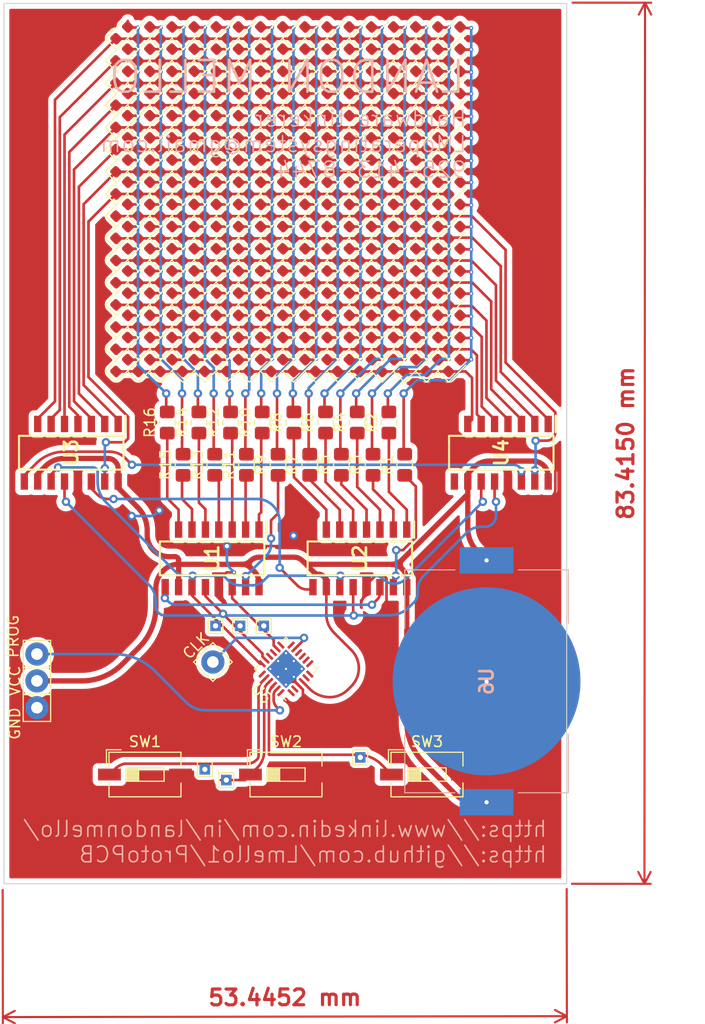
<source format=kicad_pcb>
(kicad_pcb (version 20211014) (generator pcbnew)
  (layers (0 "F.Cu" signal) (31 "B.Cu" signal) (34 "B.Paste" user) (35 "F.Paste" user) (36 "B.SilkS" user "B.Silkscreen") (37 "F.SilkS" user "F.Silkscreen") (38 "B.Mask" user) (39 "F.Mask" user) (44 "Edge.Cuts" user))
  (net 0 "")
  (net 1 "Net-(D1-Pad2)")
  (net 2 "Net-(D114-Pad2)")
  (net 3 "Net-(D115-Pad2)")
  (net 4 "Net-(D101-Pad2)")
  (net 5 "Net-(D102-Pad2)")
  (net 6 "Net-(D103-Pad2)")
  (net 7 "Net-(D104-Pad2)")
  (net 8 "Net-(D105-Pad2)")
  (net 9 "Net-(D10-Pad2)")
  (net 10 "Net-(D107-Pad2)")
  (net 11 "Net-(D108-Pad2)")
  (net 12 "Net-(D109-Pad2)")
  (net 13 "Net-(D110-Pad2)")
  (net 14 "Net-(D111-Pad2)")
  (net 15 "Net-(D112-Pad2)")
  (net 16 "Net-(U1-Pad9)")
  (net 18 "GND")
  (net 19 "VCC")
  (net 20 "Net-(TP3-Pad1)")
  (net 21 "/PB2")
  (net 22 "/PC0")
  (net 23 "/PC1")
  (net 24 "/S16")
  (net 25 "/S15")
  (net 26 "/S14")
  (net 27 "/S13")
  (net 28 "/S12")
  (net 29 "/S11")
  (net 30 "/S10")
  (net 31 "/S9")
  (net 32 "/S8")
  (net 33 "/S7")
  (net 34 "/S6")
  (net 35 "/S5")
  (net 36 "/S4")
  (net 37 "/S3")
  (net 38 "/S2")
  (net 39 "/S1")
  (net 40 "Net-(D100-Pad2)")
  (net 41 "/PA1")
  (net 42 "/PA2")
  (net 43 "/PA3")
  (net 44 "/PA4")
  (net 45 "/PA5")
  (net 46 "/PA6")
  (net 47 "/PA7")
  (net 48 "/T1")
  (net 49 "/T2")
  (net 50 "/T3")
  (net 51 "/T4")
  (net 52 "/T5")
  (net 53 "/T6")
  (net 54 "/T7")
  (net 55 "/T8")
  (net 56 "/T9")
  (net 57 "/T10")
  (net 58 "/T11")
  (net 59 "/T12")
  (net 60 "/T13")
  (net 61 "/T14")
  (net 62 "/T15")
  (net 63 "/T16")
  (net 64 "Net-(U2-Pad9)")
  (net 65 "Net-(U3-Pad9)")
  (net 66 "/PB0")
  (net 67 "/PB1")
  (net 68 "/PB3")
  (net 69 "/PB4")
  (net 70 "/PB5")
  (net 71 "/PB6")
  (net 72 "/PB7")
  (net 73 "/PC2")
  (net 74 "/PC3")
  (net 75 "/PC4")
  (net 76 "/PC5")
  (footprint "Library:LED_0603_1608Metric_no_text" (layer "F.Cu") (at 172.349731 69.70863 45)
    (fp_text reference "D190" hide)
    (fp_text value "LED" hide)
  )
  (footprint "Resistor_SMD:R_0805_2012Metric_Pad1.20x1.40mm_HandSolder" (layer "F.Cu") (at 170.3477 83.5 90)
    (fp_text reference "R2")
    (fp_text value "220" hide)
  )
  (footprint "Library:LED_0603_1608Metric_no_text" (layer "F.Cu") (at 157.649731 46.60863 45)
    (fp_text reference "D7" hide)
    (fp_text value "LED" hide)
  )
  (footprint "Library:LED_0603_1608Metric_no_text" (layer "F.Cu") (at 176.549731 48.70863 45)
    (fp_text reference "D32" hide)
    (fp_text value "LED" hide)
  )
  (footprint "Library:LED_0603_1608Metric_no_text" (layer "F.Cu") (at 153.449731 55.00863 45)
    (fp_text reference "D69" hide)
    (fp_text value "LED" hide)
  )
  (footprint "Library:LED_0603_1608Metric_no_text" (layer "F.Cu") (at 151.349731 50.80863 45)
    (fp_text reference "D36" hide)
    (fp_text value "LED" hide)
  )
  (footprint "Library:LED_0603_1608Metric_no_text" (layer "F.Cu") (at 145.049731 63.40863 45)
    (fp_text reference "D129" hide)
    (fp_text value "LED" hide)
  )
  (footprint "Library:LED_0603_1608Metric_no_text" (layer "F.Cu") (at 166.049731 65.50863 45)
    (fp_text reference "D155" hide)
    (fp_text value "LED" hide)
  )
  (footprint "Library:LED_0603_1608Metric_no_text" (layer "F.Cu") (at 151.349731 63.40863 45)
    (fp_text reference "D132" hide)
    (fp_text value "LED" hide)
  )
  (footprint "Library:LED_0603_1608Metric_no_text" (layer "F.Cu") (at 149.249731 76.00863 45)
    (fp_text reference "D227" hide)
    (fp_text value "LED" hide)
  )
  (footprint "Library:LED_0603_1608Metric_no_text" (layer "F.Cu") (at 168.149731 48.70863 45)
    (fp_text reference "D28" hide)
    (fp_text value "LED" hide)
  )
  (footprint "Library:LED_0603_1608Metric_no_text" (layer "F.Cu") (at 163.949731 52.90863 45)
    (fp_text reference "D58" hide)
    (fp_text value "LED" hide)
  )
  (footprint "Library:LED_0603_1608Metric_no_text" (layer "F.Cu") (at 153.449731 69.70863 45)
    (fp_text reference "D181" hide)
    (fp_text value "LED" hide)
  )
  (footprint "Library:LED_0603_1608Metric_no_text" (layer "F.Cu") (at 149.249731 67.60863 45)
    (fp_text reference "D163" hide)
    (fp_text value "LED" hide)
  )
  (footprint "Library:LED_0603_1608Metric_no_text" (layer "F.Cu") (at 168.149731 71.80863 45)
    (fp_text reference "D204" hide)
    (fp_text value "LED" hide)
  )
  (footprint "Library:LED_0603_1608Metric_no_text" (layer "F.Cu") (at 166.049731 76.00863 45)
    (fp_text reference "D235" hide)
    (fp_text value "LED" hide)
  )
  (footprint "Library:LED_0603_1608Metric_no_text" (layer "F.Cu") (at 166.049731 46.60863 45)
    (fp_text reference "D11" hide)
    (fp_text value "LED" hide)
  )
  (footprint "Library:LED_0603_1608Metric_no_text" (layer "F.Cu") (at 151.349731 67.60863 45)
    (fp_text reference "D164" hide)
    (fp_text value "LED" hide)
  )
  (footprint "Library:LED_0603_1608Metric_no_text" (layer "F.Cu") (at 151.349731 57.10863 45)
    (fp_text reference "D84" hide)
    (fp_text value "LED" hide)
  )
  (footprint "Library:LED_0603_1608Metric_no_text" (layer "F.Cu") (at 155.549731 50.80863 45)
    (fp_text reference "D38" hide)
    (fp_text value "LED" hide)
  )
  (footprint "Library:LED_0603_1608Metric_no_text" (layer "F.Cu") (at 145.049731 76.00863 45)
    (fp_text reference "D225" hide)
    (fp_text value "LED" hide)
  )
  (footprint "Library:LED_0603_1608Metric_no_text" (layer "F.Cu") (at 163.949731 69.70863 45)
    (fp_text reference "D186" hide)
    (fp_text value "LED" hide)
  )
  (footprint "Library:LED_0603_1608Metric_no_text" (layer "F.Cu") (at 174.449731 69.70863 45)
    (fp_text reference "D191" hide)
    (fp_text value "LED" hide)
  )
  (footprint "Library:LED_0603_1608Metric_no_text" (layer "F.Cu") (at 145.049731 46.60863 45)
    (fp_text reference "D1" hide)
    (fp_text value "LED" hide)
  )
  (footprint "Library:LED_0603_1608Metric_no_text" (layer "F.Cu") (at 159.749731 61.30863 45)
    (fp_text reference "D120" hide)
    (fp_text value "LED" hide)
  )
  (footprint "Library:LED_0603_1608Metric_no_text" (layer "F.Cu") (at 147.149731 48.70863 45)
    (fp_text reference "D18" hide)
    (fp_text value "LED" hide)
  )
  (footprint "Library:LED_0603_1608Metric_no_text" (layer "F.Cu") (at 159.749731 69.70863 45)
    (fp_text reference "D184" hide)
    (fp_text value "LED" hide)
  )
  (footprint "Library:LED_0603_1608Metric_no_text" (layer "F.Cu") (at 166.049731 67.60863 45)
    (fp_text reference "D171" hide)
    (fp_text value "LED" hide)
  )
  (footprint "Library:LED_0603_1608Metric_no_text" (layer "F.Cu") (at 145.049731 55.00863 45)
    (fp_text reference "D65" hide)
    (fp_text value "LED" hide)
  )
  (footprint "Library:LED_0603_1608Metric_no_text" (layer "F.Cu") (at 163.949731 48.70863 45)
    (fp_text reference "D26" hide)
    (fp_text value "LED" hide)
  )
  (footprint "Library:LED_0603_1608Metric_no_text" (layer "F.Cu") (at 161.849731 52.90863 45)
    (fp_text reference "D57" hide)
    (fp_text value "LED" hide)
  )
  (footprint "Library:LED_0603_1608Metric_no_text" (layer "F.Cu") (at 149.249731 71.80863 45)
    (fp_text reference "D195" hide)
    (fp_text value "LED" hide)
  )
  (footprint "Library:LED_0603_1608Metric_no_text" (layer "F.Cu") (at 145.049731 59.20863 45)
    (fp_text reference "D97" hide)
    (fp_text value "LED" hide)
  )
  (footprint "Library:LED_0603_1608Metric_no_text" (layer "F.Cu") (at 159.749731 67.60863 45)
    (fp_text reference "D168" hide)
    (fp_text value "LED" hide)
  )
  (footprint "Library:LED_0603_1608Metric_no_text" (layer "F.Cu") (at 149.249731 69.70863 45)
    (fp_text reference "D179" hide)
    (fp_text value "LED" hide)
  )
  (footprint "Library:LED_0603_1608Metric_no_text" (layer "F.Cu") (at 159.749731 55.00863 45)
    (fp_text reference "D72" hide)
    (fp_text value "LED" hide)
  )
  (footprint "SamacSys_Parts:SOIC127P600X175-16N" (layer "F.Cu") (at 140.25 86.36 -90)
    (fp_text reference "U3")
    (fp_text value "74HC595" hide)
  )
  (footprint "Library:LED_0603_1608Metric_no_text" (layer "F.Cu") (at 168.149731 73.90863 45)
    (fp_text reference "D220" hide)
    (fp_text value "LED" hide)
  )
  (footprint "Library:LED_0603_1608Metric_no_text" (layer "F.Cu") (at 174.449731 63.40863 45)
    (fp_text reference "D143" hide)
    (fp_text value "LED" hide)
  )
  (footprint "Library:LED_0603_1608Metric_no_text" (layer "F.Cu") (at 159.749731 46.60863 45)
    (fp_text reference "D8" hide)
    (fp_text value "LED" hide)
  )
  (footprint "Library:LED_0603_1608Metric_no_text" (layer "F.Cu") (at 176.549731 59.20863 45)
    (fp_text reference "D112" hide)
    (fp_text value "LED" hide)
  )
  (footprint "Library:LED_0603_1608Metric_no_text" (layer "F.Cu") (at 174.449731 78.10863 45)
    (fp_text reference "D255" hide)
    (fp_text value "LED" hide)
  )
  (footprint "Library:LED_0603_1608Metric_no_text" (layer "F.Cu") (at 168.149731 78.10863 45)
    (fp_text reference "D252" hide)
    (fp_text value "LED" hide)
  )
  (footprint "Library:LED_0603_1608Metric_no_text" (layer "F.Cu") (at 168.149731 52.90863 45)
    (fp_text reference "D60" hide)
    (fp_text value "LED" hide)
  )
  (footprint "Library:LED_0603_1608Metric_no_text" (layer "F.Cu") (at 153.449731 67.60863 45)
    (fp_text reference "D165" hide)
    (fp_text value "LED" hide)
  )
  (footprint "Library:LED_0603_1608Metric_no_text" (layer "F.Cu") (at 151.349731 65.50863 45)
    (fp_text reference "D148" hide)
    (fp_text value "LED" hide)
  )
  (footprint "TestPoint:TestPoint_THTPad_1.0x1.0mm_Drill0.5mm" (layer "F.Cu") (at 167.64 115.2)
    (fp_text reference "TP6" hide)
    (fp_text value "TestPoint_Probe" hide)
  )
  (footprint "Library:LED_0603_1608Metric_no_text" (layer "F.Cu") (at 149.249731 50.80863 45)
    (fp_text reference "D35" hide)
    (fp_text value "LED" hide)
  )
  (footprint "Library:LED_0603_1608Metric_no_text" (layer "F.Cu") (at 147.149731 73.90863 45)
    (fp_text reference "D210" hide)
    (fp_text value "LED" hide)
  )
  (footprint "Library:LED_0603_1608Metric_no_text" (layer "F.Cu") (at 159.749731 65.50863 45)
    (fp_text reference "D152" hide)
    (fp_text value "LED" hide)
  )
  (footprint "Library:LED_0603_1608Metric_no_text" (layer "F.Cu") (at 161.849731 59.20863 45)
    (fp_text reference "D105" hide)
    (fp_text value "LED" hide)
  )
  (footprint "Library:LED_0603_1608Metric_no_text" (layer "F.Cu") (at 155.549731 65.50863 45)
    (fp_text reference "D150" hide)
    (fp_text value "LED" hide)
  )
  (footprint "Library:LED_0603_1608Metric_no_text" (layer "F.Cu") (at 151.349731 76.00863 45)
    (fp_text reference "D228" hide)
    (fp_text value "LED" hide)
  )
  (footprint "Library:LED_0603_1608Metric_no_text" (layer "F.Cu") (at 172.349731 76.00863 45)
    (fp_text reference "D238" hide)
    (fp_text value "LED" hide)
  )
  (footprint "Library:LED_0603_1608Metric_no_text" (layer "F.Cu") (at 161.849731 65.50863 45)
    (fp_text reference "D153" hide)
    (fp_text value "LED" hide)
  )
  (footprint "Library:LED_0603_1608Metric_no_text" (layer "F.Cu") (at 159.749731 78.10863 45)
    (fp_text reference "D248" hide)
    (fp_text value "LED" hide)
  )
  (footprint "Library:LED_0603_1608Metric_no_text" (layer "F.Cu") (at 159.749731 71.80863 45)
    (fp_text reference "D200" hide)
    (fp_text value "LED" hide)
  )
  (footprint "TestPoint:TestPoint_THTPad_1.0x1.0mm_Drill0.5mm" (layer "F.Cu") (at 158.496 102.75)
    (fp_text reference "TP7" hide)
    (fp_text value "TestPoint_Probe" hide)
  )
  (footprint "Library:LED_0603_1608Metric_no_text" (layer "F.Cu") (at 163.949731 78.10863 45)
    (fp_text reference "D250" hide)
    (fp_text value "LED" hide)
  )
  (footprint "Resistor_SMD:R_0805_2012Metric_Pad1.20x1.40mm_HandSolder" (layer "F.Cu") (at 164.3477 83.5 90)
    (fp_text reference "R6")
    (fp_text value "220" hide)
  )
  (footprint "Resistor_SMD:R_0805_2012Metric_Pad1.20x1.40mm_HandSolder" (layer "F.Cu") (at 168.8477 87.5 90)
    (fp_text reference "R3")
    (fp_text value "220" hide)
  )
  (footprint "Library:LED_0603_1608Metric_no_text" (layer "F.Cu") (at 149.249731 73.90863 45)
    (fp_text reference "D211" hide)
    (fp_text value "LED" hide)
  )
  (footprint "Library:LED_0603_1608Metric_no_text" (layer "F.Cu") (at 155.549731 69.70863 45)
    (fp_text reference "D182" hide)
    (fp_text value "LED" hide)
  )
  (footprint "Library:LED_0603_1608Metric_no_text" (layer "F.Cu") (at 163.949731 61.30863 45)
    (fp_text reference "D122" hide)
    (fp_text value "LED" hide)
  )
  (footprint "Library:LED_0603_1608Metric_no_text" (layer "F.Cu") (at 176.549731 61.30863 45)
    (fp_text reference "D128" hide)
    (fp_text value "LED" hide)
  )
  (footprint "Library:LED_0603_1608Metric_no_text" (layer "F.Cu") (at 163.949731 71.80863 45)
    (fp_text reference "D202" hide)
    (fp_text value "LED" hide)
  )
  (footprint "Library:LED_0603_1608Metric_no_text" (layer "F.Cu") (at 174.449731 73.90863 45)
    (fp_text reference "D223" hide)
    (fp_text value "LED" hide)
  )
  (footprint "Library:LED_0603_1608Metric_no_text" (layer "F.Cu") (at 176.549731 71.80863 45)
    (fp_text reference "D208" hide)
    (fp_text value "LED" hide)
  )
  (footprint "Library:LED_0603_1608Metric_no_text" (layer "F.Cu") (at 155.549731 46.60863 45)
    (fp_text reference "D6" hide)
    (fp_text value "LED" hide)
  )
  (footprint "Library:LED_0603_1608Metric_no_text" (layer "F.Cu") (at 153.449731 65.50863 45)
    (fp_text reference "D149" hide)
    (fp_text value "LED" hide)
  )
  (footprint "Library:LED_0603_1608Metric_no_text" (layer "F.Cu") (at 147.149731 46.60863 45)
    (fp_text reference "D2" hide)
    (fp_text value "LED" hide)
  )
  (footprint "Library:LED_0603_1608Metric_no_text" (layer "F.Cu") (at 155.549731 61.30863 45)
    (fp_text reference "D118" hide)
    (fp_text value "LED" hide)
  )
  (footprint "Library:LED_0603_1608Metric_no_text" (layer "F.Cu") (at 155.549731 55.00863 45)
    (fp_text reference "D70" hide)
    (fp_text value "LED" hide)
  )
  (footprint "Library:LED_0603_1608Metric_no_text" (layer "F.Cu") (at 163.949731 67.60863 45)
    (fp_text reference "D170" hide)
    (fp_text value "LED" hide)
  )
  (footprint "Library:LED_0603_1608Metric_no_text" (layer "F.Cu") (at 149.249731 63.40863 45)
    (fp_text reference "D131" hide)
    (fp_text value "LED" hide)
  )
  (footprint "Library:LED_0603_1608Metric_no_text" (layer "F.Cu") (at 149.249731 65.50863 45)
    (fp_text reference "D147" hide)
    (fp_text value "LED" hide)
  )
  (footprint "Library:LED_0603_1608Metric_no_text" (layer "F.Cu") (at 170.249731 52.90863 45)
    (fp_text reference "D61" hide)
    (fp_text value "LED" hide)
  )
  (footprint "Library:LED_0603_1608Metric_no_text" (layer "F.Cu") (at 174.449731 67.60863 45)
    (fp_text reference "D175" hide)
    (fp_text value "LED" hide)
  )
  (footprint "Library:LED_0603_1608Metric_no_text" (layer "F.Cu") (at 166.049731 63.40863 45)
    (fp_text reference "D139" hide)
    (fp_text value "LED" hide)
  )
  (footprint "Library:LED_0603_1608Metric_no_text" (layer "F.Cu") (at 176.549731 76.00863 45)
    (fp_text reference "D240" hide)
    (fp_text value "LED" hide)
  )
  (footprint "Library:LED_0603_1608Metric_no_text" (layer "F.Cu") (at 174.449731 61.30863 45)
    (fp_text reference "D127" hide)
    (fp_text value "LED" hide)
  )
  (footprint "Library:LED_0603_1608Metric_no_text" (layer "F.Cu") (at 147.149731 52.90863 45)
    (fp_text reference "D50" hide)
    (fp_text value "LED" hide)
  )
  (footprint "Connector_Pin:Pin_D1.1mm_L8.5mm_W2.5mm_FlatFork" (layer "F.Cu") (at 137 110.5 -90)
    (fp_text reference "GND")
    (fp_text value "TestPoint")
  )
  (footprint "Library:LED_0603_1608Metric_no_text" (layer "F.Cu") (at 170.249731 71.80863 45)
    (fp_text reference "D205" hide)
    (fp_text value "LED" hide)
  )
  (footprint "Library:LED_0603_1608Metric_no_text" (layer "F.Cu") (at 163.949731 65.50863 45)
    (fp_text reference "D154" hide)
    (fp_text value "LED" hide)
  )
  (footprint "Library:LED_0603_1608Metric_no_text" (layer "F.Cu") (at 163.949731 57.10863 45)
    (fp_text reference "D90" hide)
    (fp_text value "LED" hide)
  )
  (footprint "Library:LED_0603_1608Metric_no_text" (layer "F.Cu") (at 153.449731 76.00863 45)
    (fp_text reference "D229" hide)
    (fp_text value "LED" hide)
  )
  (footprint "Library:LED_0603_1608Metric_no_text" (layer "F.Cu") (at 176.549731 46.60863 45)
    (fp_text reference "D16" hide)
    (fp_text value "LED" hide)
  )
  (footprint "Library:LED_0603_1608Metric_no_text" (layer "F.Cu") (at 166.049731 78.10863 45)
    (fp_text reference "D251" hide)
    (fp_text value "LED" hide)
  )
  (footprint "Library:LED_0603_1608Metric_no_text" (layer "F.Cu") (at 161.849731 50.80863 45)
    (fp_text reference "D41" hide)
    (fp_text value "LED" hide)
  )
  (footprint "Library:LED_0603_1608Metric_no_text" (layer "F.Cu") (at 168.149731 61.30863 45)
    (fp_text reference "D124" hide)
    (fp_text value "LED" hide)
  )
  (footprint "Library:LED_0603_1608Metric_no_text" (layer "F.Cu") (at 149.249731 46.60863 45)
    (fp_text reference "D3" hide)
    (fp_text value "LED" hide)
  )
  (footprint "Library:LED_0603_1608Metric_no_text" (layer "F.Cu") (at 172.349731 50.80863 45)
    (fp_text reference "D46" hide)
    (fp_text value "LED" hide)
  )
  (footprint "Resistor_SMD:R_0805_2012Metric_Pad1.20x1.40mm_HandSolder" (layer "F.Cu") (at 165.8477 87.5 90)
    (fp_text reference "R5")
    (fp_text value "220" hide)
  )
  (footprint "Library:LED_0603_1608Metric_no_text" (layer "F.Cu") (at 172.349731 71.80863 45)
    (fp_text reference "D206" hide)
    (fp_text value "LED" hide)
  )
  (footprint "Library:LED_0603_1608Metric_no_text" (layer "F.Cu") (at 147.149731 67.60863 45)
    (fp_text reference "D162" hide)
    (fp_text value "LED" hide)
  )
  (footprint "Library:LED_0603_1608Metric_no_text" (layer "F.Cu") (at 170.249731 46.60863 45)
    (fp_text reference "D13" hide)
    (fp_text value "LED" hide)
  )
  (footprint "Library:LED_0603_1608Metric_no_text" (layer "F.Cu") (at 174.449731 71.80863 45)
    (fp_text reference "D207" hide)
    (fp_text value "LED" hide)
  )
  (footprint "Library:LED_0603_1608Metric_no_text" (layer "F.Cu") (at 161.849731 76.00863 45)
    (fp_text reference "D233" hide)
    (fp_text value "LED" hide)
  )
  (footprint "Library:LED_0603_1608Metric_no_text" (layer "F.Cu") (at 157.649731 59.20863 45)
    (fp_text reference "D103" hide)
    (fp_text value "LED" hide)
  )
  (footprint "Library:LED_0603_1608Metric_no_text" (layer "F.Cu") (at 149.249731 57.10863 45)
    (fp_text reference "D83" hide)
    (fp_text value "LED" hide)
  )
  (footprint "Library:LED_0603_1608Metric_no_text" (layer "F.Cu") (at 170.249731 48.70863 45)
    (fp_text reference "D29" hide)
    (fp_text value "LED" hide)
  )
  (footprint "Library:LED_0603_1608Metric_no_text" (layer "F.Cu") (at 166.049731 61.30863 45)
    (fp_text reference "D123" hide)
    (fp_text value "LED" hide)
  )
  (footprint "Button_Switch_SMD:SW_DIP_SPSTx01_Slide_6.7x4.1mm_W6.73mm_P2.54mm_LowProfile_JPin" (layer "F.Cu") (at 173.959 116.824958)
    (fp_text reference "SW3")
    (fp_text value "SW_Push")
  )
  (footprint "Resistor_SMD:R_0805_2012Metric_Pad1.20x1.40mm_HandSolder" (layer "F.Cu") (at 150.8477 87.5 90)
    (fp_text reference "R15")
    (fp_text value "220" hide)
  )
  (footprint "Library:LED_0603_1608Metric_no_text" (layer "F.Cu") (at 157.649731 52.90863 45)
    (fp_text reference "D55" hide)
    (fp_text value "LED" hide)
  )
  (footprint "Library:LED_0603_1608Metric_no_text" (layer "F.Cu") (at 157.649731 57.10863 45)
    (fp_text reference "D87" hide)
    (fp_text value "LED" hide)
  )
  (footprint "Library:LED_0603_1608Metric_no_text" (layer "F.Cu") (at 157.649731 76.00863 45)
    (fp_text reference "D231" hide)
    (fp_text value "LED" hide)
  )
  (footprint "Library:LED_0603_1608Metric_no_text" (layer "F.Cu") (at 172.349731 52.90863 45)
    (fp_text reference "D62" hide)
    (fp_text value "LED" hide)
  )
  (footprint "Library:LED_0603_1608Metric_no_text" (layer "F.Cu") (at 151.349731 61.30863 45)
    (fp_text reference "D116" hide)
    (fp_text value "LED" hide)
  )
  (footprint "Library:LED_0603_1608Metric_no_text" (layer "F.Cu") (at 174.449731 48.70863 45)
    (fp_text reference "D31" hide)
    (fp_text value "LED" hide)
  )
  (footprint "Library:LED_0603_1608Metric_no_text" (layer "F.Cu") (at 159.749731 57.10863 45)
    (fp_text reference "D88" hide)
    (fp_text value "LED" hide)
  )
  (footprint "Library:LED_0603_1608Metric_no_text" (layer "F.Cu") (at 145.049731 67.60863 45)
    (fp_text reference "D161" hide)
    (fp_text value "LED" hide)
  )
  (footprint "Library:LED_0603_1608Metric_no_text" (layer "F.Cu") (at 153.449731 57.10863 45)
    (fp_text reference "D85" hide)
    (fp_text value "LED" hide)
  )
  (footprint "Library:LED_0603_1608Metric_no_text" (layer "F.Cu") (at 157.649731 73.90863 45)
    (fp_text reference "D215" hide)
    (fp_text value "LED" hide)
  )
  (footprint "Library:LED_0603_1608Metric_no_text" (layer "F.Cu") (at 166.049731 71.80863 45)
    (fp_text reference "D203" hide)
    (fp_text value "LED" hide)
  )
  (footprint "Library:LED_0603_1608Metric_no_text" (layer "F.Cu") (at 153.449731 59.20863 45)
    (fp_text reference "D101" hide)
    (fp_text value "LED" hide)
  )
  (footprint "Library:LED_0603_1608Metric_no_text" (layer "F.Cu") (at 163.949731 46.60863 45)
    (fp_text reference "D10" hide)
    (fp_text value "LED" hide)
  )
  (footprint "Library:LED_0603_1608Metric_no_text" (layer "F.Cu") (at 166.049731 48.70863 45)
    (fp_text reference "D27" hide)
    (fp_text value "LED" hide)
  )
  (footprint "Library:LED_0603_1608Metric_no_text" (layer "F.Cu") (at 147.149731 61.30863 45)
    (fp_text reference "D114" hide)
    (fp_text value "LED" hide)
  )
  (footprint "Resistor_SMD:R_0805_2012Metric_Pad1.20x1.40mm_HandSolder" (layer "F.Cu") (at 153.8477 87.5 90)
    (fp_text reference "R13")
    (fp_text value "220" hide)
  )
  (footprint "Library:LED_0603_1608Metric_no_text" (layer "F.Cu") (at 170.249731 78.10863 45)
    (fp_text reference "D253" hide)
    (fp_text value "LED" hide)
  )
  (footprint "Library:LED_0603_1608Metric_no_text" (layer "F.Cu") (at 147.149731 57.10863 45)
    (fp_text reference "D82" hide)
    (fp_text value "LED" hide)
  )
  (footprint "Library:LED_0603_1608Metric_no_text" (layer "F.Cu") (at 170.249731 59.20863 45)
    (fp_text reference "D109" hide)
    (fp_text value "LED" hide)
  )
  (footprint "Library:LED_0603_1608Metric_no_text" (layer "F.Cu") (at 168.149731 76.00863 45)
    (fp_text reference "D236" hide)
    (fp_text value "LED" hide)
  )
  (footprint "Resistor_SMD:R_0805_2012Metric_Pad1.20x1.40mm_HandSolder" (layer "F.Cu") (at 167.3477 83.5 90)
    (fp_text reference "R4")
    (fp_text value "220" hide)
  )
  (footprint "Library:LED_0603_1608Metric_no_text" (layer "F.Cu") (at 147.149731 76.00863 45)
    (fp_text reference "D226" hide)
    (fp_text value "LED" hide)
  )
  (footprint "Library:LED_0603_1608Metric_no_text" (layer "F.Cu") (at 159.749731 76.00863 45)
    (fp_text reference "D232" hide)
    (fp_text value "LED" hide)
  )
  (footprint "Library:LED_0603_1608Metric_no_text" (layer "F.Cu") (at 163.949731 55.00863 45)
    (fp_text reference "D74" hide)
    (fp_text value "LED" hide)
  )
  (footprint "Resistor_SMD:R_0805_2012Metric_Pad1.20x1.40mm_HandSolder" (layer "F.Cu") (at 171.8477 87.5 90)
    (fp_text reference "R1")
    (fp_text value "220" hide)
  )
  (footprint "Library:LED_0603_1608Metric_no_text" (layer "F.Cu") (at 149.249731 55.00863 45)
    (fp_text reference "D67" hide)
    (fp_text value "LED" hide)
  )
  (footprint "Library:LED_0603_1608Metric_no_text" (layer "F.Cu") (at 145.049731 50.80863 45)
    (fp_text reference "D33" hide)
    (fp_text value "LED" hide)
  )
  (footprint "Library:LED_0603_1608Metric_no_text" (layer "F.Cu") (at 168.149731 63.40863 45)
    (fp_text reference "D140" hide)
    (fp_text value "LED" hide)
  )
  (footprint "Library:LED_0603_1608Metric_no_text" (layer "F.Cu") (at 157.649731 55.00863 45)
    (fp_text reference "D71" hide)
    (fp_text value "LED" hide)
  )
  (footprint "Library:LED_0603_1608Metric_no_text" (layer "F.Cu") (at 147.149731 55.00863 45)
    (fp_text reference "D66" hide)
    (fp_text value "LED" hide)
  )
  (footprint "Library:LED_0603_1608Metric_no_text" (layer "F.Cu") (at 159.749731 59.20863 45)
    (fp_text reference "D104" hide)
    (fp_text value "LED" hide)
  )
  (footprint "Library:LED_0603_1608Metric_no_text" (layer "F.Cu") (at 145.049731 73.90863 45)
    (fp_text reference "D209" hide)
    (fp_text value "LED" hide)
  )
  (footprint "Library:LED_0603_1608Metric_no_text" (layer "F.Cu") (at 172.349731 55.00863 45)
    (fp_text reference "D78" hide)
    (fp_text value "LED" hide)
  )
  (footprint "Library:LED_0603_1608Metric_no_text" (layer "F.Cu") (at 159.749731 63.40863 45)
    (fp_text reference "D136" hide)
    (fp_text value "LED" hide)
  )
  (footprint "Connector_Pin:Pin_D1.1mm_L8.5mm_W2.5mm_FlatFork" (layer "F.Cu") (at 137 107.96 -90)
    (fp_text reference "VCC")
    (fp_text value "TestPoint")
  )
  (footprint "Library:LED_0603_1608Metric_no_text" (layer "F.Cu") (at 149.249731 59.20863 45)
    (fp_text reference "D99" hide)
    (fp_text value "LED" hide)
  )
  (footprint "Library:LED_0603_1608Metric_no_text" (layer "F.Cu") (at 155.549731 59.20863 45)
    (fp_text reference "D102" hide)
    (fp_text value "LED" hide)
  )
  (footprint "Library:LED_0603_1608Metric_no_text" (layer "F.Cu") (at 174.449731 59.20863 45)
    (fp_text reference "D111" hide)
    (fp_text value "LED" hide)
  )
  (footprint "Library:LED_0603_1608Metric_no_text" (layer "F.Cu") (at 157.649731 63.40863 45)
    (fp_text reference "D135" hide)
    (fp_text value "LED" hide)
  )
  (footprint "Library:LED_0603_1608Metric_no_text" (layer "F.Cu") (at 153.449731 50.80863 45)
    (fp_text reference "D37" hide)
    (fp_text value "LED" hide)
  )
  (footprint "Library:LED_0603_1608Metric_no_text" (layer "F.Cu") (at 145.049731 78.10863 45)
    (fp_text reference "D241" hide)
    (fp_text value "LED" hide)
  )
  (footprint "Resistor_SMD:R_0805_2012Metric_Pad1.20x1.40mm_HandSolder" (layer "F.Cu") (at 155.3477 83.5 90)
    (fp_text reference "R12")
    (fp_text value "220" hide)
  )
  (footprint "Library:LED_0603_1608Metric_no_text" (layer "F.Cu") (at 153.449731 52.90863 45)
    (fp_text reference "D53" hide)
    (fp_text value "LED" hide)
  )
  (footprint "Resistor_SMD:R_0805_2012Metric_Pad1.20x1.40mm_HandSolder" (layer "F.Cu") (at 152.3477 83.5 90)
    (fp_text reference "R14")
    (fp_text value "220" hide)
  )
  (footprint "Library:LED_0603_1608Metric_no_text" (layer "F.Cu") (at 174.449731 46.60863 45)
    (fp_text reference "D15" hide)
    (fp_text value "LED" hide)
  )
  (footprint "Library:LED_0603_1608Metric_no_text" (layer "F.Cu") (at 151.349731 46.60863 45)
    (fp_text reference "D4" hide)
    (fp_text value "LED" hide)
  )
  (footprint "Library:LED_0603_1608Metric_no_text" (layer "F.Cu") (at 151.349731 59.20863 45)
    (fp_text reference "D100" hide)
    (fp_text value "LED" hide)
  )
  (footprint "Library:LED_0603_1608Metric_no_text" (layer "F.Cu") (at 166.049731 69.70863 45)
    (fp_text reference "D187" hide)
    (fp_text value "LED" hide)
  )
  (footprint "Library:LED_0603_1608Metric_no_text" (layer "F.Cu") (at 159.749731 52.90863 45)
    (fp_text reference "D56" hide)
    (fp_text value "LED" hide)
  )
  (footprint "Library:LED_0603_1608Metric_no_text" (layer "F.Cu") (at 159.749731 48.70863 45)
    (fp_text reference "D24" hide)
    (fp_text value "LED" hide)
  )
  (footprint "Library:LED_0603_1608Metric_no_text" (layer "F.Cu") (at 155.549731 67.60863 45)
    (fp_text reference "D166" hide)
    (fp_text value "LED" hide)
  )
  (footprint "TestPoint:TestPoint_THTPad_1.0x1.0mm_Drill0.5mm" (layer "F.Cu") (at 156.25 102.75)
    (fp_text reference "TP9" hide)
    (fp_text value "TestPoint_Probe" hide)
  )
  (footprint "Library:LED_0603_1608Metric_no_text" (layer "F.Cu") (at 161.849731 78.10863 45)
    (fp_text reference "D249" hide)
    (fp_text value "LED" hide)
  )
  (footprint "Library:LED_0603_1608Metric_no_text" (layer "F.Cu") (at 151.349731 55.00863 45)
    (fp_text reference "D68" hide)
    (fp_text value "LED" hide)
  )
  (footprint "Library:LED_0603_1608Metric_no_text" (layer "F.Cu") (at 176.549731 73.90863 45)
    (fp_text reference "D224" hide)
    (fp_text value "LED" hide)
  )
  (footprint "Library:LED_0603_1608Metric_no_text" (layer "F.Cu") (at 172.349731 65.50863 45)
    (fp_text reference "D158" hide)
    (fp_text value "LED" hide)
  )
  (footprint "Button_Switch_SMD:SW_DIP_SPSTx01_Slide_6.7x4.1mm_W6.73mm_P2.54mm_LowProfile_JPin" (layer "F.Cu") (at 147.2364 116.824958)
    (fp_text reference "SW1")
    (fp_text value "SW_Push")
  )
  (footprint "Resistor_SMD:R_0805_2012Metric_Pad1.20x1.40mm_HandSolder" (layer "F.Cu") (at 156.8477 87.5 90)
    (fp_text reference "R11")
    (fp_text value "220" hide)
  )
  (footprint "Library:LED_0603_1608Metric_no_text" (layer "F.Cu") (at 155.549731 78.10863 45)
    (fp_text reference "D246" hide)
    (fp_text value "LED" hide)
  )
  (footprint "Library:LED_0603_1608Metric_no_text" (layer "F.Cu") (at 166.049731 55.00863 45)
    (fp_text reference "D75" hide)
    (fp_text value "LED" hide)
  )
  (footprint "Library:LED_0603_1608Metric_no_text" (layer "F.Cu") (at 157.649731 61.30863 45)
    (fp_text reference "D119" hide)
    (fp_text value "LED" hide)
  )
  (footprint "Library:LED_0603_1608Metric_no_text" (layer "F.Cu") (at 155.549731 71.80863 45)
    (fp_text reference "D198" hide)
    (fp_text value "LED" hide)
  )
  (footprint "Library:LED_0603_1608Metric_no_text" (layer "F.Cu") (at 176.549731 67.60863 45)
    (fp_text reference "D176" hide)
    (fp_text value "LED" hide)
  )
  (footprint "Library:LED_0603_1608Metric_no_text" (layer "F.Cu") (at 161.849731 46.60863 45)
    (fp_text reference "D9" hide)
    (fp_text value "LED" hide)
  )
  (footprint "TestPoint:TestPoint_THTPad_1.0x1.0mm_Drill0.5mm" (layer "F.Cu") (at 153.924 102.75)
    (fp_text reference "TP8" hide)
    (fp_text value "TestPoint_Probe" hide)
  )
  (footprint "Library:LED_0603_1608Metric_no_text" (layer "F.Cu") (at 161.849731 63.40863 45)
    (fp_text reference "D137" hide)
    (fp_text value "LED" hide)
  )
  (footprint "Library:LED_0603_1608Metric_no_text" (layer "F.Cu") (at 166.049731 50.80863 45)
    (fp_text reference "D43" hide)
    (fp_text value "LED" hide)
  )
  (footprint "Library:LED_0603_1608Metric_no_text" (layer "F.Cu") (at 174.449731 52.90863 45)
    (fp_text reference "D63" hide)
    (fp_text value "LED" hide)
  )
  (footprint "Library:LED_0603_1608Metric_no_text" (layer "F.Cu") (at 172.349731 67.60863 45)
    (fp_text reference "D174" hide)
    (fp_text value "LED" hide)
  )
  (footprint "Library:LED_0603_1608Metric_no_text" (layer "F.Cu") (at 168.149731 57.10863 45)
    (fp_text reference "D92" hide)
    (fp_text value "LED" hide)
  )
  (footprint "Library:LED_0603_1608Metric_no_text" (layer "F.Cu") (at 161.849731 69.70863 45)
    (fp_text reference "D185" hide)
    (fp_text value "LED" hide)
  )
  (footprint "Library:LED_0603_1608Metric_no_text" (layer "F.Cu") (at 172.349731 63.40863 45)
    (fp_text reference "D142" hide)
    (fp_text value "LED" hide)
  )
  (footprint "Library:LED_0603_1608Metric_no_text" (layer "F.Cu") (at 145.049731 71.80863 45)
    (fp_text reference "D193" hide)
    (fp_text value "LED" hide)
  )
  (footprint "Library:LED_0603_1608Metric_no_text" (layer "F.Cu") (at 159.749731 50.80863 45)
    (fp_text reference "D40" hide)
    (fp_text value "LED" hide)
  )
  (footprint "Library:LED_0603_1608Metric_no_text" (layer "F.Cu") (at 151.349731 78.10863 45)
    (fp_text reference "D244" hide)
    (fp_text value "LED" hide)
  )
  (footprint "Library:LED_0603_1608Metric_no_text" (layer "F.Cu") (at 172.349731 57.10863 45)
    (fp_text reference "D94" hide)
    (fp_text value "LED" hide)
  )
  (footprint "Library:LED_0603_1608Metric_no_text" (layer "F.Cu") (at 149.249731 78.10863 45)
    (fp_text reference "D243" hide)
    (fp_text value "LED" hide)
  )
  (footprint "SamacSys_Parts:SOIC127P600X175-16N" (layer "F.Cu") (at 181 86.36 -90)
    (fp_text reference "U4")
    (fp_text value "74HC595" hide)
  )
  (footprint "Library:LED_0603_1608Metric_no_text" (layer "F.Cu") (at 159.749731 73.90863 45)
    (fp_text reference "D216" hide)
    (fp_text value "LED" hide)
  )
  (footprint "Library:LED_0603_1608Metric_no_text" (layer "F.Cu") (at 168.149731 65.50863 45)
    (fp_text reference "D156" hide)
    (fp_text value "LED" hide)
  )
  (footprint "Library:LED_0603_1608Metric_no_text" (layer "F.Cu") (at 172.349731 46.60863 45)
    (fp_text reference "D14" hide)
    (fp_text value "LED" hide)
  )
  (footprint "Library:LED_0603_1608Metric_no_text" (layer "F.Cu") (at 174.449731 76.00863 45)
    (fp_text reference "D239" hide)
    (fp_text value "LED" hide)
  )
  (footprint "Library:LED_0603_1608Metric_no_text" (layer "F.Cu") (at 145.049731 69.70863 45)
    (fp_text reference "D177" hide)
    (fp_text value "LED" hide)
  )
  (footprint "Library:LED_0603_1608Metric_no_text" (layer "F.Cu") (at 153.449731 78.10863 45)
    (fp_text reference "D245" hide)
    (fp_text value "LED" hide)
  )
  (footprint "Library:LED_0603_1608Metric_no_text" (layer "F.Cu") (at 155.549731 76.00863 45)
    (fp_text reference "D230" hide)
    (fp_text value "LED" hide)
  )
  (footprint "Library:LED_0603_1608Metric_no_text" (layer "F.Cu") (at 172.349731 73.90863 45)
    (fp_text reference "D222" hide)
    (fp_text value "LED" hide)
  )
  (footprint "Library:LED_0603_1608Metric_no_text" (layer "F.Cu") (at 149.249731 52.90863 45)
    (fp_text reference "D51" hide)
    (fp_text value "LED" hide)
  )
  (footprint "Library:LED_0603_1608Metric_no_text" (layer "F.Cu") (at 157.649731 67.60863 45)
    (fp_text reference "D167" hide)
    (fp_text value "LED" hide)
  )
  (footprint "Library:LED_0603_1608Metric_no_text" (layer "F.Cu") (at 168.149731 55.00863 45)
    (fp_text reference "D76" hide)
    (fp_text value "LED" hide)
  )
  (footprint "Library:LED_0603_1608Metric_no_text" (layer "F.Cu") (at 163.949731 63.40863 45)
    (fp_text reference "D138" hide)
    (fp_text value "LED" hide)
  )
  (footprint "Library:LED_0603_1608Metric_no_text" (layer "F.Cu") (at 170.249731 55.00863 45)
    (fp_text reference "D77" hide)
    (fp_text value "LED" hide)
  )
  (footprint "Library:LED_0603_1608Metric_no_text" (layer "F.Cu") (at 157.649731 48.70863 45)
    (fp_text reference "D23" hide)
    (fp_text value "LED" hide)
  )
  (footprint "Library:LED_0603_1608Metric_no_text" (layer "F.Cu") (at 145.049731 57.10863 45)
    (fp_text reference "D81" hide)
    (fp_text value "LED" hide)
  )
  (footprint "Library:LED_0603_1608Metric_no_text" (layer "F.Cu") (at 168.149731 67.60863 45)
    (fp_text reference "D172" hide)
    (fp_text value "LED" hide)
  )
  (footprint "Library:LED_0603_1608Metric_no_text" (layer "F.Cu") (at 153.449731 73.90863 45)
    (fp_text reference "D213" hide)
    (fp_text value "LED" hide)
  )
  (footprint "SamacSys_Parts:SOIC127P600X175-16N" (layer "F.Cu") (at 167.5977 96.36 -90)
    (fp_text reference "U2")
    (fp_text value "74HC595" hide)
  )
  (footprint "Library:LED_0603_1608Metric_no_text" (layer "F.Cu") (at 157.649731 78.10863 45)
    (fp_text reference "D247" hide)
    (fp_text value "LED" hide)
  )
  (footprint "Library:LED_0603_1608Metric_no_text" (layer "F.Cu") (at 147.149731 65.50863 45)
    (fp_text reference "D146" hide)
    (fp_text value "LED" hide)
  )
  (footprint "Library:LED_0603_1608Metric_no_text" (layer "F.Cu") (at 168.149731 50.80863 45)
    (fp_text reference "D44" hide)
    (fp_text value "LED" hide)
  )
  (footprint "Library:LED_0603_1608Metric_no_text" (layer "F.Cu") (at 174.449731 55.00863 45)
    (fp_text reference "D79" hide)
    (fp_text value "LED" hide)
  )
  (footprint "Button_Switch_SMD:SW_DIP_SPSTx01_Slide_6.7x4.1mm_W6.73mm_P2.54mm_LowProfile_JPin" (layer "F.Cu") (at 160.5977 116.824958)
    (fp_text reference "SW2")
    (fp_text value "SW_Push")
  )
  (footprint "Resistor_SMD:R_0805_2012Metric_Pad1.20x1.40mm_HandSolder" (layer "F.Cu") (at 159.8477 87.5 90)
    (fp_text reference "R9")
    (fp_text value "220" hide)
  )
  (footprint "Library:LED_0603_1608Metric_no_text" (layer "F.Cu") (at 145.049731 65.50863 45)
    (fp_text reference "D145" hide)
    (fp_text value "LED" hide)
  )
  (footprint "Library:LED_0603_1608Metric_no_text" (layer "F.Cu") (at 172.349731 61.30863 45)
    (fp_text reference "D126" hide)
    (fp_text value "LED" hide)
  )
  (footprint "Library:LED_0603_1608Metric_no_text" (layer "F.Cu") (at 176.549731 78.10863 45)
    (fp_text reference "D256" hide)
    (fp_text value "LED" hide)
  )
  (footprint "Library:LED_0603_1608Metric_no_text" (layer "F.Cu") (at 163.949731 50.80863 45)
    (fp_text reference "D42" hide)
    (fp_text value "LED" hide)
  )
  (footprint "Library:LED_0603_1608Metric_no_text" (layer "F.Cu") (at 166.049731 59.20863 45)
    (fp_text reference "D107" hide)
    (fp_text value "LED" hide)
  )
  (footprint "Resistor_SMD:R_0805_2012Metric_Pad1.20x1.40mm_HandSolder" (layer "F.Cu") (at 158.3477 83.5 90)
    (fp_text reference "R10")
    (fp_text value "220" hide)
  )
  (footprint "Library:LED_0603_1608Metric_no_text" (layer "F.Cu") (at 176.549731 65.50863 45)
    (fp_text reference "D160" hide)
    (fp_text value "LED" hide)
  )
  (footprint "Library:LED_0603_1608Metric_no_text" (layer "F.Cu") (at 174.449731 57.10863 45)
    (fp_text reference "D95" hide)
    (fp_text value "LED" hide)
  )
  (footprint "Library:LED_0603_1608Metric_no_text" (layer "F.Cu") (at 147.149731 78.10863 45)
    (fp_text reference "D242" hide)
    (fp_text value "LED" hide)
  )
  (footprint "Library:LED_0603_1608Metric_no_text" (layer "F.Cu") (at 151.349731 52.90863 45)
    (fp_text reference "D52" hide)
    (fp_text value "LED" hide)
  )
  (footprint "Package_DFN_QFN:QFN-24-1EP_4x4mm_P0.5mm_EP2.6x2.6mm_ThermalVias" (layer "F.Cu") (at 160.5977 106.824958 135)
    (fp_text reference "U5")
    (fp_text value "ATtiny3217-M" hide)
  )
  (footprint "Library:LED_0603_1608Metric_no_text" (layer "F.Cu") (at 170.249731 73.90863 45)
    (fp_text reference "D221" hide)
    (fp_text value "LED" hide)
  )
  (footprint "Library:LED_0603_1608Metric_no_text" (layer "F.Cu") (at 153.449731 61.30863 45)
    (fp_text reference "D117" hide)
    (fp_text value "LED" hide)
  )
  (footprint "Library:LED_0603_1608Metric_no_text" (layer "F.Cu") (at 168.149731 59.20863 45)
    (fp_text reference "D108" hide)
    (fp_text value "LED" hide)
  )
  (footprint "Library:LED_0603_1608Metric_no_text" (layer "F.Cu") (at 172.349731 59.20863 45)
    (fp_text reference "D110" hide)
    (fp_text value "LED" hide)
  )
  (footprint "Library:LED_0603_1608Metric_no_text" (layer "F.Cu") (at 155.549731 57.10863 45)
    (fp_text reference "D86" hide)
    (fp_text value "LED" hide)
  )
  (footprint "SamacSys_Parts:SOIC127P600X175-16N" (layer "F.Cu") (at 153.5977 96.36 -90)
    (fp_text reference "U1")
    (fp_text value "74HC595" hide)
  )
  (footprint "Library:LED_0603_1608Metric_no_text" (layer "F.Cu") (at 172.349731 48.70863 45)
    (fp_text reference "D30" hide)
    (fp_text value "LED" hide)
  )
  (footprint "Library:LED_0603_1608Metric_no_text" (layer "F.Cu") (at 155.549731 52.90863 45)
    (fp_text reference "D54" hide)
    (fp_text value "LED" hide)
  )
  (footprint "Library:LED_0603_1608Metric_no_text" (layer "F.Cu") (at 153.449731 71.80863 45)
    (fp_text reference "D197" hide)
    (fp_text value "LED" hide)
  )
  (footprint "Library:LED_0603_1608Metric_no_text" (layer "F.Cu") (at 157.649731 69.70863 45)
    (fp_text reference "D183" hide)
    (fp_text value "LED" hide)
  )
  (footprint "Library:LED_0603_1608Metric_no_text" (layer "F.Cu") (at 170.249731 76.00863 45)
    (fp_text reference "D237" hide)
    (fp_text value "LED" hide)
  )
  (footprint "Library:LED_0603_1608Metric_no_text" (layer "F.Cu") (at 163.949731 76.00863 45)
    (fp_text reference "D234" hide)
    (fp_text value "LED" hide)
  )
  (footprint "Library:LED_0603_1608Metric_no_text" (layer "F.Cu") (at 155.549731 48.70863 45)
    (fp_text reference "D22" hide)
    (fp_text value "LED" hide)
  )
  (footprint "Library:LED_0603_1608Metric_no_text" (layer "F.Cu") (at 168.149731 69.70863 45)
    (fp_text reference "D188" hide)
    (fp_text value "LED" hide)
  )
  (footprint "Library:LED_0603_1608Metric_no_text" (layer "F.Cu") (at 176.549731 55.00863 45)
    (fp_text reference "D80" hide)
    (fp_text value "LED" hide)
  )
  (footprint "Library:LED_0603_1608Metric_no_text" (layer "F.Cu") (at 172.349731 78.10863 45)
    (fp_text reference "D254" hide)
    (fp_text value "LED" hide)
  )
  (footprint "Library:LED_0603_1608Metric_no_text" (layer "F.Cu") (at 153.449731 46.60863 45)
    (fp_text reference "D5" hide)
    (fp_text value "LED" hide)
  )
  (footprint "Library:LED_0603_1608Metric_no_text" (layer "F.Cu") (at 151.349731 71.80863 45)
    (fp_text reference "D196" hide)
    (fp_text value "LED" hide)
  )
  (footprint "Library:LED_0603_1608Metric_no_text" (layer "F.Cu") (at 145.049731 61.30863 45)
    (fp_text reference "D113" hide)
    (fp_text value "LED" hide)
  )
  (footprint "Connector_Pin:Pin_D1.1mm_L8.5mm_W2.5mm_FlatFork" (layer "F.Cu") (at 137 105.420001 -90)
    (fp_text reference "PROG")
    (fp_text value "TestPoint")
  )
  (footprint "Library:LED_0603_1608Metric_no_text" (layer "F.Cu") (at 166.049731 73.90863 45)
    (fp_text reference "D219" hide)
    (fp_text value "LED" hide)
  )
  (footprint "Library:LED_0603_1608Metric_no_text" (layer "F.Cu") (at 161.849731 55.00863 45)
    (fp_text reference "D73" hide)
    (fp_text value "LED" hide)
  )
  (footprint "Library:LED_0603_1608Metric_no_text" (layer "F.Cu") (at 161.849731 48.70863 45)
    (fp_text reference "D25" hide)
    (fp_text value "LED" hide)
  )
  (footprint "Library:LED_0603_1608Metric_no_text" (layer "F.Cu") (at 155.549731 73.90863 45)
    (fp_text reference "D214" hide)
    (fp_text value "LED" hide)
  )
  (footprint "Library:LED_0603_1608Metric_no_text" (layer "F.Cu") (at 170.249731 63.40863 45)
    (fp_text reference "D141" hide)
    (fp_text value "LED" hide)
  )
  (footprint "Library:LED_0603_1608Metric_no_text" (layer "F.Cu") (at 166.049731 57.10863 45)
    (fp_text reference "D91" hide)
    (fp_text value "LED" hide)
  )
  (footprint "Library:LED_0603_1608Metric_no_text" (layer "F.Cu") (at 174.449731 65.50863 45)
    (fp_text reference "D159" hide)
    (fp_text value "LED" hide)
  )
  (footprint "Library:LED_0603_1608Metric_no_text" (layer "F.Cu") (at 161.849731 57.10863 45)
    (fp_text reference "D89" hide)
    (fp_text value "LED" hide)
  )
  (footprint "Library:LED_0603_1608Metric_no_text" (layer "F.Cu") (at 157.649731 71.80863 45)
    (fp_text reference "D199" hide)
    (fp_text value "LED" hide)
  )
  (footprint "Library:LED_0603_1608Metric_no_text" (layer "F.Cu") (at 176.549731 63.40863 45)
    (fp_text reference "D144" hide)
    (fp_text value "LED" hide)
  )
  (footprint "Library:LED_0603_1608Metric_no_text" (layer "F.Cu") (at 157.649731 50.80863 45)
    (fp_text reference "D39" hide)
    (fp_text value "LED" hide)
  )
  (footprint "Library:LED_0603_1608Metric_no_text" (layer "F.Cu") (at 170.249731 69.70863 45)
    (fp_text reference "D189" hide)
    (fp_text value "LED" hide)
  )
  (footprint "Library:LED_0603_1608Metric_no_text" (layer "F.Cu") (at 163.949731 59.20863 45)
    (fp_text reference "D106" hide)
    (fp_text value "LED" hide)
  )
  (footprint "Connector_Pin:Pin_D1.1mm_L8.5mm_W2.5mm_FlatFork" (layer "F.Cu") (at 153.67 106.172 -45)
    (fp_text reference "CLK")
    (fp_text value "TestPoint_Probe" hide)
  )
  (footprint "Library:LED_0603_1608Metric_no_text" (layer "F.Cu") (at 151.349731 73.90863 45)
    (fp_text reference "D212" hide)
    (fp_text value "LED" hide)
  )
  (footprint "Library:LED_0603_1608Metric_no_text" (layer "F.Cu") (at 151.349731 69.70863 45)
    (fp_text reference "D180" hide)
    (fp_text value "LED" hide)
  )
  (footprint "Library:LED_0603_1608Metric_no_text" (layer "F.Cu") (at 176.549731 57.10863 45)
    (fp_text reference "D96" hide)
    (fp_text value "LED" hide)
  )
  (footprint "Resistor_SMD:R_0805_2012Metric_Pad1.20x1.40mm_HandSolder" (layer "F.Cu") (at 149.3477 83.5 90)
    (fp_text reference "R16")
    (fp_text value "220" hide)
  )
  (footprint "Library:LED_0603_1608Metric_no_text" (layer "F.Cu") (at 170.249731 50.80863 45)
    (fp_text reference "D45" hide)
    (fp_text value "LED" hide)
  )
  (footprint "Resistor_SMD:R_0805_2012Metric_Pad1.20x1.40mm_HandSolder" (layer "F.Cu") (at 162.8477 87.5 90)
    (fp_text reference "R7")
    (fp_text value "220" hide)
  )
  (footprint "Library:LED_0603_1608Metric_no_text" (layer "F.Cu") (at 151.349731 48.70863 45)
    (fp_text reference "D20" hide)
    (fp_text value "LED" hide)
  )
  (footprint "Library:LED_0603_1608Metric_no_text" (layer "F.Cu") (at 153.449731 48.70863 45)
    (fp_text reference "D21" hide)
    (fp_text value "LED" hide)
  )
  (footprint "Library:LED_0603_1608Metric_no_text" (layer "F.Cu") (at 170.249731 65.50863 45)
    (fp_text reference "D157" hide)
    (fp_text value "LED" hide)
  )
  (footprint "Library:LED_0603_1608Metric_no_text" (layer "F.Cu") (at 163.949731 73.90863 45)
    (fp_text reference "D218" hide)
    (fp_text value "LED" hide)
  )
  (footprint "Library:LED_0603_1608Metric_no_text" (layer "F.Cu") (at 176.549731 52.90863 45)
    (fp_text reference "D64" hide)
    (fp_text value "LED" hide)
  )
  (footprint "Library:LED_0603_1608Metric_no_text" (layer "F.Cu") (at 149.249731 48.70863 45)
    (fp_text reference "D19" hide)
    (fp_text value "LED" hide)
  )
  (footprint "Library:LED_0603_1608Metric_no_text" (layer "F.Cu") (at 153.449731 63.40863 45)
    (fp_text reference "D133" hide)
    (fp_text value "LED" hide)
  )
  (footprint "Library:LED_0603_1608Metric_no_text" (layer "F.Cu") (at 145.049731 48.70863 45)
    (fp_text reference "D17" hide)
    (fp_text value "LED" hide)
  )
  (footprint "Library:LED_0603_1608Metric_no_text" (layer "F.Cu") (at 170.249731 67.60863 45)
    (fp_text reference "D173" hide)
    (fp_text value "LED" hide)
  )
  (footprint "Library:LED_0603_1608Metric_no_text" (layer "F.Cu") (at 149.249731 61.30863 45)
    (fp_text reference "D115" hide)
    (fp_text value "LED" hide)
  )
  (footprint "Library:LED_0603_1608Metric_no_text" (layer "F.Cu") (at 176.549731 50.80863 45)
    (fp_text reference "D48" hide)
    (fp_text value "LED" hide)
  )
  (footprint "Library:LED_0603_1608Metric_no_text" (layer "F.Cu") (at 174.449731 50.80863 45)
    (fp_text reference "D47" hide)
    (fp_text value "LED" hide)
  )
  (footprint "Library:LED_0603_1608Metric_no_text" (layer "F.Cu") (at 157.649731 65.50863 45)
    (fp_text reference "D151" hide)
    (fp_text value "LED" hide)
  )
  (footprint "Library:LED_0603_1608Metric_no_text" (layer "F.Cu") (at 145.049731 52.90863 45)
    (fp_text reference "D49" hide)
    (fp_text value "LED" hide)
  )
  (footprint "Library:LED_0603_1608Metric_no_text" (layer "F.Cu") (at 170.249731 57.10863 45)
    (fp_text reference "D93" hide)
    (fp_text value "LED" hide)
  )
  (footprint "Library:LED_0603_1608Metric_no_text" (layer "F.Cu") (at 147.149731 50.80863 45)
    (fp_text reference "D34" hide)
    (fp_text value "LED" hide)
  )
  (footprint "Library:LED_0603_1608Metric_no_text" (layer "F.Cu") (at 161.849731 67.60863 45)
    (fp_text reference "D169" hide)
    (fp_text value "LED" hide)
  )
  (footprint "Library:LED_0603_1608Metric_no_text" (layer "F.Cu") (at 176.549731 69.70863 45)
    (fp_text reference "D192" hide)
    (fp_text value "LED" hide)
  )
  (footprint "Resistor_SMD:R_0805_2012Metric_Pad1.20x1.40mm_HandSolder" (layer "F.Cu") (at 161.3477 83.5 90)
    (fp_text reference "R8")
    (fp_text value "220" hide)
  )
  (footprint "TestPoint:TestPoint_THTPad_1.0x1.0mm_Drill0.5mm" (layer "F.Cu") (at 152.908 116.332)
    (fp_text reference "TP4" hide)
    (fp_text value "TestPoint_Probe" hide)
  )
  (footprint "Library:LED_0603_1608Metric_no_text" (layer "F.Cu") (at 147.149731 63.40863 45)
    (fp_text reference "D130" hide)
    (fp_text value "LED" hide)
  )
  (footprint "Library:LED_0603_1608Metric_no_text" (layer "F.Cu") (at 155.549731 63.40863 45)
    (fp_text reference "D134" hide)
    (fp_text value "LED" hide)
  )
  (footprint "Library:LED_0603_1608Metric_no_text" (layer "F.Cu") (at 147.149731 59.20863 45)
    (fp_text reference "D98" hide)
    (fp_text value "LED" hide)
  )
  (footprint "Library:LED_0603_1608Metric_no_text" (layer "F.Cu") (at 147.149731 71.80863 45)
    (fp_text reference "D194" hide)
    (fp_text value "LED" hide)
  )
  (footprint "TestPoint:TestPoint_THTPad_1.0x1.0mm_Drill0.5mm" (layer "F.Cu") (at 154.94 117.348)
    (fp_text reference "TP5" hide)
    (fp_text value "TestPoint_Probe" hide)
  )
  (footprint "Library:LED_0603_1608Metric_no_text" (layer "F.Cu") (at 170.249731 61.30863 45)
    (fp_text reference "D125" hide)
    (fp_text value "LED" hide)
  )
  (footprint "Library:LED_0603_1608Metric_no_text" (layer "F.Cu") (at 147.149731 69.70863 45)
    (fp_text reference "D178" hide)
    (fp_text value "LED" hide)
  )
  (footprint "Library:LED_0603_1608Metric_no_text" (layer "F.Cu") (at 168.149731 46.60863 45)
    (fp_text reference "D12" hide)
    (fp_text value "LED" hide)
  )
  (footprint "Library:LED_0603_1608Metric_no_text" (layer "F.Cu") (at 161.849731 61.30863 45)
    (fp_text reference "D121" hide)
    (fp_text value "LED" hide)
  )
  (footprint "Library:LED_0603_1608Metric_no_text" (layer "F.Cu") (at 166.049731 52.90863 45)
    (fp_text reference "D59" hide)
    (fp_text value "LED" hide)
  )
  (footprint "Library:LED_0603_1608Metric_no_text" (layer "F.Cu") (at 161.849731 73.90863 45)
    (fp_text reference "D217" hide)
    (fp_text value "LED" hide)
  )
  (footprint "Library:LED_0603_1608Metric_no_text" (layer "F.Cu") (at 161.849731 71.80863 45)
    (fp_text reference "D201" hide)
    (fp_text value "LED" hide)
  )
  (footprint "SamacSys_Parts:BATHLD001" (layer "B.Cu") (at 179.6034 108.0008 -90)
    (fp_text reference "U6")
    (fp_text value "BAT" hide)
  )
  (gr_poly (pts (xy 133.8751 43.824958) (xy 187.195099 43.824957) (xy 187.1951 127.164956) (xy 133.875103 127.164957)) (layer "Edge.Cuts") (width 0.1) (fill none))
  (gr_text "LANDON MELLO" (at 177.8 50.8) (layer "B.SilkS") (effects (font (size 3 3) (thickness 0.25)) (justify left mirror)))
  (gr_text "https://www.linkedin.com/in/landonmello/\nhttps://github.com/Lmello1/ProtoPCB" (at 185.42 123.19) (layer "B.SilkS") (effects (font (size 1.5 1.5)) (justify left mirror)))
  (gr_text "Hardware tinkerer\nLMoperatingsystem@gmail.com\n925-413-8744" (at 177.8 57.15) (layer "B.SilkS") (effects (font (size 1.5 1.5)) (justify left mirror)))
  (dimension (type aligned) (layer "F.Cu") (pts (xy 187.1951 127.164956) (xy 187.25 43.75)) (height 7.3689) (gr_text "83.4150 mm" (at 192.791448 85.461143 89.96229048) (layer "F.Cu") (effects (font (size 1.5 1.5) (thickness 0.3)))) (format (units 3) (units_format 1) (precision 4)) (style (thickness 0.2) (arrow_length 1.27) (text_position_mode 0) (extension_height 0.58642) (extension_offset 0.5) keep_text_aligned))
  (dimension (type aligned) (layer "F.Cu") (pts (xy 133.75 127.25) (xy 187.1951 127.164956)) (height 12.535043) (gr_text "53.4452 mm" (at 160.489632 137.942507 0.09117127969) (layer "F.Cu") (effects (font (size 1.5 1.5) (thickness 0.3)))) (format (units 3) (units_format 1) (precision 4)) (style (thickness 0.2) (arrow_length 1.27) (text_position_mode 0) (extension_height 0.58642) (extension_offset 0.5) keep_text_aligned))
  (segment locked (start 145.606578 62.851783) (end 146.556884 62.851783) (width 0.25) (layer "F.Cu") (net 1))
  (segment locked (start 146.547884 58.651783) (end 146.573731 58.67763) (width 0.25) (layer "F.Cu") (net 1))
  (segment locked (start 146.529884 50.251783) (end 146.573731 50.29563) (width 0.25) (layer "F.Cu") (net 1))
  (segment locked (start 146.549578 52.351783) (end 146.573731 52.32763) (width 0.25) (layer "F.Cu") (net 1))
  (segment locked (start 146.563578 75.451783) (end 146.573731 75.44163) (width 0.25) (layer "F.Cu") (net 1))
  (segment locked (start 145.659425 46.10463) (end 145.606578 46.051783) (width 0.25) (layer "F.Cu") (net 1))
  (segment locked (start 146.495578 77.551783) (end 146.573731 77.47363) (width 0.25) (layer "F.Cu") (net 1))
  (segment locked (start 146.522578 64.951783) (end 146.573731 64.90063) (width 0.25) (layer "F.Cu") (net 1))
  (segment locked (start 145.606578 52.351783) (end 146.549578 52.351783) (width 0.25) (layer "F.Cu") (net 1))
  (segment locked (start 145.606578 58.651783) (end 146.547884 58.651783) (width 0.25) (layer "F.Cu") (net 1))
  (segment locked (start 145.606578 77.551783) (end 146.495578 77.551783) (width 0.25) (layer "F.Cu") (net 1))
  (segment locked (start 146.531578 60.751783) (end 146.573731 60.70963) (width 0.25) (layer "F.Cu") (net 1))
  (segment locked (start 146.565884 67.051783) (end 146.573731 67.05963) (width 0.25) (layer "F.Cu") (net 1))
  (segment locked (start 145.606578 60.751783) (end 146.531578 60.751783) (width 0.25) (layer "F.Cu") (net 1))
  (segment (start 149.25 80.75) (end 149.25 82.4023) (width 0.25) (layer "F.Cu") (net 1))
  (segment locked (start 145.606578 75.451783) (end 146.563578 75.451783) (width 0.25) (layer "F.Cu") (net 1))
  (segment locked (start 146.540578 56.551783) (end 146.573731 56.51863) (width 0.25) (layer "F.Cu") (net 1))
  (segment locked (start 145.606578 48.151783) (end 146.558578 48.151783) (width 0.25) (layer "F.Cu") (net 1))
  (segment locked (start 146.506884 69.151783) (end 146.573731 69.21863) (width 0.25) (layer "F.Cu") (net 1))
  (segment locked (start 146.572578 71.251783) (end 146.573731 71.25063) (width 0.25) (layer "F.Cu") (net 1))
  (segment (start 149.25 82.4023) (end 149.3477 82.5) (width 0.25) (layer "F.Cu") (net 1))
  (segment locked (start 146.556884 62.851783) (end 146.573731 62.86863) (width 0.25) (layer "F.Cu") (net 1))
  (segment locked (start 145.606578 73.351783) (end 146.515884 73.351783) (width 0.25) (layer "F.Cu") (net 1))
  (segment locked (start 145.606578 64.951783) (end 146.522578 64.951783) (width 0.25) (layer "F.Cu") (net 1))
  (segment locked (start 145.606578 71.251783) (end 146.572578 71.251783) (width 0.25) (layer "F.Cu") (net 1))
  (segment locked (start 146.538884 54.451783) (end 146.573731 54.48663) (width 0.25) (layer "F.Cu") (net 1))
  (segment locked (start 145.606578 54.451783) (end 146.538884 54.451783) (width 0.25) (layer "F.Cu") (net 1))
  (segment locked (start 146.573731 46.10463) (end 145.659425 46.10463) (width 0.25) (layer "F.Cu") (net 1))
  (segment locked (start 146.515884 73.351783) (end 146.573731 73.40963) (width 0.25) (layer "F.Cu") (net 1))
  (segment locked (start 146.558578 48.151783) (end 146.573731 48.13663) (width 0.25) (layer "F.Cu") (net 1))
  (segment locked (start 145.606578 69.151783) (end 146.506884 69.151783) (width 0.25) (layer "F.Cu") (net 1))
  (segment locked (start 145.606578 67.051783) (end 146.565884 67.051783) (width 0.25) (layer "F.Cu") (net 1))
  (segment locked (start 145.606578 50.251783) (end 146.529884 50.251783) (width 0.25) (layer "F.Cu") (net 1))
  (segment locked (start 145.606578 56.551783) (end 146.540578 56.551783) (width 0.25) (layer "F.Cu") (net 1))
  (segment locked (start 145.606578 45.486784) (end 145.606578 46.051783) (width 0.25) (layer "F.Cu") (net 1))
  (via locked (at 146.573731 69.21863) (size 0.4) (drill 0.2) (layers "F.Cu" "B.Cu") (net 1))
  (via locked (at 146.573731 58.67763) (size 0.4) (drill 0.2) (layers "F.Cu" "B.Cu") (net 1))
  (via locked (at 146.573731 54.48663) (size 0.4) (drill 0.2) (layers "F.Cu" "B.Cu") (net 1))
  (via locked (at 146.573731 46.10463) (size 0.4) (drill 0.2) (layers "F.Cu" "B.Cu") (net 1))
  (via (at 149.25 80.75) (size 0.8) (drill 0.4) (layers "F.Cu" "B.Cu") (net 1))
  (via locked (at 146.573731 56.51863) (size 0.4) (drill 0.2) (layers "F.Cu" "B.Cu") (net 1))
  (via locked (at 146.573731 62.86863) (size 0.4) (drill 0.2) (layers "F.Cu" "B.Cu") (net 1))
  (via locked (at 146.573731 71.25063) (size 0.4) (drill 0.2) (layers "F.Cu" "B.Cu") (net 1))
  (via locked (at 146.573731 50.29563) (size 0.4) (drill 0.2) (layers "F.Cu" "B.Cu") (net 1))
  (via locked (at 146.573731 75.44163) (size 0.4) (drill 0.2) (layers "F.Cu" "B.Cu") (net 1))
  (via locked (at 146.573731 64.90063) (size 0.4) (drill 0.2) (layers "F.Cu" "B.Cu") (net 1))
  (via locked (at 146.573731 52.32763) (size 0.4) (drill 0.2) (layers "F.Cu" "B.Cu") (net 1))
  (via locked (at 146.573731 77.47363) (size 0.4) (drill 0.2) (layers "F.Cu" "B.Cu") (net 1))
  (via locked (at 146.573731 67.05963) (size 0.4) (drill 0.2) (layers "F.Cu" "B.Cu") (net 1))
  (via locked (at 146.573731 60.70963) (size 0.4) (drill 0.2) (layers "F.Cu" "B.Cu") (net 1))
  (via locked (at 146.573731 48.13663) (size 0.4) (drill 0.2) (layers "F.Cu" "B.Cu") (net 1))
  (via locked (at 146.573731 73.40963) (size 0.4) (drill 0.2) (layers "F.Cu" "B.Cu") (net 1))
  (segment locked (start 146.573731 46.10463) (end 146.573731 77.47363) (width 0.25) (layer "B.Cu") (net 1))
  (segment locked (start 146.573731 77.47363) (end 146.573731 78.073731) (width 0.25) (layer "B.Cu") (net 1))
  (segment locked (start 146.573731 78.073731) (end 149.25 80.75) (width 0.25) (layer "B.Cu") (net 1))
  (segment locked (start 147.765578 69.151783) (end 148.665884 69.151783) (width 0.25) (layer "F.Cu") (net 2))
  (segment locked (start 147.765578 52.351783) (end 148.708578 52.351783) (width 0.25) (layer "F.Cu") (net 2))
  (segment locked (start 147.765578 75.451783) (end 148.722578 75.451783) (width 0.25) (layer "F.Cu") (net 2))
  (segment locked (start 148.690578 60.751783) (end 148.732731 60.70963) (width 0.25) (layer "F.Cu") (net 2))
  (segment locked (start 147.765578 73.351783) (end 148.674884 73.351783) (width 0.25) (layer "F.Cu") (net 2))
  (segment locked (start 148.722578 75.451783) (end 148.732731 75.44163) (width 0.25) (layer "F.Cu") (net 2))
  (segment locked (start 147.765578 77.551783) (end 148.654578 77.551783) (width 0.25) (layer "F.Cu") (net 2))
  (segment locked (start 148.706884 58.651783) (end 148.732731 58.67763) (width 0.25) (layer "F.Cu") (net 2))
  (segment locked (start 147.765578 58.651783) (end 148.706884 58.651783) (width 0.25) (layer "F.Cu") (net 2))
  (segment locked (start 148.699578 56.551783) (end 148.732731 56.51863) (width 0.25) (layer "F.Cu") (net 2))
  (segment locked (start 148.681578 64.951783) (end 148.732731 64.90063) (width 0.25) (layer "F.Cu") (net 2))
  (segment locked (start 148.708578 52.351783) (end 148.732731 52.32763) (width 0.25) (layer "F.Cu") (net 2))
  (segment locked (start 148.674884 73.351783) (end 148.732731 73.40963) (width 0.25) (layer "F.Cu") (net 2))
  (segment (start 150.75 86.4023) (end 150.8477 86.5) (width 0.25) (layer "F.Cu") (net 2))
  (segment locked (start 148.732731 46.10463) (end 147.818425 46.10463) (width 0.25) (layer "F.Cu") (net 2))
  (segment locked (start 147.765578 67.051783) (end 148.724884 67.051783) (width 0.25) (layer "F.Cu") (net 2))
  (segment locked (start 148.654578 77.551783) (end 148.732731 77.47363) (width 0.25) (layer "F.Cu") (net 2))
  (segment locked (start 148.688884 50.251783) (end 148.732731 50.29563) (width 0.25) (layer "F.Cu") (net 2))
  (segment (start 150.75 80.75) (end 150.75 86.4023) (width 0.25) (layer "F.Cu") (net 2))
  (segment locked (start 147.765578 60.751783) (end 148.690578 60.751783) (width 0.25) (layer "F.Cu") (net 2))
  (segment locked (start 147.765578 71.251783) (end 148.731578 71.251783) (width 0.25) (layer "F.Cu") (net 2))
  (segment locked (start 148.697884 54.451783) (end 148.732731 54.48663) (width 0.25) (layer "F.Cu") (net 2))
  (segment locked (start 147.765578 50.251783) (end 148.688884 50.251783) (width 0.25) (layer "F.Cu") (net 2))
  (segment locked (start 147.765578 56.551783) (end 148.699578 56.551783) (width 0.25) (layer "F.Cu") (net 2))
  (segment locked (start 147.765578 54.451783) (end 148.697884 54.451783) (width 0.25) (layer "F.Cu") (net 2))
  (segment locked (start 148.731578 71.251783) (end 148.732731 71.25063) (width 0.25) (layer "F.Cu") (net 2))
  (segment locked (start 148.724884 67.051783) (end 148.732731 67.05963) (width 0.25) (layer "F.Cu") (net 2))
  (segment locked (start 147.765578 64.951783) (end 148.681578 64.951783) (width 0.25) (layer "F.Cu") (net 2))
  (segment locked (start 147.765578 48.151783) (end 148.717578 48.151783) (width 0.25) (layer "F.Cu") (net 2))
  (segment locked (start 148.717578 48.151783) (end 148.732731 48.13663) (width 0.25) (layer "F.Cu") (net 2))
  (segment locked (start 148.715884 62.851783) (end 148.732731 62.86863) (width 0.25) (layer "F.Cu") (net 2))
  (segment locked (start 148.665884 69.151783) (end 148.732731 69.21863) (width 0.25) (layer "F.Cu") (net 2))
  (segment locked (start 147.765578 62.851783) (end 148.715884 62.851783) (width 0.25) (layer "F.Cu") (net 2))
  (via locked (at 148.732731 50.29563) (size 0.4) (drill 0.2) (layers "F.Cu" "B.Cu") (net 2))
  (via locked (at 148.732731 67.05963) (size 0.4) (drill 0.2) (layers "F.Cu" "B.Cu") (net 2))
  (via locked (at 148.732731 52.32763) (size 0.4) (drill 0.2) (layers "F.Cu" "B.Cu") (net 2))
  (via locked (at 148.732731 64.90063) (size 0.4) (drill 0.2) (layers "F.Cu" "B.Cu") (net 2))
  (via locked (at 148.732731 69.21863) (size 0.4) (drill 0.2) (layers "F.Cu" "B.Cu") (net 2))
  (via locked (at 148.732731 71.25063) (size 0.4) (drill 0.2) (layers "F.Cu" "B.Cu") (net 2))
  (via locked (at 148.732731 46.10463) (size 0.4) (drill 0.2) (layers "F.Cu" "B.Cu") (net 2))
  (via locked (at 148.732731 54.48663) (size 0.4) (drill 0.2) (layers "F.Cu" "B.Cu") (net 2))
  (via locked (at 148.732731 62.86863) (size 0.4) (drill 0.2) (layers "F.Cu" "B.Cu") (net 2))
  (via locked (at 148.732731 73.40963) (size 0.4) (drill 0.2) (layers "F.Cu" "B.Cu") (net 2))
  (via locked (at 148.732731 58.67763) (size 0.4) (drill 0.2) (layers "F.Cu" "B.Cu") (net 2))
  (via locked (at 148.732731 75.44163) (size 0.4) (drill 0.2) (layers "F.Cu" "B.Cu") (net 2))
  (via locked (at 148.732731 77.47363) (size 0.4) (drill 0.2) (layers "F.Cu" "B.Cu") (net 2))
  (via locked (at 148.732731 56.51863) (size 0.4) (drill 0.2) (layers "F.Cu" "B.Cu") (net 2))
  (via locked (at 148.732731 48.13663) (size 0.4) (drill 0.2) (layers "F.Cu" "B.Cu") (net 2))
  (via locked (at 148.732731 60.70963) (size 0.4) (drill 0.2) (layers "F.Cu" "B.Cu") (net 2))
  (via (at 150.75 80.75) (size 0.8) (drill 0.4) (layers "F.Cu" "B.Cu") (net 2))
  (segment locked (start 148.732731 77.47363) (end 150.75 79.490899) (width 0.25) (layer "B.Cu") (net 2))
  (segment locked (start 150.75 79.490899) (end 150.75 80.75) (width 0.25) (layer "B.Cu") (net 2))
  (segment locked (start 148.732731 46.10463) (end 148.732731 77.47363) (width 0.25) (layer "B.Cu") (net 2))
  (segment locked (start 148.732731 77.47363) (end 148.732731 77.504959) (width 0.25) (layer "B.Cu") (net 2))
  (segment locked (start 150.849578 60.751783) (end 150.891731 60.70963) (width 0.25) (layer "F.Cu") (net 3))
  (segment locked (start 149.924578 64.951783) (end 150.840578 64.951783) (width 0.25) (layer "F.Cu") (net 3))
  (segment locked (start 150.876578 48.151783) (end 150.891731 48.13663) (width 0.25) (layer "F.Cu") (net 3))
  (segment (start 152.25 80.75) (end 152.25 82.4023) (width 0.25) (layer "F.Cu") (net 3))
  (segment locked (start 149.924578 71.251783) (end 150.890578 71.251783) (width 0.25) (layer "F.Cu") (net 3))
  (segment locked (start 149.924578 58.651783) (end 150.865884 58.651783) (width 0.25) (layer "F.Cu") (net 3))
  (segment locked (start 150.881578 75.451783) (end 150.891731 75.44163) (width 0.25) (layer "F.Cu") (net 3))
  (segment locked (start 150.813578 77.551783) (end 150.891731 77.47363) (width 0.25) (layer "F.Cu") (net 3))
  (segment locked (start 150.890578 71.251783) (end 150.891731 71.25063) (width 0.25) (layer "F.Cu") (net 3))
  (segment locked (start 150.891731 46.10463) (end 149.977425 46.10463) (width 0.25) (layer "F.Cu") (net 3))
  (segment locked (start 150.833884 73.351783) (end 150.891731 73.40963) (width 0.25) (layer "F.Cu") (net 3))
  (segment locked (start 149.924578 62.851783) (end 150.874884 62.851783) (width 0.25) (layer "F.Cu") (net 3))
  (segment locked (start 150.874884 62.851783) (end 150.891731 62.86863) (width 0.25) (layer "F.Cu") (net 3))
  (segment locked (start 149.924578 54.451783) (end 150.856884 54.451783) (width 0.25) (layer "F.Cu") (net 3))
  (segment locked (start 150.840578 64.951783) (end 150.891731 64.90063) (width 0.25) (layer "F.Cu") (net 3))
  (segment locked (start 150.865884 58.651783) (end 150.891731 58.67763) (width 0.25) (layer "F.Cu") (net 3))
  (segment (start 152.25 82.4023) (end 152.3477 82.5) (width 0.25) (layer "F.Cu") (net 3))
  (segment locked (start 149.924578 52.351783) (end 150.867578 52.351783) (width 0.25) (layer "F.Cu") (net 3))
  (segment locked (start 149.924578 73.351783) (end 150.833884 73.351783) (width 0.25) (layer "F.Cu") (net 3))
  (segment locked (start 149.924578 50.251783) (end 150.847884 50.251783) (width 0.25) (layer "F.Cu") (net 3))
  (segment locked (start 149.924578 67.051783) (end 150.883884 67.051783) (width 0.25) (layer "F.Cu") (net 3))
  (segment locked (start 149.924578 56.551783) (end 150.858578 56.551783) (width 0.25) (layer "F.Cu") (net 3))
  (segment locked (start 149.924578 75.451783) (end 150.881578 75.451783) (width 0.25) (layer "F.Cu") (net 3))
  (segment locked (start 149.924578 48.151783) (end 150.876578 48.151783) (width 0.25) (layer "F.Cu") (net 3))
  (segment locked (start 150.867578 52.351783) (end 150.891731 52.32763) (width 0.25) (layer "F.Cu") (net 3))
  (segment locked (start 150.847884 50.251783) (end 150.891731 50.29563) (width 0.25) (layer "F.Cu") (net 3))
  (segment locked (start 150.858578 56.551783) (end 150.891731 56.51863) (width 0.25) (layer "F.Cu") (net 3))
  (segment locked (start 150.883884 67.051783) (end 150.891731 67.05963) (width 0.25) (layer "F.Cu") (net 3))
  (segment locked (start 150.856884 54.451783) (end 150.891731 54.48663) (width 0.25) (layer "F.Cu") (net 3))
  (segment locked (start 150.824884 69.151783) (end 150.891731 69.21863) (width 0.25) (layer "F.Cu") (net 3))
  (segment locked (start 149.924578 77.551783) (end 150.813578 77.551783) (width 0.25) (layer "F.Cu") (net 3))
  (segment locked (start 149.924578 60.751783) (end 150.849578 60.751783) (width 0.25) (layer "F.Cu") (net 3))
  (segment locked (start 149.924578 69.151783) (end 150.824884 69.151783) (width 0.25) (layer "F.Cu") (net 3))
  (via (at 152.25 80.75) (size 0.8) (drill 0.4) (layers "F.Cu" "B.Cu") (net 3))
  (via locked (at 150.891731 52.32763) (size 0.4) (drill 0.2) (layers "F.Cu" "B.Cu") (net 3))
  (via locked (at 150.891731 60.70963) (size 0.4) (drill 0.2) (layers "F.Cu" "B.Cu") (net 3))
  (via locked (at 150.891731 73.40963) (size 0.4) (drill 0.2) (layers "F.Cu" "B.Cu") (net 3))
  (via locked (at 150.891731 71.25063) (size 0.4) (drill 0.2) (layers "F.Cu" "B.Cu") (net 3))
  (via locked (at 150.891731 75.44163) (size 0.4) (drill 0.2) (layers "F.Cu" "B.Cu") (net 3))
  (via locked (at 150.891731 58.67763) (size 0.4) (drill 0.2) (layers "F.Cu" "B.Cu") (net 3))
  (via locked (at 150.891731 54.48663) (size 0.4) (drill 0.2) (layers "F.Cu" "B.Cu") (net 3))
  (via locked (at 150.891731 69.21863) (size 0.4) (drill 0.2) (layers "F.Cu" "B.Cu") (net 3))
  (via locked (at 150.891731 77.47363) (size 0.4) (drill 0.2) (layers "F.Cu" "B.Cu") (net 3))
  (via locked (at 150.891731 56.51863) (size 0.4) (drill 0.2) (layers "F.Cu" "B.Cu") (net 3))
  (via locked (at 150.891731 62.86863) (size 0.4) (drill 0.2) (layers "F.Cu" "B.Cu") (net 3))
  (via locked (at 150.891731 64.90063) (size 0.4) (drill 0.2) (layers "F.Cu" "B.Cu") (net 3))
  (via locked (at 150.891731 50.29563) (size 0.4) (drill 0.2) (layers "F.Cu" "B.Cu") (net 3))
  (via locked (at 150.891731 46.10463) (size 0.4) (drill 0.2) (layers "F.Cu" "B.Cu") (net 3))
  (via locked (at 150.891731 48.13663) (size 0.4) (drill 0.2) (layers "F.Cu" "B.Cu") (net 3))
  (via locked (at 150.891731 67.05963) (size 0.4) (drill 0.2) (layers "F.Cu" "B.Cu") (net 3))
  (segment locked (start 152.25 78.831899) (end 152.25 80.75) (width 0.25) (layer "B.Cu") (net 3))
  (segment locked (start 150.891731 77.47363) (end 152.25 78.831899) (width 0.25) (layer "B.Cu") (net 3))
  (segment locked (start 150.891731 46.10463) (end 150.891731 77.47363) (width 0.25) (layer "B.Cu") (net 3))
  (segment locked (start 154.115578 52.351783) (end 155.058578 52.351783) (width 0.25) (layer "F.Cu") (net 4))
  (segment locked (start 155.082731 46.10463) (end 154.168425 46.10463) (width 0.25) (layer "F.Cu") (net 4))
  (segment locked (start 155.065884 62.851783) (end 155.082731 62.86863) (width 0.25) (layer "F.Cu") (net 4))
  (segment (start 155.25 82.4023) (end 155.3477 82.5) (width 0.25) (layer "F.Cu") (net 4))
  (segment locked (start 154.115578 54.451783) (end 155.047884 54.451783) (width 0.25) (layer "F.Cu") (net 4))
  (segment locked (start 155.067578 48.151783) (end 155.082731 48.13663) (width 0.25) (layer "F.Cu") (net 4))
  (segment locked (start 154.115578 64.951783) (end 155.031578 64.951783) (width 0.25) (layer "F.Cu") (net 4))
  (segment locked (start 155.024884 73.351783) (end 155.082731 73.40963) (width 0.25) (layer "F.Cu") (net 4))
  (segment locked (start 155.031578 64.951783) (end 155.082731 64.90063) (width 0.25) (layer "F.Cu") (net 4))
  (segment locked (start 154.115578 73.351783) (end 155.024884 73.351783) (width 0.25) (layer "F.Cu") (net 4))
  (segment locked (start 155.049578 56.551783) (end 155.082731 56.51863) (width 0.25) (layer "F.Cu") (net 4))
  (segment locked (start 154.115578 50.251783) (end 155.038884 50.251783) (width 0.25) (layer "F.Cu") (net 4))
  (segment locked (start 154.115578 56.551783) (end 155.049578 56.551783) (width 0.25) (layer "F.Cu") (net 4))
  (segment locked (start 154.115578 69.151783) (end 155.015884 69.151783) (width 0.25) (layer "F.Cu") (net 4))
  (segment locked (start 154.115578 77.551783) (end 155.004578 77.551783) (width 0.25) (layer "F.Cu") (net 4))
  (segment (start 155.25 80.75) (end 155.25 82.4023) (width 0.25) (layer "F.Cu") (net 4))
  (segment locked (start 154.115578 71.251783) (end 155.081578 71.251783) (width 0.25) (layer "F.Cu") (net 4))
  (segment locked (start 155.038884 50.251783) (end 155.082731 50.29563) (width 0.25) (layer "F.Cu") (net 4))
  (segment locked (start 154.115578 58.651783) (end 155.056884 58.651783) (width 0.25) (layer "F.Cu") (net 4))
  (segment locked (start 155.056884 58.651783) (end 155.082731 58.67763) (width 0.25) (layer "F.Cu") (net 4))
  (segment locked (start 155.004578 77.551783) (end 155.082731 77.47363) (width 0.25) (layer "F.Cu") (net 4))
  (segment locked (start 155.072578 75.451783) (end 155.082731 75.44163) (width 0.25) (layer "F.Cu") (net 4))
  (segment locked (start 155.081578 71.251783) (end 155.082731 71.25063) (width 0.25) (layer "F.Cu") (net 4))
  (segment locked (start 155.015884 69.151783) (end 155.082731 69.21863) (width 0.25) (layer "F.Cu") (net 4))
  (segment locked (start 155.074884 67.051783) (end 155.082731 67.05963) (width 0.25) (layer "F.Cu") (net 4))
  (segment locked (start 154.115578 67.051783) (end 155.074884 67.051783) (width 0.25) (layer "F.Cu") (net 4))
  (segment locked (start 154.115578 48.151783) (end 155.067578 48.151783) (width 0.25) (layer "F.Cu") (net 4))
  (segment locked (start 155.058578 52.351783) (end 155.082731 52.32763) (width 0.25) (layer "F.Cu") (net 4))
  (segment locked (start 155.040578 60.751783) (end 155.082731 60.70963) (width 0.25) (layer "F.Cu") (net 4))
  (segment locked (start 154.115578 60.751783) (end 155.040578 60.751783) (width 0.25) (layer "F.Cu") (net 4))
  (segment locked (start 154.115578 62.851783) (end 155.065884 62.851783) (width 0.25) (layer "F.Cu") (net 4))
  (segment locked (start 155.047884 54.451783) (end 155.082731 54.48663) (width 0.25) (layer "F.Cu") (net 4))
  (segment locked (start 154.115578 75.451783) (end 155.072578 75.451783) (width 0.25) (layer "F.Cu") (net 4))
  (via (at 155.25 80.75) (size 0.8) (drill 0.4) (layers "F.Cu" "B.Cu") (net 4))
  (via locked (at 155.082731 58.67763) (size 0.4) (drill 0.2) (layers "F.Cu" "B.Cu") (net 4))
  (via locked (at 155.082731 71.25063) (size 0.4) (drill 0.2) (layers "F.Cu" "B.Cu") (net 4))
  (via locked (at 155.082731 73.40963) (size 0.4) (drill 0.2) (layers "F.Cu" "B.Cu") (net 4))
  (via locked (at 155.082731 60.70963) (size 0.4) (drill 0.2) (layers "F.Cu" "B.Cu") (net 4))
  (via locked (at 155.082731 48.13663) (size 0.4) (drill 0.2) (layers "F.Cu" "B.Cu") (net 4))
  (via locked (at 155.082731 69.21863) (size 0.4) (drill 0.2) (layers "F.Cu" "B.Cu") (net 4))
  (via locked (at 155.082731 75.44163) (size 0.4) (drill 0.2) (layers "F.Cu" "B.Cu") (net 4))
  (via locked (at 155.082731 54.48663) (size 0.4) (drill 0.2) (layers "F.Cu" "B.Cu") (net 4))
  (via locked (at 155.082731 77.47363) (size 0.4) (drill 0.2) (layers "F.Cu" "B.Cu") (net 4))
  (via locked (at 155.082731 62.86863) (size 0.4) (drill 0.2) (layers "F.Cu" "B.Cu") (net 4))
  (via locked (at 155.082731 50.29563) (size 0.4) (drill 0.2) (layers "F.Cu" "B.Cu") (net 4))
  (via locked (at 155.082731 46.10463) (size 0.4) (drill 0.2) (layers "F.Cu" "B.Cu") (net 4))
  (via locked (at 155.082731 52.32763) (size 0.4) (drill 0.2) (layers "F.Cu" "B.Cu") (net 4))
  (via locked (at 155.082731 64.90063) (size 0.4) (drill 0.2) (layers "F.Cu" "B.Cu") (net 4))
  (via locked (at 155.082731 56.51863) (size 0.4) (drill 0.2) (layers "F.Cu" "B.Cu") (net 4))
  (via locked (at 155.082731 67.05963) (size 0.4) (drill 0.2) (layers "F.Cu" "B.Cu") (net 4))
  (segment locked (start 155.082731 46.10463) (end 155.082731 77.47363) (width 0.25) (layer "B.Cu") (net 4))
  (segment locked (start 155.25 77.640899) (end 155.25 80.75) (width 0.25) (layer "B.Cu") (net 4))
  (segment locked (start 155.082731 77.47363) (end 155.25 77.640899) (width 0.25) (layer "B.Cu") (net 4))
  (segment locked (start 156.147578 56.551783) (end 157.081578 56.551783) (width 0.25) (layer "F.Cu") (net 5))
  (segment locked (start 157.081578 56.551783) (end 157.114731 56.51863) (width 0.25) (layer "F.Cu") (net 5))
  (segment locked (start 156.147578 50.251783) (end 157.070884 50.251783) (width 0.25) (layer "F.Cu") (net 5))
  (segment locked (start 157.097884 62.851783) (end 157.114731 62.86863) (width 0.25) (layer "F.Cu") (net 5))
  (segment locked (start 157.070884 50.251783) (end 157.114731 50.29563) (width 0.25) (layer "F.Cu") (net 5))
  (segment locked (start 156.147578 71.251783) (end 157.113578 71.251783) (width 0.25) (layer "F.Cu") (net 5))
  (segment locked (start 156.147578 73.351783) (end 157.056884 73.351783) (width 0.25) (layer "F.Cu") (net 5))
  (segment locked (start 157.079884 54.451783) (end 157.114731 54.48663) (width 0.25) (layer "F.Cu") (net 5))
  (segment locked (start 156.147578 58.651783) (end 157.088884 58.651783) (width 0.25) (layer "F.Cu") (net 5))
  (segment locked (start 157.036578 77.551783) (end 157.114731 77.47363) (width 0.25) (layer "F.Cu") (net 5))
  (segment locked (start 156.147578 64.951783) (end 157.063578 64.951783) (width 0.25) (layer "F.Cu") (net 5))
  (segment locked (start 157.104578 75.451783) (end 157.114731 75.44163) (width 0.25) (layer "F.Cu") (net 5))
  (segment (start 156.75 80.75) (end 156.75 86.4023) (width 0.25) (layer "F.Cu") (net 5))
  (segment locked (start 157.114731 46.10463) (end 156.200425 46.10463) (width 0.25) (layer "F.Cu") (net 5))
  (segment locked (start 156.147578 54.451783) (end 157.079884 54.451783) (width 0.25) (layer "F.Cu") (net 5))
  (segment locked (start 157.047884 69.151783) (end 157.114731 69.21863) (width 0.25) (layer "F.Cu") (net 5))
  (segment locked (start 156.147578 62.851783) (end 157.097884 62.851783) (width 0.25) (layer "F.Cu") (net 5))
  (segment (start 156.75 86.4023) (end 156.8477 86.5) (width 0.25) (layer "F.Cu") (net 5))
  (segment locked (start 157.090578 52.351783) (end 157.114731 52.32763) (width 0.25) (layer "F.Cu") (net 5))
  (segment locked (start 156.147578 67.051783) (end 157.106884 67.051783) (width 0.25) (layer "F.Cu") (net 5))
  (segment locked (start 156.044732 45.989937) (end 156.106578 46.051783) (width 0.25) (layer "F.Cu") (net 5))
  (segment locked (start 156.147578 69.151783) (end 157.047884 69.151783) (width 0.25) (layer "F.Cu") (net 5))
  (segment locked (start 157.099578 48.151783) (end 157.114731 48.13663) (width 0.25) (layer "F.Cu") (net 5))
  (segment locked (start 157.106884 67.051783) (end 157.114731 67.05963) (width 0.25) (layer "F.Cu") (net 5))
  (segment locked (start 156.147578 75.451783) (end 157.104578 75.451783) (width 0.25) (layer "F.Cu") (net 5))
  (segment locked (start 156.147578 48.151783) (end 157.099578 48.151783) (width 0.25) (layer "F.Cu") (net 5))
  (segment locked (start 157.056884 73.351783) (end 157.114731 73.40963) (width 0.25) (layer "F.Cu") (net 5))
  (segment locked (start 157.063578 64.951783) (end 157.114731 64.90063) (width 0.25) (layer "F.Cu") (net 5))
  (segment locked (start 157.113578 71.251783) (end 157.114731 71.25063) (width 0.25) (layer "F.Cu") (net 5))
  (segment locked (start 156.147578 60.751783) (end 157.072578 60.751783) (width 0.25) (layer "F.Cu") (net 5))
  (segment locked (start 156.147578 52.351783) (end 157.090578 52.351783) (width 0.25) (layer "F.Cu") (net 5))
  (segment locked (start 156.147578 77.551783) (end 157.036578 77.551783) (width 0.25) (layer "F.Cu") (net 5))
  (segment locked (start 157.088884 58.651783) (end 157.114731 58.67763) (width 0.25) (layer "F.Cu") (net 5))
  (segment locked (start 157.072578 60.751783) (end 157.114731 60.70963) (width 0.25) (layer "F.Cu") (net 5))
  (via locked (at 157.114731 62.86863) (size 0.4) (drill 0.2) (layers "F.Cu" "B.Cu") (net 5))
  (via locked (at 157.114731 64.90063) (size 0.4) (drill 0.2) (layers "F.Cu" "B.Cu") (net 5))
  (via locked (at 157.114731 56.51863) (size 0.4) (drill 0.2) (layers "F.Cu" "B.Cu") (net 5))
  (via locked (at 157.114731 54.48663) (size 0.4) (drill 0.2) (layers "F.Cu" "B.Cu") (net 5))
  (via locked (at 157.114731 60.70963) (size 0.4) (drill 0.2) (layers "F.Cu" "B.Cu") (net 5))
  (via locked (at 157.114731 67.05963) (size 0.4) (drill 0.2) (layers "F.Cu" "B.Cu") (net 5))
  (via locked (at 157.114731 48.13663) (size 0.4) (drill 0.2) (layers "F.Cu" "B.Cu") (net 5))
  (via locked (at 157.114731 75.44163) (size 0.4) (drill 0.2) (layers "F.Cu" "B.Cu") (net 5))
  (via locked (at 157.114731 50.29563) (size 0.4) (drill 0.2) (layers "F.Cu" "B.Cu") (net 5))
  (via (at 156.75 80.75) (size 0.8) (drill 0.4) (layers "F.Cu" "B.Cu") (net 5))
  (via locked (at 157.114731 73.40963) (size 0.4) (drill 0.2) (layers "F.Cu" "B.Cu") (net 5))
  (via locked (at 157.114731 69.21863) (size 0.4) (drill 0.2) (layers "F.Cu" "B.Cu") (net 5))
  (via locked (at 157.114731 58.67763) (size 0.4) (drill 0.2) (layers "F.Cu" "B.Cu") (net 5))
  (via locked (at 157.114731 77.47363) (size 0.4) (drill 0.2) (layers "F.Cu" "B.Cu") (net 5))
  (via locked (at 157.114731 46.10463) (size 0.4) (drill 0.2) (layers "F.Cu" "B.Cu") (net 5))
  (via locked (at 157.114731 52.32763) (size 0.4) (drill 0.2) (layers "F.Cu" "B.Cu") (net 5))
  (via locked (at 157.114731 71.25063) (size 0.4) (drill 0.2) (layers "F.Cu" "B.Cu") (net 5))
  (segment locked (start 157.114731 46.10463) (end 157.114731 77.47363) (width 0.25) (layer "B.Cu") (net 5))
  (segment locked (start 157.114731 77.47363) (end 157.114731 80.385269) (width 0.25) (layer "B.Cu") (net 5))
  (segment locked (start 157.114731 80.385269) (end 156.75 80.75) (width 0.25) (layer "B.Cu") (net 5))
  (segment locked (start 158.306578 56.551783) (end 159.240578 56.551783) (width 0.25) (layer "F.Cu") (net 6))
  (segment locked (start 159.231578 60.751783) (end 159.273731 60.70963) (width 0.25) (layer "F.Cu") (net 6))
  (segment locked (start 158.306578 71.251783) (end 159.272578 71.251783) (width 0.25) (layer "F.Cu") (net 6))
  (segment locked (start 158.306578 54.451783) (end 159.238884 54.451783) (width 0.25) (layer "F.Cu") (net 6))
  (segment locked (start 158.306578 73.351783) (end 159.215884 73.351783) (width 0.25) (layer "F.Cu") (net 6))
  (segment locked (start 158.306578 60.751783) (end 159.231578 60.751783) (width 0.25) (layer "F.Cu") (net 6))
  (segment locked (start 159.238884 54.451783) (end 159.273731 54.48663) (width 0.25) (layer "F.Cu") (net 6))
  (segment locked (start 159.229884 50.251783) (end 159.273731 50.29563) (width 0.25) (layer "F.Cu") (net 6))
  (segment (start 158.25 82.4023) (end 158.3477 82.5) (width 0.25) (layer "F.Cu") (net 6))
  (segment locked (start 159.195578 77.551783) (end 159.273731 77.47363) (width 0.25) (layer "F.Cu") (net 6))
  (segment locked (start 158.306578 69.151783) (end 159.206884 69.151783) (width 0.25) (layer "F.Cu") (net 6))
  (segment locked (start 158.306578 75.451783) (end 159.263578 75.451783) (width 0.25) (layer "F.Cu") (net 6))
  (segment locked (start 159.240578 56.551783) (end 159.273731 56.51863) (width 0.25) (layer "F.Cu") (net 6))
  (segment locked (start 159.222578 64.951783) (end 159.273731 64.90063) (width 0.25) (layer "F.Cu") (net 6))
  (segment locked (start 159.215884 73.351783) (end 159.273731 73.40963) (width 0.25) (layer "F.Cu") (net 6))
  (segment locked (start 158.306578 50.251783) (end 159.229884 50.251783) (width 0.25) (layer "F.Cu") (net 6))
  (segment locked (start 158.306578 62.851783) (end 159.256884 62.851783) (width 0.25) (layer "F.Cu") (net 6))
  (segment locked (start 159.263578 75.451783) (end 159.273731 75.44163) (width 0.25) (layer "F.Cu") (net 6))
  (segment locked (start 159.206884 69.151783) (end 159.273731 69.21863) (width 0.25) (layer "F.Cu") (net 6))
  (segment locked (start 159.273731 46.10463) (end 158.359425 46.10463) (width 0.25) (layer "F.Cu") (net 6))
  (segment locked (start 158.306578 64.951783) (end 159.222578 64.951783) (width 0.25) (layer "F.Cu") (net 6))
  (segment locked (start 159.272578 71.251783) (end 159.273731 71.25063) (width 0.25) (layer "F.Cu") (net 6))
  (segment locked (start 158.306578 67.051783) (end 159.265884 67.051783) (width 0.25) (layer "F.Cu") (net 6))
  (segment locked (start 158.306578 52.351783) (end 159.249578 52.351783) (width 0.25) (layer "F.Cu") (net 6))
  (segment (start 158.25 80.75) (end 158.25 82.4023) (width 0.25) (layer "F.Cu") (net 6))
  (segment locked (start 158.306578 58.651783) (end 159.247884 58.651783) (width 0.25) (layer "F.Cu") (net 6))
  (segment locked (start 159.258578 48.151783) (end 159.273731 48.13663) (width 0.25) (layer "F.Cu") (net 6))
  (segment locked (start 158.306578 77.551783) (end 159.195578 77.551783) (width 0.25) (layer "F.Cu") (net 6))
  (segment locked (start 158.306578 48.151783) (end 159.258578 48.151783) (width 0.25) (layer "F.Cu") (net 6))
  (segment locked (start 159.265884 67.051783) (end 159.273731 67.05963) (width 0.25) (layer "F.Cu") (net 6))
  (segment locked (start 159.247884 58.651783) (end 159.273731 58.67763) (width 0.25) (layer "F.Cu") (net 6))
  (segment locked (start 159.256884 62.851783) (end 159.273731 62.86863) (width 0.25) (layer "F.Cu") (net 6))
  (segment locked (start 159.249578 52.351783) (end 159.273731 52.32763) (width 0.25) (layer "F.Cu") (net 6))
  (via locked (at 159.273731 62.86863) (size 0.4) (drill 0.2) (layers "F.Cu" "B.Cu") (net 6))
  (via (at 158.25 80.75) (size 0.8) (drill 0.4) (layers "F.Cu" "B.Cu") (net 6))
  (via locked (at 159.273731 69.21863) (size 0.4) (drill 0.2) (layers "F.Cu" "B.Cu") (net 6))
  (via locked (at 159.273731 71.25063) (size 0.4) (drill 0.2) (layers "F.Cu" "B.Cu") (net 6))
  (via locked (at 159.273731 46.10463) (size 0.4) (drill 0.2) (layers "F.Cu" "B.Cu") (net 6))
  (via locked (at 159.273731 58.67763) (size 0.4) (drill 0.2) (layers "F.Cu" "B.Cu") (net 6))
  (via locked (at 159.273731 50.29563) (size 0.4) (drill 0.2) (layers "F.Cu" "B.Cu") (net 6))
  (via locked (at 159.273731 56.51863) (size 0.4) (drill 0.2) (layers "F.Cu" "B.Cu") (net 6))
  (via locked (at 159.273731 77.47363) (size 0.4) (drill 0.2) (layers "F.Cu" "B.Cu") (net 6))
  (via locked (at 159.273731 75.44163) (size 0.4) (drill 0.2) (layers "F.Cu" "B.Cu") (net 6))
  (via locked (at 159.273731 54.48663) (size 0.4) (drill 0.2) (layers "F.Cu" "B.Cu") (net 6))
  (via locked (at 159.273731 67.05963) (size 0.4) (drill 0.2) (layers "F.Cu" "B.Cu") (net 6))
  (via locked (at 159.273731 60.70963) (size 0.4) (drill 0.2) (layers "F.Cu" "B.Cu") (net 6))
  (via locked (at 159.273731 48.13663) (size 0.4) (drill 0.2) (layers "F.Cu" "B.Cu") (net 6))
  (via locked (at 159.273731 52.32763) (size 0.4) (drill 0.2) (layers "F.Cu" "B.Cu") (net 6))
  (via locked (at 159.273731 64.90063) (size 0.4) (drill 0.2) (layers "F.Cu" "B.Cu") (net 6))
  (via locked (at 159.273731 73.40963) (size 0.4) (drill 0.2) (layers "F.Cu" "B.Cu") (net 6))
  (segment locked (start 158.25 78.497361) (end 158.25 80.75) (width 0.25) (layer "B.Cu") (net 6))
  (segment locked (start 159.273731 46.10463) (end 159.273731 77.47363) (width 0.25) (layer "B.Cu") (net 6))
  (segment locked (start 159.273731 77.47363) (end 158.25 78.497361) (width 0.25) (layer "B.Cu") (net 6))
  (segment locked (start 161.254578 64.951783) (end 161.305731 64.90063) (width 0.25) (layer "F.Cu") (net 7))
  (segment locked (start 161.304578 71.251783) (end 161.305731 71.25063) (width 0.25) (layer "F.Cu") (net 7))
  (segment locked (start 160.338578 67.051783) (end 161.297884 67.051783) (width 0.25) (layer "F.Cu") (net 7))
  (segment locked (start 161.272578 56.551783) (end 161.305731 56.51863) (width 0.25) (layer "F.Cu") (net 7))
  (segment locked (start 161.290578 48.151783) (end 161.305731 48.13663) (width 0.25) (layer "F.Cu") (net 7))
  (segment locked (start 160.338578 56.551783) (end 161.272578 56.551783) (width 0.25) (layer "F.Cu") (net 7))
  (segment locked (start 160.338578 60.751783) (end 161.263578 60.751783) (width 0.25) (layer "F.Cu") (net 7))
  (segment locked (start 161.238884 69.151783) (end 161.305731 69.21863) (width 0.25) (layer "F.Cu") (net 7))
  (segment locked (start 161.263578 60.751783) (end 161.305731 60.70963) (width 0.25) (layer "F.Cu") (net 7))
  (segment locked (start 160.338578 71.251783) (end 161.304578 71.251783) (width 0.25) (layer "F.Cu") (net 7))
  (segment locked (start 160.338578 77.551783) (end 161.227578 77.551783) (width 0.25) (layer "F.Cu") (net 7))
  (segment locked (start 161.270884 54.451783) (end 161.305731 54.48663) (width 0.25) (layer "F.Cu") (net 7))
  (segment locked (start 160.338578 58.651783) (end 161.279884 58.651783) (width 0.25) (layer "F.Cu") (net 7))
  (segment locked (start 160.338578 62.851783) (end 161.288884 62.851783) (width 0.25) (layer "F.Cu") (net 7))
  (segment locked (start 161.227578 77.551783) (end 161.305731 77.47363) (width 0.25) (layer "F.Cu") (net 7))
  (segment locked (start 161.297884 67.051783) (end 161.305731 67.05963) (width 0.25) (layer "F.Cu") (net 7))
  (segment locked (start 161.247884 73.351783) (end 161.305731 73.40963) (width 0.25) (layer "F.Cu") (net 7))
  (segment locked (start 161.288884 62.851783) (end 161.305731 62.86863) (width 0.25) (layer "F.Cu") (net 7))
  (segment locked (start 160.338578 48.151783) (end 161.290578 48.151783) (width 0.25) (layer "F.Cu") (net 7))
  (segment locked (start 161.295578 75.451783) (end 161.305731 75.44163) (width 0.25) (layer "F.Cu") (net 7))
  (segment locked (start 160.338578 69.151783) (end 161.238884 69.151783) (width 0.25) (layer "F.Cu") (net 7))
  (segment locked (start 160.338578 52.351783) (end 161.281578 52.351783) (width 0.25) (layer "F.Cu") (net 7))
  (segment (start 159.75 80.75) (end 159.75 86.4023) (width 0.25) (layer "F.Cu") (net 7))
  (segment locked (start 160.338578 73.351783) (end 161.247884 73.351783) (width 0.25) (layer "F.Cu") (net 7))
  (segment locked (start 161.305731 46.10463) (end 160.391425 46.10463) (width 0.25) (layer "F.Cu") (net 7))
  (segment locked (start 161.281578 52.351783) (end 161.305731 52.32763) (width 0.25) (layer "F.Cu") (net 7))
  (segment locked (start 160.338578 50.251783) (end 161.261884 50.251783) (width 0.25) (layer "F.Cu") (net 7))
  (segment locked (start 160.338578 75.451783) (end 161.295578 75.451783) (width 0.25) (layer "F.Cu") (net 7))
  (segment (start 159.75 86.4023) (end 159.8477 86.5) (width 0.25) (layer "F.Cu") (net 7))
  (segment locked (start 160.338578 54.451783) (end 161.270884 54.451783) (width 0.25) (layer "F.Cu") (net 7))
  (segment locked (start 160.338578 64.951783) (end 161.254578 64.951783) (width 0.25) (layer "F.Cu") (net 7))
  (segment locked (start 161.261884 50.251783) (end 161.305731 50.29563) (width 0.25) (layer "F.Cu") (net 7))
  (segment locked (start 161.279884 58.651783) (end 161.305731 58.67763) (width 0.25) (layer "F.Cu") (net 7))
  (via locked (at 161.305731 46.10463) (size 0.4) (drill 0.2) (layers "F.Cu" "B.Cu") (net 7))
  (via locked (at 161.305731 71.25063) (size 0.4) (drill 0.2) (layers "F.Cu" "B.Cu") (net 7))
  (via locked (at 161.305731 54.48663) (size 0.4) (drill 0.2) (layers "F.Cu" "B.Cu") (net 7))
  (via locked (at 161.305731 73.40963) (size 0.4) (drill 0.2) (layers "F.Cu" "B.Cu") (net 7))
  (via locked (at 161.305731 75.44163) (size 0.4) (drill 0.2) (layers "F.Cu" "B.Cu") (net 7))
  (via locked (at 161.305731 56.51863) (size 0.4) (drill 0.2) (layers "F.Cu" "B.Cu") (net 7))
  (via locked (at 161.305731 60.70963) (size 0.4) (drill 0.2) (layers "F.Cu" "B.Cu") (net 7))
  (via locked (at 161.305731 62.86863) (size 0.4) (drill 0.2) (layers "F.Cu" "B.Cu") (net 7))
  (via locked (at 161.305731 64.90063) (size 0.4) (drill 0.2) (layers "F.Cu" "B.Cu") (net 7))
  (via locked (at 161.305731 48.13663) (size 0.4) (drill 0.2) (layers "F.Cu" "B.Cu") (net 7))
  (via locked (at 161.305731 52.32763) (size 0.4) (drill 0.2) (layers "F.Cu" "B.Cu") (net 7))
  (via locked (at 161.305731 69.21863) (size 0.4) (drill 0.2) (layers "F.Cu" "B.Cu") (net 7))
  (via locked (at 161.305731 77.47363) (size 0.4) (drill 0.2) (layers "F.Cu" "B.Cu") (net 7))
  (via locked (at 161.305731 58.67763) (size 0.4) (drill 0.2) (layers "F.Cu" "B.Cu") (net 7))
  (via locked (at 161.305731 67.05963) (size 0.4) (drill 0.2) (layers "F.Cu" "B.Cu") (net 7))
  (via (at 159.75 80.75) (size 0.8) (drill 0.4) (layers "F.Cu" "B.Cu") (net 7))
  (via locked (at 161.305731 50.29563) (size 0.4) (drill 0.2) (layers "F.Cu" "B.Cu") (net 7))
  (segment locked (start 161.305731 46.10463) (end 161.305731 77.47363) (width 0.25) (layer "B.Cu") (net 7))
  (segment locked (start 161.305731 77.47363) (end 159.75 79.029361) (width 0.25) (layer "B.Cu") (net 7))
  (segment locked (start 159.75 79.029361) (end 159.75 80.75) (width 0.25) (layer "B.Cu") (net 7))
  (segment locked (start 162.497578 75.451783) (end 163.454578 75.451783) (width 0.25) (layer "F.Cu") (net 8))
  (segment locked (start 162.497578 69.151783) (end 163.397884 69.151783) (width 0.25) (layer "F.Cu") (net 8))
  (segment locked (start 163.449578 48.151783) (end 163.464731 48.13663) (width 0.25) (layer "F.Cu") (net 8))
  (segment locked (start 163.420884 50.251783) (end 163.464731 50.29563) (width 0.25) (layer "F.Cu") (net 8))
  (segment locked (start 162.497578 67.051783) (end 163.456884 67.051783) (width 0.25) (layer "F.Cu") (net 8))
  (segment locked (start 162.497578 56.551783) (end 163.431578 56.551783) (width 0.25) (layer "F.Cu") (net 8))
  (segment locked (start 163.454578 75.451783) (end 163.464731 75.44163) (width 0.25) (layer "F.Cu") (net 8))
  (segment locked (start 162.497578 54.451783) (end 163.429884 54.451783) (width 0.25) (layer "F.Cu") (net 8))
  (segment locked (start 163.386578 77.551783) (end 163.464731 77.47363) (width 0.25) (layer "F.Cu") (net 8))
  (segment (start 161.25 82.4023) (end 161.3477 82.5) (width 0.25) (layer "F.Cu") (net 8))
  (segment locked (start 163.456884 67.051783) (end 163.464731 67.05963) (width 0.25) (layer "F.Cu") (net 8))
  (segment locked (start 163.431578 56.551783) (end 163.464731 56.51863) (width 0.25) (layer "F.Cu") (net 8))
  (segment locked (start 163.463578 71.251783) (end 163.464731 71.25063) (width 0.25) (layer "F.Cu") (net 8))
  (segment locked (start 163.406884 73.351783) (end 163.464731 73.40963) (width 0.25) (layer "F.Cu") (net 8))
  (segment locked (start 162.497578 52.351783) (end 163.440578 52.351783) (width 0.25) (layer "F.Cu") (net 8))
  (segment (start 161.25 80.75) (end 161.25 82.4023) (width 0.25) (layer "F.Cu") (net 8))
  (segment locked (start 162.497578 77.551783) (end 163.386578 77.551783) (width 0.25) (layer "F.Cu") (net 8))
  (segment locked (start 162.497578 73.351783) (end 163.406884 73.351783) (width 0.25) (layer "F.Cu") (net 8))
  (segment locked (start 162.497578 58.651783) (end 163.438884 58.651783) (width 0.25) (layer "F.Cu") (net 8))
  (segment locked (start 162.497578 62.851783) (end 163.447884 62.851783) (width 0.25) (layer "F.Cu") (net 8))
  (segment locked (start 163.438884 58.651783) (end 163.464731 58.67763) (width 0.25) (layer "F.Cu") (net 8))
  (segment locked (start 162.497578 64.951783) (end 163.413578 64.951783) (width 0.25) (layer "F.Cu") (net 8))
  (segment locked (start 163.464731 46.10463) (end 162.550425 46.10463) (width 0.25) (layer "F.Cu") (net 8))
  (segment locked (start 162.497578 50.251783) (end 163.420884 50.251783) (width 0.25) (layer "F.Cu") (net 8))
  (segment locked (start 163.422578 60.751783) (end 163.464731 60.70963) (width 0.25) (layer "F.Cu") (net 8))
  (segment locked (start 163.447884 62.851783) (end 163.464731 62.86863) (width 0.25) (layer "F.Cu") (net 8))
  (segment locked (start 162.497578 60.751783) (end 163.422578 60.751783) (width 0.25) (layer "F.Cu") (net 8))
  (segment locked (start 163.429884 54.451783) (end 163.464731 54.48663) (width 0.25) (layer "F.Cu") (net 8))
  (segment locked (start 163.413578 64.951783) (end 163.464731 64.90063) (width 0.25) (layer "F.Cu") (net 8))
  (segment locked (start 163.440578 52.351783) (end 163.464731 52.32763) (width 0.25) (layer "F.Cu") (net 8))
  (segment locked (start 162.497578 48.151783) (end 163.449578 48.151783) (width 0.25) (layer "F.Cu") (net 8))
  (segment locked (start 162.497578 71.251783) (end 163.463578 71.251783) (width 0.25) (layer "F.Cu") (net 8))
  (segment locked (start 163.397884 69.151783) (end 163.464731 69.21863) (width 0.25) (layer "F.Cu") (net 8))
  (via locked (at 163.464731 52.32763) (size 0.4) (drill 0.2) (layers "F.Cu" "B.Cu") (net 8))
  (via locked (at 163.464731 73.40963) (size 0.4) (drill 0.2) (layers "F.Cu" "B.Cu") (net 8))
  (via locked (at 163.464731 75.44163) (size 0.4) (drill 0.2) (layers "F.Cu" "B.Cu") (net 8))
  (via locked (at 163.464731 58.67763) (size 0.4) (drill 0.2) (layers "F.Cu" "B.Cu") (net 8))
  (via (at 161.25 80.75) (size 0.8) (drill 0.4) (layers "F.Cu" "B.Cu") (net 8))
  (via locked (at 163.464731 64.90063) (size 0.4) (drill 0.2) (layers "F.Cu" "B.Cu") (net 8))
  (via locked (at 163.464731 67.05963) (size 0.4) (drill 0.2) (layers "F.Cu" "B.Cu") (net 8))
  (via locked (at 163.464731 54.48663) (size 0.4) (drill 0.2) (layers "F.Cu" "B.Cu") (net 8))
  (via locked (at 163.464731 77.47363) (size 0.4) (drill 0.2) (layers "F.Cu" "B.Cu") (net 8))
  (via locked (at 163.464731 71.25063) (size 0.4) (drill 0.2) (layers "F.Cu" "B.Cu") (net 8))
  (via locked (at 163.464731 50.29563) (size 0.4) (drill 0.2) (layers "F.Cu" "B.Cu") (net 8))
  (via locked (at 163.464731 60.70963) (size 0.4) (drill 0.2) (layers "F.Cu" "B.Cu") (net 8))
  (via locked (at 163.464731 56.51863) (size 0.4) (drill 0.2) (layers "F.Cu" "B.Cu") (net 8))
  (via locked (at 163.464731 62.86863) (size 0.4) (drill 0.2) (layers "F.Cu" "B.Cu") (net 8))
  (via locked (at 163.464731 46.10463) (size 0.4) (drill 0.2) (layers "F.Cu" "B.Cu") (net 8))
  (via locked (at 163.464731 69.21863) (size 0.4) (drill 0.2) (layers "F.Cu" "B.Cu") (net 8))
  (via locked (at 163.464731 48.13663) (size 0.4) (drill 0.2) (layers "F.Cu" "B.Cu") (net 8))
  (segment locked (start 161.25 79.688361) (end 161.25 80.75) (width 0.25) (layer "B.Cu") (net 8))
  (segment locked (start 163.464731 46.10463) (end 163.464731 77.47363) (width 0.25) (layer "B.Cu") (net 8))
  (segment locked (start 163.464731 77.47363) (end 161.25 79.688361) (width 0.25) (layer "B.Cu") (net 8))
  (segment locked (start 165.438884 73.351783) (end 165.496731 73.40963) (width 0.25) (layer "F.Cu") (net 9))
  (segment locked (start 165.463578 56.551783) (end 165.496731 56.51863) (width 0.25) (layer "F.Cu") (net 9))
  (segment locked (start 165.479884 62.851783) (end 165.496731 62.86863) (width 0.25) (layer "F.Cu") (net 9))
  (segment locked (start 164.529578 69.151783) (end 165.429884 69.151783) (width 0.25) (layer "F.Cu") (net 9))
  (segment locked (start 164.529578 77.551783) (end 165.418578 77.551783) (width 0.25) (layer "F.Cu") (net 9))
  (segment locked (start 164.529578 64.951783) (end 165.445578 64.951783) (width 0.25) (layer "F.Cu") (net 9))
  (segment locked (start 165.488884 67.051783) (end 165.496731 67.05963) (width 0.25) (layer "F.Cu") (net 9))
  (segment locked (start 165.495578 71.251783) (end 165.496731 71.25063) (width 0.25) (layer "F.Cu") (net 9))
  (segment locked (start 165.496731 46.10463) (end 164.582425 46.10463) (width 0.25) (layer "F.Cu") (net 9))
  (segment locked (start 165.461884 54.451783) (end 165.496731 54.48663) (width 0.25) (layer "F.Cu") (net 9))
  (segment locked (start 164.529578 71.251783) (end 165.495578 71.251783) (width 0.25) (layer "F.Cu") (net 9))
  (segment (start 162.75 86.4023) (end 162.8477 86.5) (width 0.25) (layer "F.Cu") (net 9))
  (segment locked (start 164.529578 58.651783) (end 165.470884 58.651783) (width 0.25) (layer "F.Cu") (net 9))
  (segment locked (start 165.486578 75.451783) (end 165.496731 75.44163) (width 0.25) (layer "F.Cu") (net 9))
  (segment locked (start 165.445578 64.951783) (end 165.496731 64.90063) (width 0.25) (layer "F.Cu") (net 9))
  (segment locked (start 165.472578 52.351783) (end 165.496731 52.32763) (width 0.25) (layer "F.Cu") (net 9))
  (segment locked (start 164.529578 75.451783) (end 165.486578 75.451783) (width 0.25) (layer "F.Cu") (net 9))
  (segment locked (start 164.529578 73.351783) (end 165.438884 73.351783) (width 0.25) (layer "F.Cu") (net 9))
  (segment locked (start 165.429884 69.151783) (end 165.496731 69.21863) (width 0.25) (layer "F.Cu") (net 9))
  (segment locked (start 164.529578 52.351783) (end 165.472578 52.351783) (width 0.25) (layer "F.Cu") (net 9))
  (segment (start 162.75 80.75) (end 162.75 86.4023) (width 0.25) (layer "F.Cu") (net 9))
  (segment locked (start 165.481578 48.151783) (end 165.496731 48.13663) (width 0.25) (layer "F.Cu") (net 9))
  (segment locked (start 164.529578 50.251783) (end 165.452884 50.251783) (width 0.25) (layer "F.Cu") (net 9))
  (segment locked (start 165.418578 77.551783) (end 165.496731 77.47363) (width 0.25) (layer "F.Cu") (net 9))
  (segment locked (start 164.529578 54.451783) (end 165.461884 54.451783) (width 0.25) (layer "F.Cu") (net 9))
  (segment locked (start 165.452884 50.251783) (end 165.496731 50.29563) (width 0.25) (layer "F.Cu") (net 9))
  (segment locked (start 164.529578 62.851783) (end 165.479884 62.851783) (width 0.25) (layer "F.Cu") (net 9))
  (segment locked (start 164.529578 60.751783) (end 165.454578 60.751783) (width 0.25) (layer "F.Cu") (net 9))
  (segment locked (start 164.529578 48.151783) (end 165.481578 48.151783) (width 0.25) (layer "F.Cu") (net 9))
  (segment locked (start 164.529578 56.551783) (end 165.463578 56.551783) (width 0.25) (layer "F.Cu") (net 9))
  (segment locked (start 164.529578 67.051783) (end 165.488884 67.051783) (width 0.25) (layer "F.Cu") (net 9))
  (segment locked (start 165.470884 58.651783) (end 165.496731 58.67763) (width 0.25) (layer "F.Cu") (net 9))
  (segment locked (start 165.454578 60.751783) (end 165.496731 60.70963) (width 0.25) (layer "F.Cu") (net 9))
  (via locked (at 165.496731 56.51863) (size 0.4) (drill 0.2) (layers "F.Cu" "B.Cu") (net 9))
  (via locked (at 165.496731 71.25063) (size 0.4) (drill 0.2) (layers "F.Cu" "B.Cu") (net 9))
  (via locked (at 165.496731 62.86863) (size 0.4) (drill 0.2) (layers "F.Cu" "B.Cu") (net 9))
  (via locked (at 165.496731 69.21863) (size 0.4) (drill 0.2) (layers "F.Cu" "B.Cu") (net 9))
  (via locked (at 165.496731 46.10463) (size 0.4) (drill 0.2) (layers "F.Cu" "B.Cu") (net 9))
  (via locked (at 165.496731 73.40963) (size 0.4) (drill 0.2) (layers "F.Cu" "B.Cu") (net 9))
  (via locked (at 165.496731 48.13663) (size 0.4) (drill 0.2) (layers "F.Cu" "B.Cu") (net 9))
  (via locked (at 165.496731 67.05963) (size 0.4) (drill 0.2) (layers "F.Cu" "B.Cu") (net 9))
  (via locked (at 165.496731 60.70963) (size 0.4) (drill 0.2) (layers "F.Cu" "B.Cu") (net 9))
  (via locked (at 165.496731 52.32763) (size 0.4) (drill 0.2) (layers "F.Cu" "B.Cu") (net 9))
  (via locked (at 165.496731 64.90063) (size 0.4) (drill 0.2) (layers "F.Cu" "B.Cu") (net 9))
  (via locked (at 165.496731 50.29563) (size 0.4) (drill 0.2) (layers "F.Cu" "B.Cu") (net 9))
  (via (at 162.75 80.75) (size 0.8) (drill 0.4) (layers "F.Cu" "B.Cu") (net 9))
  (via locked (at 165.496731 75.44163) (size 0.4) (drill 0.2) (layers "F.Cu" "B.Cu") (net 9))
  (via locked (at 165.496731 77.47363) (size 0.4) (drill 0.2) (layers "F.Cu" "B.Cu") (net 9))
  (via locked (at 165.496731 58.67763) (size 0.4) (drill 0.2) (layers "F.Cu" "B.Cu") (net 9))
  (via locked (at 165.496731 54.48663) (size 0.4) (drill 0.2) (layers "F.Cu" "B.Cu") (net 9))
  (segment locked (start 162.75 80.220361) (end 162.75 80.75) (width 0.25) (layer "B.Cu") (net 9))
  (segment locked (start 165.496731 77.47363) (end 162.75 80.220361) (width 0.25) (layer "B.Cu") (net 9))
  (segment locked (start 165.496731 46.10463) (end 165.496731 77.47363) (width 0.25) (layer "B.Cu") (net 9))
  (segment locked (start 166.688578 73.351783) (end 167.597884 73.351783) (width 0.25) (layer "F.Cu") (net 10))
  (segment locked (start 166.688578 69.151783) (end 167.588884 69.151783) (width 0.25) (layer "F.Cu") (net 10))
  (segment locked (start 166.688578 60.751783) (end 167.613578 60.751783) (width 0.25) (layer "F.Cu") (net 10))
  (segment locked (start 166.688578 52.351783) (end 167.631578 52.351783) (width 0.25) (layer "F.Cu") (net 10))
  (segment locked (start 167.611884 50.251783) (end 167.655731 50.29563) (width 0.25) (layer "F.Cu") (net 10))
  (segment locked (start 167.613578 60.751783) (end 167.655731 60.70963) (width 0.25) (layer "F.Cu") (net 10))
  (segment locked (start 166.688578 75.451783) (end 167.645578 75.451783) (width 0.25) (layer "F.Cu") (net 10))
  (segment locked (start 167.577578 77.551783) (end 167.655731 77.47363) (width 0.25) (layer "F.Cu") (net 10))
  (segment locked (start 167.647884 67.051783) (end 167.655731 67.05963) (width 0.25) (layer "F.Cu") (net 10))
  (segment locked (start 166.688578 54.451783) (end 167.620884 54.451783) (width 0.25) (layer "F.Cu") (net 10))
  (segment locked (start 167.640578 48.151783) (end 167.655731 48.13663) (width 0.25) (layer "F.Cu") (net 10))
  (segment locked (start 167.645578 75.451783) (end 167.655731 75.44163) (width 0.25) (layer "F.Cu") (net 10))
  (segment locked (start 167.604578 64.951783) (end 167.655731 64.90063) (width 0.25) (layer "F.Cu") (net 10))
  (segment locked (start 166.688578 64.951783) (end 167.604578 64.951783) (width 0.25) (layer "F.Cu") (net 10))
  (segment (start 164.25 82.4023) (end 164.3477 82.5) (width 0.25) (layer "F.Cu") (net 10))
  (segment locked (start 166.688578 67.051783) (end 167.647884 67.051783) (width 0.25) (layer "F.Cu") (net 10))
  (segment locked (start 166.688578 77.551783) (end 167.577578 77.551783) (width 0.25) (layer "F.Cu") (net 10))
  (segment (start 164.25 80.75) (end 164.25 82.4023) (width 0.25) (layer "F.Cu") (net 10))
  (segment locked (start 166.688578 58.651783) (end 167.629884 58.651783) (width 0.25) (layer "F.Cu") (net 10))
  (segment locked (start 167.588884 69.151783) (end 167.655731 69.21863) (width 0.25) (layer "F.Cu") (net 10))
  (segment locked (start 167.629884 58.651783) (end 167.655731 58.67763) (width 0.25) (layer "F.Cu") (net 10))
  (segment locked (start 167.638884 62.851783) (end 167.655731 62.86863) (width 0.25) (layer "F.Cu") (net 10))
  (segment locked (start 167.655731 46.10463) (end 166.741425 46.10463) (width 0.25) (layer "F.Cu") (net 10))
  (segment locked (start 166.688578 62.851783) (end 167.638884 62.851783) (width 0.25) (layer "F.Cu") (net 10))
  (segment locked (start 167.597884 73.351783) (end 167.655731 73.40963) (width 0.25) (layer "F.Cu") (net 10))
  (segment locked (start 166.688578 48.151783) (end 167.640578 48.151783) (width 0.25) (layer "F.Cu") (net 10))
  (segment locked (start 167.620884 54.451783) (end 167.655731 54.48663) (width 0.25) (layer "F.Cu") (net 10))
  (segment locked (start 166.688578 71.251783) (end 167.654578 71.251783) (width 0.25) (layer "F.Cu") (net 10))
  (segment locked (start 167.654578 71.251783) (end 167.655731 71.25063) (width 0.25) (layer "F.Cu") (net 10))
  (segment locked (start 167.631578 52.351783) (end 167.655731 52.32763) (width 0.25) (layer "F.Cu") (net 10))
  (segment locked (start 166.688578 56.551783) (end 167.622578 56.551783) (width 0.25) (layer "F.Cu") (net 10))
  (segment locked (start 167.622578 56.551783) (end 167.655731 56.51863) (width 0.25) (layer "F.Cu") (net 10))
  (segment locked (start 166.688578 50.251783) (end 167.611884 50.251783) (width 0.25) (layer "F.Cu") (net 10))
  (via locked (at 167.655731 73.40963) (size 0.4) (drill 0.2) (layers "F.Cu" "B.Cu") (net 10))
  (via locked (at 167.655731 62.86863) (size 0.4) (drill 0.2) (layers "F.Cu" "B.Cu") (net 10))
  (via locked (at 167.655731 64.90063) (size 0.4) (drill 0.2) (layers "F.Cu" "B.Cu") (net 10))
  (via locked (at 167.655731 46.10463) (size 0.4) (drill 0.2) (layers "F.Cu" "B.Cu") (net 10))
  (via locked (at 167.655731 52.32763) (size 0.4) (drill 0.2) (layers "F.Cu" "B.Cu") (net 10))
  (via locked (at 167.655731 60.70963) (size 0.4) (drill 0.2) (layers "F.Cu" "B.Cu") (net 10))
  (via (at 164.25 80.75) (size 0.8) (drill 0.4) (layers "F.Cu" "B.Cu") (net 10))
  (via locked (at 167.655731 69.21863) (size 0.4) (drill 0.2) (layers "F.Cu" "B.Cu") (net 10))
  (via locked (at 167.655731 58.67763) (size 0.4) (drill 0.2) (layers "F.Cu" "B.Cu") (net 10))
  (via locked (at 167.655731 71.25063) (size 0.4) (drill 0.2) (layers "F.Cu" "B.Cu") (net 10))
  (via locked (at 167.655731 67.05963) (size 0.4) (drill 0.2) (layers "F.Cu" "B.Cu") (net 10))
  (via locked (at 167.655731 48.13663) (size 0.4) (drill 0.2) (layers "F.Cu" "B.Cu") (net 10))
  (via locked (at 167.655731 75.44163) (size 0.4) (drill 0.2) (layers "F.Cu" "B.Cu") (net 10))
  (via locked (at 167.655731 77.47363) (size 0.4) (drill 0.2) (layers "F.Cu" "B.Cu") (net 10))
  (via locked (at 167.655731 54.48663) (size 0.4) (drill 0.2) (layers "F.Cu" "B.Cu") (net 10))
  (via locked (at 167.655731 50.29563) (size 0.4) (drill 0.2) (layers "F.Cu" "B.Cu") (net 10))
  (via locked (at 167.655731 56.51863) (size 0.4) (drill 0.2) (layers "F.Cu" "B.Cu") (net 10))
  (segment locked (start 167.655731 46.10463) (end 167.655731 77.47363) (width 0.25) (layer "B.Cu") (net 10))
  (segment locked (start 167.52637 77.47363) (end 164.25 80.75) (width 0.25) (layer "B.Cu") (net 10))
  (segment locked (start 167.655731 77.47363) (end 167.52637 77.47363) (width 0.25) (layer "B.Cu") (net 10))
  (segment locked (start 169.654578 56.551783) (end 169.687731 56.51863) (width 0.25) (layer "F.Cu") (net 11))
  (segment locked (start 169.672578 48.151783) (end 169.687731 48.13663) (width 0.25) (layer "F.Cu") (net 11))
  (segment locked (start 168.435392 46.051783) (end 168.706578 46.051783) (width 0.25) (layer "F.Cu") (net 11))
  (segment locked (start 169.636578 64.951783) (end 169.687731 64.90063) (width 0.25) (layer "F.Cu") (net 11))
  (segment locked (start 169.687731 46.10463) (end 168.773425 46.10463) (width 0.25) (layer "F.Cu") (net 11))
  (segment locked (start 169.643884 50.251783) (end 169.687731 50.29563) (width 0.25) (layer "F.Cu") (net 11))
  (segment locked (start 169.670884 62.851783) (end 169.687731 62.86863) (width 0.25) (layer "F.Cu") (net 11))
  (segment locked (start 169.663578 52.351783) (end 169.687731 52.32763) (width 0.25) (layer "F.Cu") (net 11))
  (segment (start 165.75 80.75) (end 165.75 86.4023) (width 0.25) (layer "F.Cu") (net 11))
  (segment locked (start 168.720578 69.151783) (end 169.620884 69.151783) (width 0.25) (layer "F.Cu") (net 11))
  (segment locked (start 169.652884 54.451783) (end 169.687731 54.48663) (width 0.25) (layer "F.Cu") (net 11))
  (segment locked (start 168.720578 54.451783) (end 169.652884 54.451783) (width 0.25) (layer "F.Cu") (net 11))
  (segment locked (start 168.720578 67.051783) (end 169.679884 67.051783) (width 0.25) (layer "F.Cu") (net 11))
  (segment locked (start 169.609578 77.551783) (end 169.687731 77.47363) (width 0.25) (layer "F.Cu") (net 11))
  (segment locked (start 169.677578 75.451783) (end 169.687731 75.44163) (width 0.25) (layer "F.Cu") (net 11))
  (segment locked (start 168.720578 75.451783) (end 169.677578 75.451783) (width 0.25) (layer "F.Cu") (net 11))
  (segment locked (start 168.720578 52.351783) (end 169.663578 52.351783) (width 0.25) (layer "F.Cu") (net 11))
  (segment locked (start 168.720578 58.651783) (end 169.661884 58.651783) (width 0.25) (layer "F.Cu") (net 11))
  (segment locked (start 169.629884 73.351783) (end 169.687731 73.40963) (width 0.25) (layer "F.Cu") (net 11))
  (segment locked (start 168.720578 71.251783) (end 169.686578 71.251783) (width 0.25) (layer "F.Cu") (net 11))
  (segment locked (start 169.661884 58.651783) (end 169.687731 58.67763) (width 0.25) (layer "F.Cu") (net 11))
  (segment locked (start 168.720578 56.551783) (end 169.654578 56.551783) (width 0.25) (layer "F.Cu") (net 11))
  (segment locked (start 168.720578 50.251783) (end 169.643884 50.251783) (width 0.25) (layer "F.Cu") (net 11))
  (segment locked (start 168.720578 60.751783) (end 169.645578 60.751783) (width 0.25) (layer "F.Cu") (net 11))
  (segment locked (start 169.645578 60.751783) (end 169.687731 60.70963) (width 0.25) (layer "F.Cu") (net 11))
  (segment locked (start 169.620884 69.151783) (end 169.687731 69.21863) (width 0.25) (layer "F.Cu") (net 11))
  (segment locked (start 168.720578 62.851783) (end 169.670884 62.851783) (width 0.25) (layer "F.Cu") (net 11))
  (segment locked (start 169.679884 67.051783) (end 169.687731 67.05963) (width 0.25) (layer "F.Cu") (net 11))
  (segment (start 165.75 86.4023) (end 165.8477 86.5) (width 0.25) (layer "F.Cu") (net 11))
  (segment locked (start 168.720578 64.951783) (end 169.636578 64.951783) (width 0.25) (layer "F.Cu") (net 11))
  (segment locked (start 169.686578 71.251783) (end 169.687731 71.25063) (width 0.25) (layer "F.Cu") (net 11))
  (segment locked (start 168.720578 48.151783) (end 169.672578 48.151783) (width 0.25) (layer "F.Cu") (net 11))
  (segment locked (start 168.720578 77.551783) (end 169.609578 77.551783) (width 0.25) (layer "F.Cu") (net 11))
  (segment locked (start 168.720578 73.351783) (end 169.629884 73.351783) (width 0.25) (layer "F.Cu") (net 11))
  (via locked (at 169.687731 77.47363) (size 0.4) (drill 0.2) (layers "F.Cu" "B.Cu") (net 11))
  (via locked (at 169.687731 62.86863) (size 0.4) (drill 0.2) (layers "F.Cu" "B.Cu") (net 11))
  (via locked (at 169.687731 67.05963) (size 0.4) (drill 0.2) (layers "F.Cu" "B.Cu") (net 11))
  (via locked (at 169.687731 48.13663) (size 0.4) (drill 0.2) (layers "F.Cu" "B.Cu") (net 11))
  (via locked (at 169.687731 58.67763) (size 0.4) (drill 0.2) (layers "F.Cu" "B.Cu") (net 11))
  (via locked (at 169.687731 69.21863) (size 0.4) (drill 0.2) (layers "F.Cu" "B.Cu") (net 11))
  (via locked (at 169.687731 64.90063) (size 0.4) (drill 0.2) (layers "F.Cu" "B.Cu") (net 11))
  (via locked (at 169.687731 60.70963) (size 0.4) (drill 0.2) (layers "F.Cu" "B.Cu") (net 11))
  (via locked (at 169.687731 56.51863) (size 0.4) (drill 0.2) (layers "F.Cu" "B.Cu") (net 11))
  (via locked (at 169.687731 46.10463) (size 0.4) (drill 0.2) (layers "F.Cu" "B.Cu") (net 11))
  (via (at 165.75 80.75) (size 0.8) (drill 0.4) (layers "F.Cu" "B.Cu") (net 11))
  (via locked (at 169.687731 71.25063) (size 0.4) (drill 0.2) (layers "F.Cu" "B.Cu") (net 11))
  (via locked (at 169.687731 50.29563) (size 0.4) (drill 0.2) (layers "F.Cu" "B.Cu") (net 11))
  (via locked (at 169.687731 54.48663) (size 0.4) (drill 0.2) (layers "F.Cu" "B.Cu") (net 11))
  (via locked (at 169.687731 73.40963) (size 0.4) (drill 0.2) (layers "F.Cu" "B.Cu") (net 11))
  (via locked (at 169.687731 75.44163) (size 0.4) (drill 0.2) (layers "F.Cu" "B.Cu") (net 11))
  (via locked (at 169.687731 52.32763) (size 0.4) (drill 0.2) (layers "F.Cu" "B.Cu") (net 11))
  (segment locked (start 169.687731 77.47363) (end 169.02637 77.47363) (width 0.25) (layer "B.Cu") (net 11))
  (segment locked (start 169.687731 46.10463) (end 169.687731 77.47363) (width 0.25) (layer "B.Cu") (net 11))
  (segment locked (start 169.02637 77.47363) (end 165.75 80.75) (width 0.25) (layer "B.Cu") (net 11))
  (segment locked (start 170.879578 60.751783) (end 171.804578 60.751783) (width 0.25) (layer "F.Cu") (net 12))
  (segment locked (start 170.879578 77.551783) (end 171.768578 77.551783) (width 0.25) (layer "F.Cu") (net 12))
  (segment locked (start 171.846731 46.10463) (end 170.932425 46.10463) (width 0.25) (layer "F.Cu") (net 12))
  (segment locked (start 170.879578 52.351783) (end 171.822578 52.351783) (width 0.25) (layer "F.Cu") (net 12))
  (segment locked (start 171.779884 69.151783) (end 171.846731 69.21863) (width 0.25) (layer "F.Cu") (net 12))
  (segment locked (start 170.879578 73.351783) (end 171.788884 73.351783) (width 0.25) (layer "F.Cu") (net 12))
  (segment locked (start 171.831578 48.151783) (end 171.846731 48.13663) (width 0.25) (layer "F.Cu") (net 12))
  (segment locked (start 171.838884 67.051783) (end 171.846731 67.05963) (width 0.25) (layer "F.Cu") (net 12))
  (segment locked (start 170.879578 69.151783) (end 171.779884 69.151783) (width 0.25) (layer "F.Cu") (net 12))
  (segment locked (start 171.811884 54.451783) (end 171.846731 54.48663) (width 0.25) (layer "F.Cu") (net 12))
  (segment locked (start 170.879578 62.851783) (end 171.829884 62.851783) (width 0.25) (layer "F.Cu") (net 12))
  (segment locked (start 171.804578 60.751783) (end 171.846731 60.70963) (width 0.25) (layer "F.Cu") (net 12))
  (segment locked (start 171.822578 52.351783) (end 171.846731 52.32763) (width 0.25) (layer "F.Cu") (net 12))
  (segment locked (start 171.845578 71.251783) (end 171.846731 71.25063) (width 0.25) (layer "F.Cu") (net 12))
  (segment locked (start 171.836578 75.451783) (end 171.846731 75.44163) (width 0.25) (layer "F.Cu") (net 12))
  (segment locked (start 171.802884 50.251783) (end 171.846731 50.29563) (width 0.25) (layer "F.Cu") (net 12))
  (segment (start 167.25 82.4023) (end 167.3477 82.5) (width 0.25) (layer "F.Cu") (net 12))
  (segment locked (start 170.879578 54.451783) (end 171.811884 54.451783) (width 0.25) (layer "F.Cu") (net 12))
  (segment locked (start 170.879578 48.151783) (end 171.831578 48.151783) (width 0.25) (layer "F.Cu") (net 12))
  (segment locked (start 171.795578 64.951783) (end 171.846731 64.90063) (width 0.25) (layer "F.Cu") (net 12))
  (segment locked (start 171.768578 77.551783) (end 171.846731 77.47363) (width 0.25) (layer "F.Cu") (net 12))
  (segment locked (start 170.879578 56.551783) (end 171.813578 56.551783) (width 0.25) (layer "F.Cu") (net 12))
  (segment locked (start 171.820884 58.651783) (end 171.846731 58.67763) (width 0.25) (layer "F.Cu") (net 12))
  (segment locked (start 171.829884 62.851783) (end 171.846731 62.86863) (width 0.25) (layer "F.Cu") (net 12))
  (segment locked (start 170.879578 75.451783) (end 171.836578 75.451783) (width 0.25) (layer "F.Cu") (net 12))
  (segment (start 167.25 80.75) (end 167.25 82.4023) (width 0.25) (layer "F.Cu") (net 12))
  (segment locked (start 170.591634 46.051783) (end 170.806578 46.051783) (width 0.25) (layer "F.Cu") (net 12))
  (segment locked (start 170.879578 67.051783) (end 171.838884 67.051783) (width 0.25) (layer "F.Cu") (net 12))
  (segment locked (start 170.879578 71.251783) (end 171.845578 71.251783) (width 0.25) (layer "F.Cu") (net 12))
  (segment locked (start 171.788884 73.351783) (end 171.846731 73.40963) (width 0.25) (layer "F.Cu") (net 12))
  (segment locked (start 170.879578 50.251783) (end 171.802884 50.251783) (width 0.25) (layer "F.Cu") (net 12))
  (segment locked (start 170.879578 58.651783) (end 171.820884 58.651783) (width 0.25) (layer "F.Cu") (net 12))
  (segment locked (start 171.813578 56.551783) (end 171.846731 56.51863) (width 0.25) (layer "F.Cu") (net 12))
  (segment locked (start 170.879578 64.951783) (end 171.795578 64.951783) (width 0.25) (layer "F.Cu") (net 12))
  (via locked (at 171.846731 77.47363) (size 0.4) (drill 0.2) (layers "F.Cu" "B.Cu") (net 12))
  (via locked (at 171.846731 64.90063) (size 0.4) (drill 0.2) (layers "F.Cu" "B.Cu") (net 12))
  (via locked (at 171.846731 62.86863) (size 0.4) (drill 0.2) (layers "F.Cu" "B.Cu") (net 12))
  (via locked (at 171.846731 67.05963) (size 0.4) (drill 0.2) (layers "F.Cu" "B.Cu") (net 12))
  (via locked (at 171.846731 58.67763) (size 0.4) (drill 0.2) (layers "F.Cu" "B.Cu") (net 12))
  (via locked (at 171.846731 60.70963) (size 0.4) (drill 0.2) (layers "F.Cu" "B.Cu") (net 12))
  (via locked (at 171.846731 73.40963) (size 0.4) (drill 0.2) (layers "F.Cu" "B.Cu") (net 12))
  (via locked (at 171.846731 54.48663) (size 0.4) (drill 0.2) (layers "F.Cu" "B.Cu") (net 12))
  (via locked (at 171.846731 56.51863) (size 0.4) (drill 0.2) (layers "F.Cu" "B.Cu") (net 12))
  (via locked (at 171.846731 50.29563) (size 0.4) (drill 0.2) (layers "F.Cu" "B.Cu") (net 12))
  (via locked (at 171.846731 46.10463) (size 0.4) (drill 0.2) (layers "F.Cu" "B.Cu") (net 12))
  (via locked (at 171.846731 48.13663) (size 0.4) (drill 0.2) (layers "F.Cu" "B.Cu") (net 12))
  (via locked (at 171.846731 69.21863) (size 0.4) (drill 0.2) (layers "F.Cu" "B.Cu") (net 12))
  (via locked (at 171.846731 52.32763) (size 0.4) (drill 0.2) (layers "F.Cu" "B.Cu") (net 12))
  (via (at 167.25 80.75) (size 0.8) (drill 0.4) (layers "F.Cu" "B.Cu") (net 12))
  (via locked (at 171.846731 75.44163) (size 0.4) (drill 0.2) (layers "F.Cu" "B.Cu") (net 12))
  (via locked (at 171.846731 71.25063) (size 0.4) (drill 0.2) (layers "F.Cu" "B.Cu") (net 12))
  (segment locked (start 171.846731 46.10463) (end 171.846731 77.47363) (width 0.25) (layer "B.Cu") (net 12))
  (segment locked (start 170.52637 77.47363) (end 167.25 80.75) (width 0.25) (layer "B.Cu") (net 12))
  (segment locked (start 171.846731 77.47363) (end 170.52637 77.47363) (width 0.25) (layer "B.Cu") (net 12))
  (segment locked (start 173.861884 62.851783) (end 173.878731 62.86863) (width 0.25) (layer "F.Cu") (net 13))
  (segment locked (start 173.870884 67.051783) (end 173.878731 67.05963) (width 0.25) (layer "F.Cu") (net 13))
  (segment locked (start 172.911578 67.051783) (end 173.870884 67.051783) (width 0.25) (layer "F.Cu") (net 13))
  (segment locked (start 173.854578 52.351783) (end 173.878731 52.32763) (width 0.25) (layer "F.Cu") (net 13))
  (segment locked (start 173.863578 48.151783) (end 173.878731 48.13663) (width 0.25) (layer "F.Cu") (net 13))
  (segment locked (start 172.911578 71.251783) (end 173.877578 71.251783) (width 0.25) (layer "F.Cu") (net 13))
  (segment locked (start 173.827578 64.951783) (end 173.878731 64.90063) (width 0.25) (layer "F.Cu") (net 13))
  (segment locked (start 172.911578 77.551783) (end 173.800578 77.551783) (width 0.25) (layer "F.Cu") (net 13))
  (segment locked (start 173.800578 77.551783) (end 173.878731 77.47363) (width 0.25) (layer "F.Cu") (net 13))
  (segment locked (start 172.911578 62.851783) (end 173.861884 62.851783) (width 0.25) (layer "F.Cu") (net 13))
  (segment locked (start 173.811884 69.151783) (end 173.878731 69.21863) (width 0.25) (layer "F.Cu") (net 13))
  (segment locked (start 173.820884 73.351783) (end 173.878731 73.40963) (width 0.25) (layer "F.Cu") (net 13))
  (segment locked (start 173.845578 56.551783) (end 173.878731 56.51863) (width 0.25) (layer "F.Cu") (net 13))
  (segment locked (start 172.911578 54.451783) (end 173.843884 54.451783) (width 0.25) (layer "F.Cu") (net 13))
  (segment locked (start 173.836578 60.751783) (end 173.878731 60.70963) (width 0.25) (layer "F.Cu") (net 13))
  (segment locked (start 173.852884 58.651783) (end 173.878731 58.67763) (width 0.25) (layer "F.Cu") (net 13))
  (segment (start 168.75 80.75) (end 168.75 86.4023) (width 0.25) (layer "F.Cu") (net 13))
  (segment locked (start 172.911578 52.351783) (end 173.854578 52.351783) (width 0.25) (layer "F.Cu") (net 13))
  (segment locked (start 172.911578 73.351783) (end 173.820884 73.351783) (width 0.25) (layer "F.Cu") (net 13))
  (segment locked (start 172.911578 58.651783) (end 173.852884 58.651783) (width 0.25) (layer "F.Cu") (net 13))
  (segment locked (start 172.911578 48.151783) (end 173.863578 48.151783) (width 0.25) (layer "F.Cu") (net 13))
  (segment locked (start 172.911578 75.451783) (end 173.868578 75.451783) (width 0.25) (layer "F.Cu") (net 13))
  (segment locked (start 173.843884 54.451783) (end 173.878731 54.48663) (width 0.25) (layer "F.Cu") (net 13))
  (segment locked (start 173.877578 71.251783) (end 173.878731 71.25063) (width 0.25) (layer "F.Cu") (net 13))
  (segment locked (start 173.868578 75.451783) (end 173.878731 75.44163) (width 0.25) (layer "F.Cu") (net 13))
  (segment (start 168.75 86.4023) (end 168.8477 86.5) (width 0.25) (layer "F.Cu") (net 13))
  (segment locked (start 172.911578 69.151783) (end 173.811884 69.151783) (width 0.25) (layer "F.Cu") (net 13))
  (segment locked (start 173.834884 50.251783) (end 173.878731 50.29563) (width 0.25) (layer "F.Cu") (net 13))
  (segment locked (start 173.878731 46.10463) (end 172.964425 46.10463) (width 0.25) (layer "F.Cu") (net 13))
  (segment locked (start 172.911578 56.551783) (end 173.845578 56.551783) (width 0.25) (layer "F.Cu") (net 13))
  (segment locked (start 172.911578 64.951783) (end 173.827578 64.951783) (width 0.25) (layer "F.Cu") (net 13))
  (segment locked (start 172.911578 50.251783) (end 173.834884 50.251783) (width 0.25) (layer "F.Cu") (net 13))
  (segment locked (start 172.911578 60.751783) (end 173.836578 60.751783) (width 0.25) (layer "F.Cu") (net 13))
  (via locked (at 173.878731 64.90063) (size 0.4) (drill 0.2) (layers "F.Cu" "B.Cu") (net 13))
  (via locked (at 173.878731 77.47363) (size 0.4) (drill 0.2) (layers "F.Cu" "B.Cu") (net 13))
  (via locked (at 173.878731 52.32763) (size 0.4) (drill 0.2) (layers "F.Cu" "B.Cu") (net 13))
  (via locked (at 173.878731 46.10463) (size 0.4) (drill 0.2) (layers "F.Cu" "B.Cu") (net 13))
  (via locked (at 173.878731 71.25063) (size 0.4) (drill 0.2) (layers "F.Cu" "B.Cu") (net 13))
  (via locked (at 173.878731 62.86863) (size 0.4) (drill 0.2) (layers "F.Cu" "B.Cu") (net 13))
  (via locked (at 173.878731 73.40963) (size 0.4) (drill 0.2) (layers "F.Cu" "B.Cu") (net 13))
  (via locked (at 173.878731 58.67763) (size 0.4) (drill 0.2) (layers "F.Cu" "B.Cu") (net 13))
  (via locked (at 173.878731 54.48663) (size 0.4) (drill 0.2) (layers "F.Cu" "B.Cu") (net 13))
  (via locked (at 173.878731 75.44163) (size 0.4) (drill 0.2) (layers "F.Cu" "B.Cu") (net 13))
  (via locked (at 173.878731 56.51863) (size 0.4) (drill 0.2) (layers "F.Cu" "B.Cu") (net 13))
  (via locked (at 173.878731 67.05963) (size 0.4) (drill 0.2) (layers "F.Cu" "B.Cu") (net 13))
  (via (at 168.75 80.75) (size 0.8) (drill 0.4) (layers "F.Cu" "B.Cu") (net 13))
  (via locked (at 173.878731 48.13663) (size 0.4) (drill 0.2) (layers "F.Cu" "B.Cu") (net 13))
  (via locked (at 173.878731 50.29563) (size 0.4) (drill 0.2) (layers "F.Cu" "B.Cu") (net 13))
  (via locked (at 173.878731 60.70963) (size 0.4) (drill 0.2) (layers "F.Cu" "B.Cu") (net 13))
  (via locked (at 173.878731 69.21863) (size 0.4) (drill 0.2) (layers "F.Cu" "B.Cu") (net 13))
  (segment locked (start 173.102361 78.25) (end 171.25 78.25) (width 0.25) (layer "B.Cu") (net 13))
  (segment locked (start 171.25 78.25) (end 168.75 80.75) (width 0.25) (layer "B.Cu") (net 13))
  (segment locked (start 173.878731 77.47363) (end 173.102361 78.25) (width 0.25) (layer "B.Cu") (net 13))
  (segment locked (start 173.878731 46.10463) (end 173.878731 77.47363) (width 0.25) (layer "B.Cu") (net 13))
  (segment locked (start 175.986578 64.951783) (end 176.037731 64.90063) (width 0.25) (layer "F.Cu") (net 14))
  (segment locked (start 175.070578 48.151783) (end 176.022578 48.151783) (width 0.25) (layer "F.Cu") (net 14))
  (segment locked (start 175.995578 60.751783) (end 176.037731 60.70963) (width 0.25) (layer "F.Cu") (net 14))
  (segment locked (start 176.020884 62.851783) (end 176.037731 62.86863) (width 0.25) (layer "F.Cu") (net 14))
  (segment (start 170.25 82.4023) (end 170.3477 82.5) (width 0.25) (layer "F.Cu") (net 14))
  (segment locked (start 175.070578 64.951783) (end 175.986578 64.951783) (width 0.25) (layer "F.Cu") (net 14))
  (segment locked (start 176.004578 56.551783) (end 176.037731 56.51863) (width 0.25) (layer "F.Cu") (net 14))
  (segment locked (start 175.070578 69.151783) (end 175.970884 69.151783) (width 0.25) (layer "F.Cu") (net 14))
  (segment locked (start 175.959578 77.551783) (end 176.037731 77.47363) (width 0.25) (layer "F.Cu") (net 14))
  (segment locked (start 176.022578 48.151783) (end 176.037731 48.13663) (width 0.25) (layer "F.Cu") (net 14))
  (segment locked (start 175.070578 73.351783) (end 175.979884 73.351783) (width 0.25) (layer "F.Cu") (net 14))
  (segment locked (start 175.070578 71.251783) (end 176.036578 71.251783) (width 0.25) (layer "F.Cu") (net 14))
  (segment (start 170.25 80.75) (end 170.25 82.4023) (width 0.25) (layer "F.Cu") (net 14))
  (segment locked (start 175.970884 69.151783) (end 176.037731 69.21863) (width 0.25) (layer "F.Cu") (net 14))
  (segment locked (start 176.029884 67.051783) (end 176.037731 67.05963) (width 0.25) (layer "F.Cu") (net 14))
  (segment locked (start 175.070578 52.351783) (end 176.013578 52.351783) (width 0.25) (layer "F.Cu") (net 14))
  (segment locked (start 175.070578 77.551783) (end 175.959578 77.551783) (width 0.25) (layer "F.Cu") (net 14))
  (segment locked (start 176.037731 46.10463) (end 175.123425 46.10463) (width 0.25) (layer "F.Cu") (net 14))
  (segment locked (start 175.979884 73.351783) (end 176.037731 73.40963) (width 0.25) (layer "F.Cu") (net 14))
  (segment locked (start 175.070578 62.851783) (end 176.020884 62.851783) (width 0.25) (layer "F.Cu") (net 14))
  (segment locked (start 176.002884 54.451783) (end 176.037731 54.48663) (width 0.25) (layer "F.Cu") (net 14))
  (segment locked (start 175.070578 75.451783) (end 176.027578 75.451783) (width 0.25) (layer "F.Cu") (net 14))
  (segment locked (start 175.070578 58.651783) (end 176.011884 58.651783) (width 0.25) (layer "F.Cu") (net 14))
  (segment locked (start 176.011884 58.651783) (end 176.037731 58.67763) (width 0.25) (layer "F.Cu") (net 14))
  (segment locked (start 175.070578 50.251783) (end 175.993884 50.251783) (width 0.25) (layer "F.Cu") (net 14))
  (segment locked (start 176.036578 71.251783) (end 176.037731 71.25063) (width 0.25) (layer "F.Cu") (net 14))
  (segment locked (start 175.070578 60.751783) (end 175.995578 60.751783) (width 0.25) (layer "F.Cu") (net 14))
  (segment locked (start 175.993884 50.251783) (end 176.037731 50.29563) (width 0.25) (layer "F.Cu") (net 14))
  (segment locked (start 175.070578 56.551783) (end 176.004578 56.551783) (width 0.25) (layer "F.Cu") (net 14))
  (segment locked (start 175.070578 54.451783) (end 176.002884 54.451783) (width 0.25) (layer "F.Cu") (net 14))
  (segment locked (start 175.070578 67.051783) (end 176.029884 67.051783) (width 0.25) (layer "F.Cu") (net 14))
  (segment locked (start 176.027578 75.451783) (end 176.037731 75.44163) (width 0.25) (layer "F.Cu") (net 14))
  (segment locked (start 176.013578 52.351783) (end 176.037731 52.32763) (width 0.25) (layer "F.Cu") (net 14))
  (via locked (at 176.037731 73.40963) (size 0.4) (drill 0.2) (layers "F.Cu" "B.Cu") (net 14))
  (via locked (at 176.037731 58.67763) (size 0.4) (drill 0.2) (layers "F.Cu" "B.Cu") (net 14))
  (via locked (at 176.037731 54.48663) (size 0.4) (drill 0.2) (layers "F.Cu" "B.Cu") (net 14))
  (via locked (at 176.037731 52.32763) (size 0.4) (drill 0.2) (layers "F.Cu" "B.Cu") (net 14))
  (via locked (at 176.037731 50.29563) (size 0.4) (drill 0.2) (layers "F.Cu" "B.Cu") (net 14))
  (via locked (at 176.037731 67.05963) (size 0.4) (drill 0.2) (layers "F.Cu" "B.Cu") (net 14))
  (via locked (at 176.037731 64.90063) (size 0.4) (drill 0.2) (layers "F.Cu" "B.Cu") (net 14))
  (via locked (at 176.037731 69.21863) (size 0.4) (drill 0.2) (layers "F.Cu" "B.Cu") (net 14))
  (via locked (at 176.037731 46.10463) (size 0.4) (drill 0.2) (layers "F.Cu" "B.Cu") (net 14))
  (via locked (at 176.037731 60.70963) (size 0.4) (drill 0.2) (layers "F.Cu" "B.Cu") (net 14))
  (via locked (at 176.037731 48.13663) (size 0.4) (drill 0.2) (layers "F.Cu" "B.Cu") (net 14))
  (via locked (at 176.037731 71.25063) (size 0.4) (drill 0.2) (layers "F.Cu" "B.Cu") (net 14))
  (via locked (at 176.037731 56.51863) (size 0.4) (drill 0.2) (layers "F.Cu" "B.Cu") (net 14))
  (via locked (at 176.037731 77.47363) (size 0.4) (drill 0.2) (layers "F.Cu" "B.Cu") (net 14))
  (via locked (at 176.037731 75.44163) (size 0.4) (drill 0.2) (layers "F.Cu" "B.Cu") (net 14))
  (via (at 170.25 80.75) (size 0.8) (drill 0.4) (layers "F.Cu" "B.Cu") (net 14))
  (via locked (at 176.037731 62.86863) (size 0.4) (drill 0.2) (layers "F.Cu" "B.Cu") (net 14))
  (segment locked (start 176.037731 46.10463) (end 176.037731 77.47363) (width 0.25) (layer "B.Cu") (net 14))
  (segment locked (start 172 79) (end 170.25 80.75) (width 0.25) (layer "B.Cu") (net 14))
  (segment locked (start 173.75 79) (end 172 79) (width 0.25) (layer "B.Cu") (net 14))
  (segment locked (start 176.037731 77.47363) (end 175.27637 77.47363) (width 0.25) (layer "B.Cu") (net 14))
  (segment locked (start 175.27637 77.47363) (end 173.75 79) (width 0.25) (layer "B.Cu") (net 14))
  (segment locked (start 178.123731 52.40063) (end 178.147884 52.376477) (width 0.25) (layer "F.Cu") (net 15))
  (segment locked (start 177.180731 71.30063) (end 178.146731 71.30063) (width 0.25) (layer "F.Cu") (net 15))
  (segment locked (start 178.113037 54.50063) (end 178.147884 54.535477) (width 0.25) (layer "F.Cu") (net 15))
  (segment locked (start 178.081037 69.20063) (end 178.147884 69.267477) (width 0.25) (layer "F.Cu") (net 15))
  (segment locked (start 177.180731 67.10063) (end 178.140037 67.10063) (width 0.25) (layer "F.Cu") (net 15))
  (segment locked (start 177.180731 77.60063) (end 178.069731 77.60063) (width 0.25) (layer "F.Cu") (net 15))
  (segment locked (start 178.131037 62.90063) (end 178.147884 62.917477) (width 0.25) (layer "F.Cu") (net 15))
  (segment locked (start 178.069731 77.60063) (end 178.147884 77.522477) (width 0.25) (layer "F.Cu") (net 15))
  (segment locked (start 177.180731 62.90063) (end 178.131037 62.90063) (width 0.25) (layer "F.Cu") (net 15))
  (segment locked (start 178.105731 60.80063) (end 178.147884 60.758477) (width 0.25) (layer "F.Cu") (net 15))
  (segment locked (start 177.180731 60.80063) (end 178.105731 60.80063) (width 0.25) (layer "F.Cu") (net 15))
  (segment locked (start 178.140037 67.10063) (end 178.147884 67.108477) (width 0.25) (layer "F.Cu") (net 15))
  (segment locked (start 178.104037 50.30063) (end 178.147884 50.344477) (width 0.25) (layer "F.Cu") (net 15))
  (segment locked (start 178.146731 71.30063) (end 178.147884 71.299477) (width 0.25) (layer "F.Cu") (net 15))
  (segment locked (start 177.180731 50.30063) (end 178.104037 50.30063) (width 0.25) (layer "F.Cu") (net 15))
  (segment locked (start 177.180731 56.60063) (end 178.114731 56.60063) (width 0.25) (layer "F.Cu") (net 15))
  (segment locked (start 178.147884 46.153477) (end 177.233578 46.153477) (width 0.25) (layer "F.Cu") (net 15))
  (segment locked (start 178.137731 75.50063) (end 178.147884 75.490477) (width 0.25) (layer "F.Cu") (net 15))
  (segment locked (start 177.180731 75.50063) (end 178.137731 75.50063) (width 0.25) (layer "F.Cu") (net 15))
  (segment (start 171.75 86.4023) (end 171.8477 86.5) (width 0.25) (layer "F.Cu") (net 15))
  (segment locked (start 177.180731 73.40063) (end 178.090037 73.40063) (width 0.25) (layer "F.Cu") (net 15))
  (segment locked (start 177.180731 48.20063) (end 178.132731 48.20063) (width 0.25) (layer "F.Cu") (net 15))
  (segment locked (start 178.114731 56.60063) (end 178.147884 56.567477) (width 0.25) (layer "F.Cu") (net 15))
  (segment locked (start 177.180731 65.00063) (end 178.096731 65.00063) (width 0.25) (layer "F.Cu") (net 15))
  (segment locked (start 178.122037 58.70063) (end 178.147884 58.726477) (width 0.25) (layer "F.Cu") (net 15))
  (segment locked (start 177.180731 69.20063) (end 178.081037 69.20063) (width 0.25) (layer "F.Cu") (net 15))
  (segment locked (start 178.132731 48.20063) (end 178.147884 48.185477) (width 0.25) (layer "F.Cu") (net 15))
  (segment locked (start 178.096731 65.00063) (end 178.147884 64.949477) (width 0.25) (layer "F.Cu") (net 15))
  (segment (start 171.75 80.75) (end 171.75 86.4023) (width 0.25) (layer "F.Cu") (net 15))
  (segment locked (start 177.180731 54.50063) (end 178.113037 54.50063) (width 0.25) (layer "F.Cu") (net 15))
  (segment locked (start 178.090037 73.40063) (end 178.147884 73.458477) (width 0.25) (layer "F.Cu") (net 15))
  (segment locked (start 177.180731 58.70063) (end 178.122037 58.70063) (width 0.25) (layer "F.Cu") (net 15))
  (segment locked (start 177.180731 52.40063) (end 178.123731 52.40063) (width 0.25) (layer "F.Cu") (net 15))
  (via locked (at 178.147884 58.726477) (size 0.4) (drill 0.2) (layers "F.Cu" "B.Cu") (net 15))
  (via locked (at 178.147884 69.267477) (size 0.4) (drill 0.2) (layers "F.Cu" "B.Cu") (net 15))
  (via locked (at 178.147884 52.376477) (size 0.4) (drill 0.2) (layers "F.Cu" "B.Cu") (net 15))
  (via locked (at 178.147884 64.949477) (size 0.4) (drill 0.2) (layers "F.Cu" "B.Cu") (net 15))
  (via locked (at 178.147884 56.567477) (size 0.4) (drill 0.2) (layers "F.Cu" "B.Cu") (net 15))
  (via locked (at 178.147884 48.185477) (size 0.4) (drill 0.2) (layers "F.Cu" "B.Cu") (net 15))
  (via locked (at 178.147884 73.458477) (size 0.4) (drill 0.2) (layers "F.Cu" "B.Cu") (net 15))
  (via locked (at 178.147884 67.108477) (size 0.4) (drill 0.2) (layers "F.Cu" "B.Cu") (net 15))
  (via locked (at 178.147884 50.344477) (size 0.4) (drill 0.2) (layers "F.Cu" "B.Cu") (net 15))
  (via (at 171.75 80.75) (size 0.8) (drill 0.4) (layers "F.Cu" "B.Cu") (net 15))
  (via locked (at 178.147884 77.522477) (size 0.4) (drill 0.2) (layers "F.Cu" "B.Cu") (net 15))
  (via locked (at 178.147884 62.917477) (size 0.4) (drill 0.2) (layers "F.Cu" "B.Cu") (net 15))
  (via locked (at 178.147884 60.758477) (size 0.4) (drill 0.2) (layers "F.Cu" "B.Cu") (net 15))
  (via locked (at 178.147884 54.535477) (size 0.4) (drill 0.2) (layers "F.Cu" "B.Cu") (net 15))
  (via locked (at 178.147884 75.490477) (size 0.4) (drill 0.2) (layers "F.Cu" "B.Cu") (net 15))
  (via locked (at 178.147884 71.299477) (size 0.4) (drill 0.2) (layers "F.Cu" "B.Cu") (net 15))
  (via locked (at 178.147884 46.153477) (size 0.4) (drill 0.2) (layers "F.Cu" "B.Cu") (net 15))
  (segment locked (start 176.170361 79.5) (end 173 79.5) (width 0.25) (layer "B.Cu") (net 15))
  (segment locked (start 173 79.5) (end 171.75 80.75) (width 0.25) (layer "B.Cu") (net 15))
  (segment locked (start 178.147884 46.153477) (end 178.147884 77.522477) (width 0.25) (layer "B.Cu") (net 15))
  (segment locked (start 178.147884 77.522477) (end 176.170361 79.5) (width 0.25) (layer "B.Cu") (net 15))
  (segment (start 149.1527 99.3) (end 149.1527 100.089924) (width 0.25) (layer "F.Cu") (net 16))
  (segment (start 149.1527 100.089924) (end 149.121312 100.121312) (width 0.25) (layer "F.Cu") (net 16))
  (segment (start 169.256167 100.243832) (end 168.75 100.75) (width 0.25) (layer "F.Cu") (net 16))
  (segment (start 169.5027 99.64865) (end 169.5027 99.3) (width 0.25) (layer "F.Cu") (net 16))
  (via (at 168.75 100.75) (size 0.8) (drill 0.4) (layers "F.Cu" "B.Cu") (net 16))
  (via (at 149.121312 100.121312) (size 0.8) (drill 0.4) (layers "F.Cu" "B.Cu") (net 16))
  (arc (start 169.5027 99.64865) (mid 169.438628 99.97076) (end 169.256167 100.243832) (width 0.25) (layer "F.Cu") (net 16))
  (segment (start 150.194549 100.75) (end 168.75 100.75) (width 0.25) (layer "B.Cu") (net 16))
  (segment (start 149.435656 100.435656) (end 149.121312 100.121312) (width 0.25) (layer "B.Cu") (net 16))
  (arc (start 149.435656 100.435656) (mid 149.783839 100.668304) (end 150.194549 100.75) (width 0.25) (layer "B.Cu") (net 16))
  (segment (start 182.219 90.094) (end 181.635 89.51) (width 0.25) (layer "F.Cu") (net 18))
  (segment (start 161.790943 108.371754) (end 161.465795 108.046606) (width 0.25) (layer "F.Cu") (net 18))
  (segment (start 161.790943 108.371754) (end 162.2 108.780811) (width 0.25) (layer "F.Cu") (net 18))
  (segment (start 170.014466 98.112744) (end 170.008396 98.106674) (width 0.25) (layer "F.Cu") (net 18))
  (segment (start 160.324 95.2) (end 161.3154 94.2086) (width 0.25) (layer "F.Cu") (net 18))
  (segment (start 160.860976 108.046606) (end 161.465795 108.046606) (width 0.25) (layer "F.Cu") (net 18))
  (segment (start 184.274963 86.3092) (end 180.394624 86.3092) (width 0.25) (layer "F.Cu") (net 18))
  (segment (start 154.975278 97.6884) (end 155.6766 97.6884) (width 0.25) (layer "F.Cu") (net 18))
  (segment (start 161.465795 107.441787) (end 162.082624 106.824958) (width 0.25) (layer "F.Cu") (net 18))
  (segment (start 161.465795 108.046606) (end 161.465795 107.441787) (width 0.25) (layer "F.Cu") (net 18))
  (segment (start 185.272255 90.678) (end 183.6289 90.678) (width 0.25) (layer "F.Cu") (net 18))
  (segment (start 181.635 89.51) (end 181.635 89.085) (width 0.25) (layer "F.Cu") (net 18))
  (segment (start 161.340162 107.56742) (end 161.340162 107.920973) (width 0.25) (layer "F.Cu") (net 18))
  (segment (start 169.750803 98) (end 169.16377 98) (width 0.25) (layer "F.Cu") (net 18))
  (segment (start 168.2327 99.3) (end 168.2327 98.85) (width 0.25) (layer "F.Cu") (net 18))
  (segment (start 169.025375 98.057325) (end 168.2327 98.85) (width 0.25) (layer "F.Cu") (net 18))
  (segment (start 148.87135 92.10235) (end 148.59 91.821) (width 0.25) (layer "F.Cu") (net 18))
  (segment (start 170.127211 98.384891) (end 170.127211 101.127211) (width 0.25) (layer "F.Cu") (net 18))
  (segment (start 162.2 108.780811) (end 162.2 109.8) (width 0.25) (layer "F.Cu") (net 18))
  (segment (start 177.6796 85.1846) (end 176.555 84.06) (width 0.25) (layer "F.Cu") (net 18))
  (segment (start 145.9738 92.3544) (end 144.78 93.5482) (width 0.25) (layer "F.Cu") (net 18))
  (segment (start 161.340162 107.920973) (end 161.790943 108.371754) (width 0.25) (layer "F.Cu") (net 18))
  (segment (start 149.1527 92.781588) (end 149.1527 93.635) (width 0.25) (layer "F.Cu") (net 18))
  (segment (start 160.5977 108.309882) (end 160.860976 108.046606) (width 0.25) (layer "F.Cu") (net 18))
  (segment (start 155 95.2) (end 160.324 95.2) (width 0.25) (layer "F.Cu") (net 18))
  (segment (start 154.2327 99.3) (end 154.2327 98.430978) (width 0.25) (layer "F.Cu") (net 18))
  (segment (start 176.555 83.635) (end 176.555 84.06) (width 0.25) (layer "F.Cu") (net 18))
  (segment (start 154.2327 98.430978) (end 154.975278 97.6884) (width 0.25) (layer "F.Cu") (net 18))
  (segment (start 186.119511 89.830744) (end 186.119511 88.153747) (width 0.25) (layer "F.Cu") (net 18))
  (via (at 145.9738 92.3544) (size 0.8) (drill 0.4) (layers "F.Cu" "B.Cu") (net 18))
  (via (at 161.3154 94.2086) (size 0.8) (drill 0.4) (layers "F.Cu" "B.Cu") (net 18))
  (via (at 155 95.2) (size 0.8) (drill 0.4) (layers "F.Cu" "B.Cu") (net 18))
  (via (at 155.6766 97.6884) (size 0.4) (drill 0.2) (layers "F.Cu" "B.Cu") (net 18))
  (via (at 148.59 91.821) (size 0.8) (drill 0.4) (layers "F.Cu" "B.Cu") (net 18))
  (via (at 179.6034 108.0262) (size 0.8) (drill 0.4) (layers "F.Cu" "B.Cu") (net 18))
  (arc (start 186.119511 89.830744) (mid 186.055017 90.154974) (end 185.871355 90.429844) (width 0.25) (layer "F.Cu") (net 18))
  (arc (start 170.014466 98.112744) (mid 170.097918 98.237626) (end 170.127211 98.384891) (width 0.25) (layer "F.Cu") (net 18))
  (arc (start 185.579255 86.849455) (mid 184.98084 86.449607) (end 184.274963 86.3092) (width 0.25) (layer "F.Cu") (net 18))
  (arc (start 185.871355 90.429844) (mid 185.596485 90.613506) (end 185.272255 90.678) (width 0.25) (layer "F.Cu") (net 18))
  (arc (start 169.16377 98) (mid 169.088871 98.014898) (end 169.025375 98.057325) (width 0.25) (layer "F.Cu") (net 18))
  (arc (start 148.87135 92.10235) (mid 149.079579 92.413987) (end 149.1527 92.781588) (width 0.25) (layer "F.Cu") (net 18))
  (arc (start 177.6796 85.1846) (mid 178.925263 86.016925) (end 180.394624 86.3092) (width 0.25) (layer "F.Cu") (net 18))
  (arc (start 170.008396 98.106674) (mid 169.890224 98.027731) (end 169.750803 98) (width 0.25) (layer "F.Cu") (net 18))
  (arc (start 185.579255 86.849455) (mid 185.979103 87.447869) (end 186.119511 88.153747) (width 0.25) (layer "F.Cu") (net 18))
  (arc (start 182.219 90.094) (mid 182.865867 90.526223) (end 183.6289 90.678) (width 0.25) (layer "F.Cu") (net 18))
  (segment (start 155.6766 97.673887) (end 155.6766 97.6884) (width 0.25) (layer "B.Cu") (net 18))
  (segment (start 148.3233 92.0877) (end 148.59 91.821) (width 0.25) (layer "B.Cu") (net 18))
  (segment (start 155.325462 97.322749) (end 155.6766 97.673887) (width 0.25) (layer "B.Cu") (net 18))
  (segment (start 147.679429 92.3544) (end 145.9738 92.3544) (width 0.25) (layer "B.Cu") (net 18))
  (segment (start 179.6034 108.0008) (end 179.6034 108.0262) (width 0.25) (layer "B.Cu") (net 18))
  (segment (start 155 95.2) (end 155 96.434314) (width 0.25) (layer "B.Cu") (net 18))
  (arc (start 148.3233 92.0877) (mid 148.027889 92.285086) (end 147.679429 92.3544) (width 0.25) (layer "B.Cu") (net 18))
  (arc (start 155 96.434314) (mid 155.084415 96.906999) (end 155.325462 97.322749) (width 0.25) (layer "B.Cu") (net 18))
  (segment (start 164.135712 98.04399) (end 164.4227 98.330978) (width 0.5) (layer "F.Cu") (net 19))
  (segment (start 177.8254 93.515564) (end 177.8254 90.439604) (width 0.5) (layer "F.Cu") (net 19))
  (segment (start 148.926389 97.577288) (end 149.027942 97.475735) (width 0.5) (layer "F.Cu") (net 19))
  (segment (start 177.825 90.439204) (end 177.8254 90.439604) (width 0.5) (layer "F.Cu") (net 19))
  (segment (start 166.457106 108.792892) (end 166.79291 108.457089) (width 0.25) (layer "F.Cu") (net 19))
  (segment (start 150.524462 96.9227) (end 156.439729 96.9227) (width 0.5) (layer "F.Cu") (net 19))
  (segment (start 158.0427 98.675) (end 158.0427 99.3) (width 0.5) (layer "F.Cu") (net 19))
  (segment (start 144.695 89.085) (end 144.695 89.6786) (width 0.5) (layer "F.Cu") (net 19))
  (segment (start 139.569315 86.900499) (end 143.724849 86.900499) (width 0.5) (layer "F.Cu") (net 19))
  (segment (start 161.347029 96.25) (end 158.06377 96.25) (width 0.5) (layer "F.Cu") (net 19))
  (segment (start 178.415244 87.740733) (end 177.825 88.330978) (width 0.5) (layer "F.Cu") (net 19))
  (segment (start 147.447 94.144502) (end 147.447 93.7133) (width 0.5) (layer "F.Cu") (net 19))
  (segment (start 177.825 90.439204) (end 177.825 88.330978) (width 0.5) (layer "F.Cu") (net 19))
  (segment (start 178.7144 95.6618) (end 179.6034 96.5508) (width 0.5) (layer "F.Cu") (net 19))
  (segment (start 184.005704 87.150489) (end 179.84022 87.150489) (width 0.5) (layer "F.Cu") (net 19))
  (segment (start 172.0427 111.828716) (end 172.0427 98.407882) (width 0.5) (layer "F.Cu") (net 19))
  (segment (start 171.609301 96.487699) (end 177.657796 90.439204) (width 0.5) (layer "F.Cu") (net 19))
  (segment (start 166.792907 105.042907) (end 165.144037 103.394037) (width 0.25) (layer "F.Cu") (net 19))
  (segment (start 144.695 87.870649) (end 144.695 89.085) (width 0.5) (layer "F.Cu") (net 19))
  (segment (start 148.271801 100.934235) (end 148.271801 99.157604) (width 0.5) (layer "F.Cu") (net 19))
  (segment (start 150.091255 96.2002) (end 149.502697 96.2002) (width 0.5) (layer "F.Cu") (net 19))
  (segment (start 177.657796 90.439204) (end 177.825 90.439204) (width 0.5) (layer "F.Cu") (net 19))
  (segment (start 171.607699 96.487699) (end 171.609301 96.487699) (width 0.5) (layer "F.Cu") (net 19))
  (segment (start 145.093792 106.366206) (end 146.678008 104.781991) (width 0.5) (layer "F.Cu") (net 19))
  (segment (start 141.246036 107.96) (end 137 107.96) (width 0.5) (layer "F.Cu") (net 19))
  (segment (start 137.805568 87.631067) (end 137.075 88.361635) (width 0.5) (layer "F.Cu") (net 19))
  (segment (start 170.557517 96.9227) (end 162.97107 96.9227) (width 0.5) (layer "F.Cu") (net 19))
  (segment (start 176.635625 118.675605) (end 173.636492 115.676472) (width 0.5) (layer "F.Cu") (net 19))
  (segment (start 150.4227 97.024462) (end 150.4227 99.3) (width 0.5) (layer "F.Cu") (net 19))
  (segment (start 162.831699 108.705404) (end 162.144496 108.018201) (width 0.25) (layer "F.Cu") (net 19))
  (segment (start 150.4227 96.531644) (end 150.4227 96.863089) (width 0.5) (layer "F.Cu") (net 19))
  (segment (start 163.249687 97.676987) (end 162.83175 97.25905) (width 0.5) (layer "F.Cu") (net 19))
  (segment (start 164.4227 99.525) (end 164.4227 98.330978) (width 0.5) (layer "F.Cu") (net 19))
  (segment (start 178.50711 119.4508) (end 179.6034 119.4508) (width 0.5) (layer "F.Cu") (net 19))
  (segment (start 146.539994 91.523594) (end 144.695 89.6786) (width 0.5) (layer "F.Cu") (net 19))
  (segment (start 162.83175 97.25905) (end 162.15905 96.58635) (width 0.5) (layer "F.Cu") (net 19))
  (segment (start 157.600758 97.608058) (end 157.25175 97.25905) (width 0.5) (layer "F.Cu") (net 19))
  (segment (start 137.075 88.361635) (end 137.075 89.3) (width 0.5) (layer "F.Cu") (net 19))
  (segment (start 164.4227 99.525) (end 164.4227 101.652576) (width 0.25) (layer "F.Cu") (net 19))
  (segment (start 185.445 88.589784) (end 185.445 89.3) (width 0.5) (layer "F.Cu") (net 19))
  (via (at 179.6034 96.5508) (size 0.8) (drill 0.4) (layers "F.Cu" "B.Cu") (net 19))
  (via (at 179.6034 119.4508) (size 0.8) (drill 0.4) (layers "F.Cu" "B.Cu") (net 19))
  (arc (start 166.792907 105.042907) (mid 167.316233 105.82612) (end 167.5 106.75) (width 0.25) (layer "F.Cu") (net 19))
  (arc (start 144.410849 87.184649) (mid 144.621151 87.499388) (end 144.695 87.870649) (width 0.5) (layer "F.Cu") (net 19))
  (arc (start 157.25175 97.25905) (mid 156.879191 97.010114) (end 156.439729 96.9227) (width 0.5) (layer "F.Cu") (net 19))
  (arc (start 163.249687 97.676987) (mid 163.452943 97.812798) (end 163.6927 97.860489) (width 0.5) (layer "F.Cu") (net 19))
  (arc (start 185.02344 87.572049) (mid 185.33544 88.038989) (end 185.445 88.589784) (width 0.5) (layer "F.Cu") (net 19))
  (arc (start 150.524462 96.9227) (mid 150.485519 96.930446) (end 150.452505 96.952505) (width 0.5) (layer "F.Cu") (net 19))
  (arc (start 156.439729 96.9227) (mid 156.879191 96.835285) (end 157.25175 96.58635) (width 0.5) (layer "F.Cu") (net 19))
  (arc (start 164.4227 101.652576) (mid 164.610169 102.595048) (end 165.144037 103.394037) (width 0.25) (layer "F.Cu") (net 19))
  (arc (start 162.831699 108.705404) (mid 163.711834 109.293491) (end 164.75 109.5) (width 0.25) (layer "F.Cu") (net 19))
  (arc (start 179.84022 87.150489) (mid 179.069028 87.303888) (end 178.415244 87.740733) (width 0.5) (layer "F.Cu") (net 19))
  (arc (start 150.452505 96.952505) (mid 150.430446 96.985519) (end 150.4227 97.024462) (width 0.5) (layer "F.Cu") (net 19))
  (arc (start 171.607699 96.487699) (mid 171.427516 96.922699) (end 171.6077 97.3577) (width 0.5) (layer "F.Cu") (net 19))
  (arc (start 171.6077 97.3577) (mid 171.125871 97.035752) (end 170.557517 96.9227) (width 0.5) (layer "F.Cu") (net 19))
  (arc (start 166.457106 108.792892) (mid 165.673879 109.316228) (end 164.75 109.5) (width 0.25) (layer "F.Cu") (net 19))
  (arc (start 176.635625 118.675605) (mid 177.494269 119.249333) (end 178.50711 119.4508) (width 0.5) (layer "F.Cu") (net 19))
  (arc (start 148.926389 97.577288) (mid 148.441922 98.302343) (end 148.271801 99.157604) (width 0.5) (layer "F.Cu") (net 19))
  (arc (start 162.15905 96.58635) (mid 161.786491 96.337414) (end 161.347029 96.25) (width 0.5) (layer "F.Cu") (net 19))
  (arc (start 148.271801 100.934235) (mid 147.857587 103.016625) (end 146.678008 104.781991) (width 0.5) (layer "F.Cu") (net 19))
  (arc (start 162.15905 96.58635) (mid 162.531608 96.835285) (end 162.97107 96.9227) (width 0.5) (layer "F.Cu") (net 19))
  (arc (start 164.135712 98.04399) (mid 163.932456 97.908179) (end 163.6927 97.860489) (width 0.5) (layer "F.Cu") (net 19))
  (arc (start 185.02344 87.572049) (mid 184.556498 87.260048) (end 184.005704 87.150489) (width 0.5) (layer "F.Cu") (net 19))
  (arc (start 150.363089 96.9227) (mid 149.640512 97.066429) (end 149.027942 97.475735) (width 0.5) (layer "F.Cu") (net 19))
  (arc (start 177.8254 93.515564) (mid 178.056443 94.677098) (end 178.7144 95.6618) (width 0.5) (layer "F.Cu") (net 19))
  (arc (start 150.4227 96.531644) (mid 150.325622 96.297277) (end 150.091255 96.2002) (width 0.5) (layer "F.Cu") (net 19))
  (arc (start 162.97107 96.9227) (mid 162.789039 97.044329) (end 162.83175 97.25905) (width 0.5) (layer "F.Cu") (net 19))
  (arc (start 170.557517 96.9227) (mid 171.125871 96.809646) (end 171.607699 96.487699) (width 0.5) (layer "F.Cu") (net 19))
  (arc (start 157.600758 97.608058) (mid 157.927843 98.097575) (end 158.0427 98.675) (width 0.5) (layer "F.Cu") (net 19))
  (arc (start 147.447 94.144502) (mid 147.60348 94.931183) (end 148.0491 95.5981) (width 0.5) (layer "F.Cu") (net 19))
  (arc (start 144.410849 87.184649) (mid 144.096109 86.974347) (end 143.724849 86.900499) (width 0.5) (layer "F.Cu") (net 19))
  (arc (start 157.25175 96.58635) (mid 157.112429 96.9227) (end 157.25175 97.25905) (width 0.5) (layer "F.Cu") (net 19))
  (arc (start 146.539994 91.523594) (mid 147.211276 92.528239) (end 147.447 93.7133) (width 0.5) (layer "F.Cu") (net 19))
  (arc (start 172.0427 111.828716) (mid 172.456913 113.911106) (end 173.636492 115.676472) (width 0.5) (layer "F.Cu") (net 19))
  (arc (start 149.502697 96.2002) (mid 148.716016 96.043719) (end 148.0491 95.5981) (width 0.5) (layer "F.Cu") (net 19))
  (arc (start 139.569315 86.900499) (mid 138.614782 87.090367) (end 137.805568 87.631067) (width 0.5) (layer "F.Cu") (net 19))
  (arc (start 171.6077 97.3577) (mid 171.929647 97.839527) (end 172.0427 98.407882) (width 0.5) (layer "F.Cu") (net 19))
  (arc (start 167.5 106.75) (mid 167.316233 107.673883) (end 166.79291 108.457089) (width 0.25) (layer "F.Cu") (net 19))
  (arc (start 158.06377 96.25) (mid 157.624308 96.337414) (end 157.25175 96.58635) (width 0.5) (layer "F.Cu") (net 19))
  (arc (start 145.093792 106.366206) (mid 143.328426 107.545786) (end 141.246036 107.96) (width 0.5) (layer "F.Cu") (net 19))
  (segment (start 179.3548 96.5508) (end 179.324 96.52) (width 0.25) (layer "B.Cu") (net 19))
  (segment (start 179.6034 119.6086) (end 179.578 119.634) (width 0.25) (layer "B.Cu") (net 19))
  (segment (start 179.6034 119.4508) (end 179.6034 119.6086) (width 0.25) (layer "B.Cu") (net 19))
  (segment (start 179.6034 96.5508) (end 179.3548 96.5508) (width 0.25) (layer "B.Cu") (net 19))
  (segment (start 159.432863 109.741694) (end 159.432863 109.280369) (width 0.25) (layer "F.Cu") (net 20))
  (segment (start 160.02 110.744) (end 159.726431 110.450431) (width 0.25) (layer "F.Cu") (net 20))
  (segment (start 159.595437 108.887881) (end 159.758011 108.725307) (width 0.25) (layer "F.Cu") (net 20))
  (via (at 160.02 110.744) (size 0.8) (drill 0.4) (layers "F.Cu" "B.Cu") (net 20))
  (arc (start 159.432863 109.741694) (mid 159.509158 110.125259) (end 159.726431 110.450431) (width 0.25) (layer "F.Cu") (net 20))
  (arc (start 159.595437 108.887881) (mid 159.475114 109.067956) (end 159.432863 109.280369) (width 0.25) (layer "F.Cu") (net 20))
  (segment (start 144.314037 105.420001) (end 137 105.420001) (width 0.25) (layer "B.Cu") (net 20))
  (segment (start 152.969547 110.744) (end 160.02 110.744) (width 0.25) (layer "B.Cu") (net 20))
  (segment (start 148.161793 107.013793) (end 151.13 109.982) (width 0.25) (layer "B.Cu") (net 20))
  (arc (start 151.13 109.982) (mid 151.974024 110.545979) (end 152.969547 110.744) (width 0.25) (layer "B.Cu") (net 20))
  (arc (start 148.161793 107.013793) (mid 146.396427 105.834214) (end 144.314037 105.420001) (width 0.25) (layer "B.Cu") (net 20))
  (segment (start 159.758011 104.924609) (end 159.432863 104.599461) (width 0.25) (layer "F.Cu") (net 21))
  (segment (start 159.432863 104.599461) (end 159.432863 104.076162) (width 0.25) (layer "F.Cu") (net 21))
  (segment (start 159.432863 104.076162) (end 155.5027 100.145999) (width 0.25) (layer "F.Cu") (net 21))
  (segment (start 155.5027 100.145999) (end 155.5027 99.3) (width 0.25) (layer "F.Cu") (net 21))
  (segment (start 152.9627 99.938102) (end 154.637299 101.612701) (width 0.25) (layer "F.Cu") (net 22))
  (segment (start 158.372203 105.372203) (end 154.637299 101.637299) (width 0.25) (layer "F.Cu") (net 22))
  (segment (start 158.372203 105.660121) (end 158.372203 105.372203) (width 0.25) (layer "F.Cu") (net 22))
  (segment (start 139.615 89.3) (end 139.615 90.865) (width 0.25) (layer "F.Cu") (net 22))
  (segment (start 180.3654 90.8654) (end 180.3654 89.3004) (width 0.25) (layer "F.Cu") (net 22))
  (segment (start 154.637299 101.637299) (end 154.637299 101.612701) (width 0.25) (layer "F.Cu") (net 22))
  (segment (start 166.9627 99.3) (end 166.9627 101.7127) (width 0.25) (layer "F.Cu") (net 22))
  (segment (start 139.615 90.865) (end 139.75 91) (width 0.25) (layer "F.Cu") (net 22))
  (segment (start 180.3654 89.3004) (end 180.365 89.3) (width 0.25) (layer "F.Cu") (net 22))
  (segment (start 158.697351 105.985269) (end 158.372203 105.660121) (width 0.25) (layer "F.Cu") (net 22))
  (segment (start 180.5 91) (end 180.3654 90.8654) (width 0.25) (layer "F.Cu") (net 22))
  (segment (start 152.9627 99.3) (end 152.9627 99.938102) (width 0.25) (layer "F.Cu") (net 22))
  (segment (start 166.9627 101.7127) (end 167.018959 101.768959) (width 0.25) (layer "F.Cu") (net 22))
  (via (at 180.5 91) (size 0.8) (drill 0.4) (layers "F.Cu" "B.Cu") (net 22))
  (via (at 167.018959 101.768959) (size 0.8) (drill 0.4) (layers "F.Cu" "B.Cu") (net 22))
  (via (at 154.637299 101.612701) (size 0.8) (drill 0.4) (layers "F.Cu" "B.Cu") (net 22))
  (via (at 139.75 91) (size 0.8) (drill 0.4) (layers "F.Cu" "B.Cu") (net 22))
  (segment (start 154.637299 101.612701) (end 154.715428 101.69083) (width 0.25) (layer "B.Cu") (net 22))
  (segment (start 148.25 100.375) (end 148.25 100.88304) (width 0.25) (layer "B.Cu") (net 22))
  (segment (start 139.75 91) (end 147.631281 98.881281) (width 0.25) (layer "B.Cu") (net 22))
  (segment (start 170.384477 101.75) (end 167.051324 101.75) (width 0.25) (layer "B.Cu") (net 22))
  (segment (start 173.077584 99.773165) (end 173.077584 99.373915) (width 0.25) (layer "B.Cu") (net 22))
  (segment (start 180.163593 93.086405) (end 180.19064 93.059358) (width 0.25) (layer "B.Cu") (net 22))
  (segment (start 172.288791 100.961207) (end 172.795271 100.454727) (width 0.25) (layer "B.Cu") (net 22))
  (segment (start 180.5 92.312498) (end 180.5 91) (width 0.25) (layer "B.Cu") (net 22))
  (segment (start 154.370549 101.768959) (end 149.135918 101.768959) (width 0.25) (layer "B.Cu") (net 22))
  (segment (start 173.642208 98.010791) (end 177.719657 93.933342) (width 0.25) (layer "B.Cu") (net 22))
  (segment (start 154.904048 101.768959) (end 167.018959 101.768959) (width 0.25) (layer "B.Cu") (net 22))
  (segment (start 154.637299 101.612701) (end 154.55917 101.69083) (width 0.25) (layer "B.Cu") (net 22))
  (segment (start 179.082781 93.368718) (end 179.482031 93.368718) (width 0.25) (layer "B.Cu") (net 22))
  (segment (start 167.018959 101.768959) (end 167.028438 101.759479) (width 0.25) (layer "B.Cu") (net 22))
  (arc (start 172.288791 100.961207) (mid 171.415084 101.544999) (end 170.384477 101.75) (width 0.25) (layer "B.Cu") (net 22))
  (arc (start 173.077584 99.373915) (mid 173.224324 98.636197) (end 173.642208 98.010791) (width 0.25) (layer "B.Cu") (net 22))
  (arc (start 154.55917 101.69083) (mid 154.47263 101.748653) (end 154.370549 101.768959) (width 0.25) (layer "B.Cu") (net 22))
  (arc (start 147.631281 98.881281) (mid 148.0892 99.566605) (end 148.25 100.375) (width 0.25) (layer "B.Cu") (net 22))
  (arc (start 177.719657 93.933342) (mid 178.345063 93.515458) (end 179.082781 93.368718) (width 0.25) (layer "B.Cu") (net 22))
  (arc (start 148.25 100.88304) (mid 148.317436 101.222066) (end 148.509479 101.509479) (width 0.25) (layer "B.Cu") (net 22))
  (arc (start 180.19064 93.059358) (mid 180.419599 92.716695) (end 180.5 92.312498) (width 0.25) (layer "B.Cu") (net 22))
  (arc (start 173.077584 99.773165) (mid 173.004213 100.142023) (end 172.795271 100.454727) (width 0.25) (layer "B.Cu") (net 22))
  (arc (start 154.715428 101.69083) (mid 154.801967 101.748653) (end 154.904048 101.768959) (width 0.25) (layer "B.Cu") (net 22))
  (arc (start 179.482031 93.368718) (mid 179.850889 93.295347) (end 180.163593 93.086405) (width 0.25) (layer "B.Cu") (net 22))
  (arc (start 148.509479 101.509479) (mid 148.796891 101.701522) (end 149.135918 101.768959) (width 0.25) (layer "B.Cu") (net 22))
  (arc (start 167.028438 101.759479) (mid 167.038938 101.752463) (end 167.051324 101.75) (width 0.25) (layer "B.Cu") (net 22))
  (segment (start 179.25 91) (end 179.0954 90.8454) (width 0.25) (layer "F.Cu") (net 23))
  (segment (start 138.345 88.405859) (end 139.000016 87.750843) (width 0.25) (layer "F.Cu") (net 23))
  (segment (start 151.6927 98.0573) (end 151.75 98) (width 0.25) (layer "F.Cu") (net 23))
  (segment (start 165.6927 99.3) (end 165.6927 98.0573) (width 0.25) (layer "F.Cu") (net 23))
  (segment (start 138.345 89.3) (end 138.345 88.405859) (width 0.25) (layer "F.Cu") (net 23))
  (segment (start 151.6927 99.3) (end 151.6927 98.0573) (width 0.25) (layer "F.Cu") (net 23))
  (segment (start 151.6927 99.8767) (end 158.154822 106.338822) (width 0.25) (layer "F.Cu") (net 23))
  (segment (start 151.6927 99.3) (end 151.6927 99.8767) (width 0.25) (layer "F.Cu") (net 23))
  (segment (start 165.6927 98.0573) (end 165.75 98) (width 0.25) (layer "F.Cu") (net 23))
  (segment (start 179.0954 90.8454) (end 179.0954 89.3004) (width 0.25) (layer "F.Cu") (net 23))
  (segment (start 179.0954 89.3004) (end 179.095 89.3) (width 0.25) (layer "F.Cu") (net 23))
  (segment (start 158.154822 106.338822) (end 158.343797 106.338822) (width 0.25) (layer "F.Cu") (net 23))
  (via (at 179.25 91) (size 0.8) (drill 0.4) (layers "F.Cu" "B.Cu") (net 23))
  (via (at 139.000016 87.750843) (size 0.8) (drill 0.4) (layers "F.Cu" "B.Cu") (net 23))
  (via (at 165.75 98) (size 0.8) (drill 0.4) (layers "F.Cu" "B.Cu") (net 23))
  (via (at 151.75 98) (size 0.8) (drill 0.4) (layers "F.Cu" "B.Cu") (net 23))
  (segment (start 139.000859 87.75) (end 139.000016 87.750843) (width 0.25) (layer "B.Cu") (net 23))
  (segment (start 157.403439 98.910117) (end 156.226815 98.910117) (width 0.25) (layer "B.Cu") (net 23))
  (segment (start 142.75 89.125) (end 142.75 88.176776) (width 0.25) (layer "B.Cu") (net 23))
  (segment (start 151.75 98) (end 151.125 98) (width 0.25) (layer "B.Cu") (net 23))
  (segment (start 171.941941 98.308058) (end 179.25 91) (width 0.25) (layer "B.Cu") (net 23))
  (segment (start 165.75 98) (end 158.957106 98) (width 0.25) (layer "B.Cu") (net 23))
  (segment (start 150.058058 97.558058) (end 143.545495 91.045495) (width 0.25) (layer "B.Cu") (net 23))
  (segment (start 142.323223 87.75) (end 139.000859 87.75) (width 0.25) (layer "B.Cu") (net 23))
  (segment (start 158.502047 98.455058) (end 158.957106 98) (width 0.25) (layer "B.Cu") (net 23))
  (segment (start 154.724842 98.050071) (end 155.130976 98.456205) (width 0.25) (layer "B.Cu") (net 23))
  (segment (start 154.475797 98) (end 151.75 98) (width 0.25) (layer "B.Cu") (net 23))
  (segment (start 165.75 98) (end 168.969669 98) (width 0.25) (layer "B.Cu") (net 23))
  (segment (start 170.875 98.75) (end 170.78033 98.75) (width 0.25) (layer "B.Cu") (net 23))
  (arc (start 154.609979 98.001147) (mid 154.54289 98.000286) (end 154.475797 98) (width 0.25) (layer "B.Cu") (net 23))
  (arc (start 154.609979 98.001147) (mid 154.671952 98.014398) (end 154.724842 98.050071) (width 0.25) (layer "B.Cu") (net 23))
  (arc (start 143.545495 91.045495) (mid 142.956742 90.164364) (end 142.75 89.125) (width 0.25) (layer "B.Cu") (net 23))
  (arc (start 142.625 87.875) (mid 142.486544 87.782484) (end 142.323223 87.75) (width 0.25) (layer "B.Cu") (net 23))
  (arc (start 155.130976 98.456205) (mid 155.633751 98.792149) (end 156.226815 98.910117) (width 0.25) (layer "B.Cu") (net 23))
  (arc (start 171.941941 98.308058) (mid 171.452424 98.635143) (end 170.875 98.75) (width 0.25) (layer "B.Cu") (net 23))
  (arc (start 142.75 88.176776) (mid 142.717513 88.013456) (end 142.625 87.875) (width 0.25) (layer "B.Cu") (net 23))
  (arc (start 151.125 98) (mid 150.547575 97.885143) (end 150.058058 97.558058) (width 0.25) (layer "B.Cu") (net 23))
  (arc (start 169.875 98.375) (mid 169.45963 98.097459) (end 168.969669 98) (width 0.25) (layer "B.Cu") (net 23))
  (arc (start 158.502047 98.455058) (mid 157.998001 98.791851) (end 157.403439 98.910117) (width 0.25) (layer "B.Cu") (net 23))
  (arc (start 169.875 98.375) (mid 170.290368 98.65254) (end 170.78033 98.75) (width 0.25) (layer "B.Cu") (net 23))
  (segment (start 138.7094 52.948961) (end 138.7094 81.496578) (width 0.25) (layer "F.Cu") (net 24))
  (segment locked (start 144.492884 47.165477) (end 175.992884 47.165477) (width 0.25) (layer "F.Cu") (net 24))
  (segment (start 144.492884 47.165477) (end 138.7094 52.948961) (width 0.25) (layer "F.Cu") (net 24))
  (segment (start 138.7094 81.496578) (end 137.075 83.130978) (width 0.25) (layer "F.Cu") (net 24))
  (segment (start 137.075 83.130978) (end 137.075 83.635) (width 0.25) (layer "F.Cu") (net 24))
  (segment (start 138.345 83.130978) (end 138.345 83.635) (width 0.25) (layer "F.Cu") (net 25))
  (segment locked (start 175.992884 49.265477) (end 144.492884 49.265477) (width 0.25) (layer "F.Cu") (net 25))
  (segment (start 139.16548 54.592881) (end 139.16548 82.310498) (width 0.25) (layer "F.Cu") (net 25))
  (segment (start 144.492884 49.265477) (end 139.16548 54.592881) (width 0.25) (layer "F.Cu") (net 25))
  (segment (start 139.16548 82.310498) (end 138.345 83.130978) (width 0.25) (layer "F.Cu") (net 25))
  (segment locked (start 144.492884 51.365477) (end 175.992884 51.365477) (width 0.25) (layer "F.Cu") (net 26))
  (segment (start 144.492884 51.365477) (end 139.615 56.243361) (width 0.25) (layer "F.Cu") (net 26))
  (segment (start 139.615 56.243361) (end 139.615 83.635) (width 0.25) (layer "F.Cu") (net 26))
  (segment (start 140.06452 57.893841) (end 140.06452 82.00012) (width 0.25) (layer "F.Cu") (net 27))
  (segment (start 144.492884 53.465477) (end 140.06452 57.893841) (width 0.25) (layer "F.Cu") (net 27))
  (segment locked (start 175.992884 53.465477) (end 144.492884 53.465477) (width 0.25) (layer "F.Cu") (net 27))
  (segment (start 140.06452 82.00012) (end 140.885 82.8206) (width 0.25) (layer "F.Cu") (net 27))
  (segment (start 140.885 82.8206) (end 140.885 83.635) (width 0.25) (layer "F.Cu") (net 27))
  (segment (start 140.51404 59.544321) (end 140.51404 81.490018) (width 0.25) (layer "F.Cu") (net 28))
  (segment (start 140.51404 81.490018) (end 142.155 83.130978) (width 0.25) (layer "F.Cu") (net 28))
  (segment (start 144.492884 55.565477) (end 140.51404 59.544321) (width 0.25) (layer "F.Cu") (net 28))
  (segment locked (start 144.492884 55.565477) (end 175.992884 55.565477) (width 0.25) (layer "F.Cu") (net 28))
  (segment (start 142.155 83.130978) (end 142.155 83.635) (width 0.25) (layer "F.Cu") (net 28))
  (segment (start 140.97769 61.180671) (end 140.97769 80.76269) (width 0.25) (layer "F.Cu") (net 29))
  (segment (start 144.492884 57.665477) (end 140.97769 61.180671) (width 0.25) (layer "F.Cu") (net 29))
  (segment (start 143.425 83.21) (end 143.425 83.635) (width 0.25) (layer "F.Cu") (net 29))
  (segment locked (start 175.992884 57.665477) (end 144.492884 57.665477) (width 0.25) (layer "F.Cu") (net 29))
  (segment (start 140.97769 80.76269) (end 143.425 83.21) (width 0.25) (layer "F.Cu") (net 29))
  (segment (start 141.4272 62.831161) (end 141.4272 79.9592) (width 0.25) (layer "F.Cu") (net 30))
  (segment locked (start 176.109731 59.64863) (end 175.992884 59.765477) (width 0.25) (layer "F.Cu") (net 30))
  (segment locked (start 144.492884 59.765477) (end 175.992884 59.765477) (width 0.25) (layer "F.Cu") (net 30))
  (segment (start 144.695 83.227) (end 144.695 83.635) (width 0.25) (layer "F.Cu") (net 30))
  (segment (start 144.492884 59.765477) (end 141.4272 62.831161) (width 0.25) (layer "F.Cu") (net 30))
  (segment (start 141.4272 79.9592) (end 144.695 83.227) (width 0.25) (layer "F.Cu") (net 30))
  (segment (start 141.8844 79.1972) (end 145.644511 82.957311) (width 0.25) (layer "F.Cu") (net 31))
  (segment locked (start 175.992884 61.865477) (end 144.492884 61.865477) (width 0.25) (layer "F.Cu") (net 31))
  (segment (start 145.284622 85.3694) (end 143.5354 85.3694) (width 0.25) (layer "F.Cu") (net 31))
  (segment (start 141.8844 64.473961) (end 141.8844 79.1972) (width 0.25) (layer "F.Cu") (net 31))
  (segment (start 143.425 89.3) (end 143.425 87.842) (width 0.25) (layer "F.Cu") (net 31))
  (segment (start 145.644511 85.009511) (end 145.284622 85.3694) (width 0.25) (layer "F.Cu") (net 31))
  (segment (start 144.492884 61.865477) (end 141.8844 64.473961) (width 0.25) (layer "F.Cu") (net 31))
  (segment (start 143.425 87.842) (end 143.4338 87.8332) (width 0.25) (layer "F.Cu") (net 31))
  (segment (start 145.644511 82.957311) (end 145.644511 85.009511) (width 0.25) (layer "F.Cu") (net 31))
  (via (at 143.4338 87.8332) (size 0.8) (drill 0.4) (layers "F.Cu" "B.Cu") (net 31))
  (via (at 143.5354 85.3694) (size 0.8) (drill 0.4) (layers "F.Cu" "B.Cu") (net 31))
  (segment (start 143.5354 85.3694) (end 143.4338 85.471) (width 0.25) (layer "B.Cu") (net 31))
  (segment (start 143.4338 85.471) (end 143.4338 87.8332) (width 0.25) (layer "B.Cu") (net 31))
  (segment (start 181.4068 77.822778) (end 186.119511 82.535489) (width 0.25) (layer "F.Cu") (net 32))
  (segment (start 186.119511 82.535489) (end 186.119511 84.393339) (width 0.25) (layer "F.Cu") (net 32))
  (segment (start 184.175 89.3) (end 184.1754 89.2996) (width 0.25) (layer "F.Cu") (net 32))
  (segment (start 181.4068 67.1568) (end 181.4068 77.822778) (width 0.25) (layer "F.Cu") (net 32))
  (segment (start 175.992884 63.965477) (end 178.215477 63.965477) (width 0.25) (layer "F.Cu") (net 32))
  (segment (start 178.215477 63.965477) (end 181.4068 67.1568) (width 0.25) (layer "F.Cu") (net 32))
  (segment locked (start 144.492884 63.965477) (end 175.992884 63.965477) (width 0.25) (layer "F.Cu") (net 32))
  (segment (start 184.1754 89.2996) (end 184.1754 88.011) (width 0.25) (layer "F.Cu") (net 32))
  (segment (start 185.29585 85.217) (end 184.2516 85.217) (width 0.25) (layer "F.Cu") (net 32))
  (via (at 184.2516 85.217) (size 0.8) (drill 0.4) (layers "F.Cu" "B.Cu") (net 32))
  (via (at 184.1754 88.011) (size 0.8) (drill 0.4) (layers "F.Cu" "B.Cu") (net 32))
  (arc (start 186.119511 84.393339) (mid 186.056813 84.70854) (end 185.878266 84.975755) (width 0.25) (layer "F.Cu") (net 32))
  (arc (start 185.878266 84.975755) (mid 185.611051 85.154302) (end 185.29585 85.217) (width 0.25) (layer "F.Cu") (net 32))
  (segment (start 184.2516 87.9348) (end 184.1754 88.011) (width 0.25) (layer "B.Cu") (net 32))
  (segment (start 184.2516 85.217) (end 184.2516 87.9348) (width 0.25) (layer "B.Cu") (net 32))
  (segment (start 180.9496 68.6996) (end 180.9496 78.7146) (width 0.25) (layer "F.Cu") (net 33))
  (segment (start 175.992884 66.065477) (end 176.058361 66) (width 0.25) (layer "F.Cu") (net 33))
  (segment (start 185.445 83.21) (end 185.445 83.635) (width 0.25) (layer "F.Cu") (net 33))
  (segment locked (start 175.992884 66.065477) (end 144.492884 66.065477) (width 0.25) (layer "F.Cu") (net 33))
  (segment (start 180.9496 78.7146) (end 185.445 83.21) (width 0.25) (layer "F.Cu") (net 33))
  (segment (start 178.25 66) (end 180.9496 68.6996) (width 0.25) (layer "F.Cu") (net 33))
  (segment (start 176.058361 66) (end 178.25 66) (width 0.25) (layer "F.Cu") (net 33))
  (segment locked (start 144.492884 68.165477) (end 175.992884 68.165477) (width 0.25) (layer "F.Cu") (net 34))
  (segment (start 178.165477 68.165477) (end 180.4924 70.4924) (width 0.25) (layer "F.Cu") (net 34))
  (segment (start 175.992884 68.165477) (end 178.165477 68.165477) (width 0.25) (layer "F.Cu") (net 34))
  (segment (start 180.4924 79.5274) (end 184.175 83.21) (width 0.25) (layer "F.Cu") (net 34))
  (segment (start 184.175 83.21) (end 184.175 83.635) (width 0.25) (layer "F.Cu") (net 34))
  (segment (start 180.4924 70.4924) (end 180.4924 79.5274) (width 0.25) (layer "F.Cu") (net 34))
  (segment (start 182.905 83.21) (end 182.905 83.635) (width 0.25) (layer "F.Cu") (net 35))
  (segment (start 175.992884 70.265477) (end 176.008361 70.25) (width 0.25) (layer "F.Cu") (net 35))
  (segment (start 180.042889 72.042889) (end 180.042889 80.347889) (width 0.25) (layer "F.Cu") (net 35))
  (segment locked (start 175.992884 70.265477) (end 144.492884 70.265477) (width 0.25) (layer "F.Cu") (net 35))
  (segment (start 180.042889 80.347889) (end 182.905 83.21) (width 0.25) (layer "F.Cu") (net 35))
  (segment (start 178.25 70.25) (end 180.042889 72.042889) (width 0.25) (layer "F.Cu") (net 35))
  (segment (start 176.008361 70.25) (end 178.25 70.25) (width 0.25) (layer "F.Cu") (net 35))
  (segment (start 175.992884 72.365477) (end 176.100044 72.472637) (width 0.25) (layer "F.Cu") (net 36))
  (segment (start 181.635 83.21) (end 181.635 83.635) (width 0.25) (layer "F.Cu") (net 36))
  (segment locked (start 175.992884 72.365477) (end 144.492884 72.365477) (width 0.25) (layer "F.Cu") (net 36))
  (segment (start 176.100044 72.472637) (end 178.222637 72.472637) (width 0.25) (layer "F.Cu") (net 36))
  (segment (start 179.593378 73.843378) (end 179.593378 81.168378) (width 0.25) (layer "F.Cu") (net 36))
  (segment (start 179.593378 81.168378) (end 181.635 83.21) (width 0.25) (layer "F.Cu") (net 36))
  (segment (start 178.222637 72.472637) (end 179.593378 73.843378) (width 0.25) (layer "F.Cu") (net 36))
  (segment (start 180.365 83.21) (end 180.365 83.635) (width 0.25) (layer "F.Cu") (net 37))
  (segment (start 178.215477 74.465477) (end 179.143868 75.393868) (width 0.25) (layer "F.Cu") (net 37))
  (segment (start 179.143868 75.393868) (end 179.143868 81.988868) (width 0.25) (layer "F.Cu") (net 37))
  (segment (start 175.992884 74.465477) (end 178.215477 74.465477) (width 0.25) (layer "F.Cu") (net 37))
  (segment locked (start 144.492884 74.465477) (end 175.992884 74.465477) (width 0.25) (layer "F.Cu") (net 37))
  (segment (start 179.143868 81.988868) (end 180.365 83.21) (width 0.25) (layer "F.Cu") (net 37))
  (segment (start 178.689 82.724978) (end 179.095 83.130978) (width 0.25) (layer "F.Cu") (net 38))
  (segment locked (start 175.992884 76.565477) (end 144.492884 76.565477) (width 0.25) (layer "F.Cu") (net 38))
  (segment (start 178.689 77.13041) (end 178.689 82.724978) (width 0.25) (layer "F.Cu") (net 38))
  (segment (start 178.124067 76.565477) (end 178.689 77.13041) (width 0.25) (layer "F.Cu") (net 38))
  (segment (start 175.992884 76.565477) (end 178.124067 76.565477) (width 0.25) (layer "F.Cu") (net 38))
  (segment (start 179.095 83.130978) (end 179.095 83.635) (width 0.25) (layer "F.Cu") (net 38))
  (segment (start 177.623877 78.665477) (end 178.2318 79.2734) (width 0.25) (layer "F.Cu") (net 39))
  (segment (start 178.2318 83.2282) (end 177.825 83.635) (width 0.25) (layer "F.Cu") (net 39))
  (segment (start 178.2318 79.2734) (end 178.2318 83.2282) (width 0.25) (layer "F.Cu") (net 39))
  (segment locked (start 144.492884 78.665477) (end 175.992884 78.665477) (width 0.25) (layer "F.Cu") (net 39))
  (segment (start 175.992884 78.665477) (end 177.623877 78.665477) (width 0.25) (layer "F.Cu") (net 39))
  (segment locked (start 151.956578 67.051783) (end 152.915884 67.051783) (width 0.25) (layer "F.Cu") (net 40))
  (segment locked (start 152.899578 52.351783) (end 152.923731 52.32763) (width 0.25) (layer "F.Cu") (net 40))
  (segment locked (start 151.956578 56.551783) (end 152.890578 56.551783) (width 0.25) (layer "F.Cu") (net 40))
  (segment locked (start 151.956578 73.351783) (end 152.865884 73.351783) (width 0.25) (layer "F.Cu") (net 40))
  (segment locked (start 152.856884 69.151783) (end 152.923731 69.21863) (width 0.25) (layer "F.Cu") (net 40))
  (segment locked (start 152.865884 73.351783) (end 152.923731 73.40963) (width 0.25) (layer "F.Cu") (net 40))
  (segment locked (start 152.922578 71.251783) (end 152.923731 71.25063) (width 0.25) (layer "F.Cu") (net 40))
  (segment locked (start 152.845578 77.551783) (end 152.923731 77.47363) (width 0.25) (layer "F.Cu") (net 40))
  (segment locked (start 151.956578 60.751783) (end 152.881578 60.751783) (width 0.25) (layer "F.Cu") (net 40))
  (segment locked (start 151.956578 69.151783) (end 152.856884 69.151783) (width 0.25) (layer "F.Cu") (net 40))
  (segment locked (start 152.872578 64.951783) (end 152.923731 64.90063) (width 0.25) (layer "F.Cu") (net 40))
  (segment locked (start 151.956578 52.351783) (end 152.899578 52.351783) (width 0.25) (layer "F.Cu") (net 40))
  (segment locked (start 152.908578 48.151783) (end 152.923731 48.13663) (width 0.25) (layer "F.Cu") (net 40))
  (segment locked (start 152.915884 67.051783) (end 152.923731 67.05963) (width 0.25) (layer "F.Cu") (net 40))
  (segment locked (start 151.956578 77.551783) (end 152.845578 77.551783) (width 0.25) (layer "F.Cu") (net 40))
  (segment locked (start 152.890578 56.551783) (end 152.923731 56.51863) (width 0.25) (layer "F.Cu") (net 40))
  (segment locked (start 152.906884 62.851783) (end 152.923731 62.86863) (width 0.25) (layer "F.Cu") (net 40))
  (segment locked (start 151.956578 71.251783) (end 152.922578 71.251783) (width 0.25) (layer "F.Cu") (net 40))
  (segment locked (start 151.956578 54.451783) (end 152.888884 54.451783) (width 0.25) (layer "F.Cu") (net 40))
  (segment (start 153.75 86.4023) (end 153.8477 86.5) (width 0.25) (layer "F.Cu") (net 40))
  (segment locked (start 151.956578 58.651783) (end 152.897884 58.651783) (width 0.25) (layer "F.Cu") (net 40))
  (segment locked (start 151.956578 64.951783) (end 152.872578 64.951783) (width 0.25) (layer "F.Cu") (net 40))
  (segment locked (start 151.956578 62.851783) (end 152.906884 62.851783) (width 0.25) (layer "F.Cu") (net 40))
  (segment locked (start 151.956578 50.251783) (end 152.879884 50.251783) (width 0.25) (layer "F.Cu") (net 40))
  (segment locked (start 152.888884 54.451783) (end 152.923731 54.48663) (width 0.25) (layer "F.Cu") (net 40))
  (segment locked (start 152.913578 75.451783) (end 152.923731 75.44163) (width 0.25) (layer "F.Cu") (net 40))
  (segment locked (start 152.881578 60.751783) (end 152.923731 60.70963) (width 0.25) (layer "F.Cu") (net 40))
  (segment locked (start 152.879884 50.251783) (end 152.923731 50.29563) (width 0.25) (layer "F.Cu") (net 40))
  (segment locked (start 151.956578 75.451783) (end 152.913578 75.451783) (width 0.25) (layer "F.Cu") (net 40))
  (segment locked (start 152.897884 58.651783) (end 152.923731 58.67763) (width 0.25) (layer "F.Cu") (net 40))
  (segment locked (start 151.956578 48.151783) (end 152.908578 48.151783) (width 0.25) (layer "F.Cu") (net 40))
  (segment locked (start 152.923731 46.10463) (end 152.009425 46.10463) (width 0.25) (layer "F.Cu") (net 40))
  (segment (start 153.75 80.75) (end 153.75 86.4023) (width 0.25) (layer "F.Cu") (net 40))
  (via locked (at 152.923731 62.86863) (size 0.4) (drill 0.2) (layers "F.Cu" "B.Cu") (net 40))
  (via locked (at 152.923731 69.21863) (size 0.4) (drill 0.2) (layers "F.Cu" "B.Cu") (net 40))
  (via locked (at 152.923731 46.10463) (size 0.4) (drill 0.2) (layers "F.Cu" "B.Cu") (net 40))
  (via locked (at 152.923731 48.13663) (size 0.4) (drill 0.2) (layers "F.Cu" "B.Cu") (net 40))
  (via locked (at 152.923731 71.25063) (size 0.4) (drill 0.2) (layers "F.Cu" "B.Cu") (net 40))
  (via locked (at 152.923731 75.44163) (size 0.4) (drill 0.2) (layers "F.Cu" "B.Cu") (net 40))
  (via locked (at 152.923731 52.32763) (size 0.4) (drill 0.2) (layers "F.Cu" "B.Cu") (net 40))
  (via locked (at 152.923731 73.40963) (size 0.4) (drill 0.2) (layers "F.Cu" "B.Cu") (net 40))
  (via locked (at 152.923731 64.90063) (size 0.4) (drill 0.2) (layers "F.Cu" "B.Cu") (net 40))
  (via locked (at 152.923731 60.70963) (size 0.4) (drill 0.2) (layers "F.Cu" "B.Cu") (net 40))
  (via locked (at 152.923731 56.51863) (size 0.4) (drill 0.2) (layers "F.Cu" "B.Cu") (net 40))
  (via locked (at 152.923731 77.47363) (size 0.4) (drill 0.2) (layers "F.Cu" "B.Cu") (net 40))
  (via locked (at 152.923731 58.67763) (size 0.4) (drill 0.2) (layers "F.Cu" "B.Cu") (net 40))
  (via locked (at 152.923731 67.05963) (size 0.4) (drill 0.2) (layers "F.Cu" "B.Cu") (net 40))
  (via (at 153.75 80.75) (size 0.8) (drill 0.4) (layers "F.Cu" "B.Cu") (net 40))
  (via locked (at 152.923731 50.29563) (size 0.4) (drill 0.2) (layers "F.Cu" "B.Cu") (net 40))
  (via locked (at 152.923731 54.48663) (size 0.4) (drill 0.2) (layers "F.Cu" "B.Cu") (net 40))
  (segment locked (start 152.923731 46.10463) (end 152.923731 77.47363) (width 0.25) (layer "B.Cu") (net 40))
  (segment locked (start 152.923731 77.47363) (end 153.75 78.299899) (width 0.25) (layer "B.Cu") (net 40))
  (segment locked (start 153.75 78.299899) (end 153.75 80.75) (width 0.25) (layer "B.Cu") (net 40))
  (segment (start 150.4227 91.75) (end 150.4227 93.635) (width 0.25) (layer "F.Cu") (net 48))
  (segment (start 149.3477 90.675) (end 150.4227 91.75) (width 0.25) (layer "F.Cu") (net 48))
  (segment (start 149.3477 84.5) (end 149.3477 90.675) (width 0.25) (layer "F.Cu") (net 48))
  (segment (start 151.6927 91.6927) (end 151.6927 93.635) (width 0.25) (layer "F.Cu") (net 49))
  (segment (start 150.8477 88.5) (end 150.75 88.5977) (width 0.25) (layer "F.Cu") (net 49))
  (segment (start 150.75 88.5977) (end 150.75 90.75) (width 0.25) (layer "F.Cu") (net 49))
  (segment (start 150.75 90.75) (end 151.6927 91.6927) (width 0.25) (layer "F.Cu") (net 49))
  (segment (start 152.3477 84.5) (end 152.3477 91.09135) (width 0.25) (layer "F.Cu") (net 50))
  (segment (start 152.9627 91.70635) (end 152.9627 93.635) (width 0.25) (layer "F.Cu") (net 50))
  (segment (start 152.3477 91.09135) (end 152.9627 91.70635) (width 0.25) (layer "F.Cu") (net 50))
  (segment (start 153.8477 88.5) (end 154.2327 88.885) (width 0.25) (layer "F.Cu") (net 51))
  (segment (start 154.2327 88.885) (end 154.2327 93.635) (width 0.25) (layer "F.Cu") (net 51))
  (segment (start 155.5027 84.655) (end 155.5027 93.635) (width 0.25) (layer "F.Cu") (net 52))
  (segment (start 155.3477 84.5) (end 155.5027 84.655) (width 0.25) (layer "F.Cu") (net 52))
  (segment (start 156.7727 88.575) (end 156.7727 93.635) (width 0.25) (layer "F.Cu") (net 53))
  (segment (start 156.8477 88.5) (end 156.7727 88.575) (width 0.25) (layer "F.Cu") (net 53))
  (segment (start 158.25 91.9927) (end 158.25 84.5977) (width 0.25) (layer "F.Cu") (net 54))
  (segment (start 158.0427 92.2) (end 158.0427 93.635) (width 0.25) (layer "F.Cu") (net 54))
  (segment (start 158.0427 92.2) (end 158.25 91.9927) (width 0.25) (layer "F.Cu") (net 54))
  (segment (start 158.25 84.5977) (end 158.3477 84.5) (width 0.25) (layer "F.Cu") (net 54))
  (segment (start 156.7727 98.0655) (end 156.7942 98.044) (width 0.25) (layer "F.Cu") (net 55))
  (segment (start 159.1818 94.4626) (end 159.1818 92.759922) (width 0.25) (layer "F.Cu") (net 55))
  (segment (start 159.1818 92.759922) (end 159.8477 92.094022) (width 0.25) (layer "F.Cu") (net 55))
  (segment (start 159.8477 88.5) (end 159.8477 92.094022) (width 0.25) (layer "F.Cu") (net 55))
  (segment (start 156.7727 99.085) (end 156.7727 98.0655) (width 0.25) (layer "F.Cu") (net 55))
  (via (at 156.7942 98.044) (size 0.8) (drill 0.4) (layers "F.Cu" "B.Cu") (net 55))
  (via (at 159.1818 94.4626) (size 0.8) (drill 0.4) (layers "F.Cu" "B.Cu") (net 55))
  (segment (start 158.759727 96.078472) (end 156.7942 98.044) (width 0.25) (layer "B.Cu") (net 55))
  (segment (start 159.1818 95.0595) (end 159.1818 94.4626) (width 0.25) (layer "B.Cu") (net 55))
  (arc (start 159.1818 95.0595) (mid 159.072106 95.610963) (end 158.759727 96.078472) (width 0.25) (layer "B.Cu") (net 55))
  (segment (start 164.4227 91.75) (end 164.4227 93.635) (width 0.25) (layer "F.Cu") (net 56))
  (segment (start 161.3477 84.5) (end 161.3477 88.675) (width 0.25) (layer "F.Cu") (net 56))
  (segment (start 161.3477 88.675) (end 164.4227 91.75) (width 0.25) (layer "F.Cu") (net 56))
  (segment (start 162.8477 88.905) (end 165.6927 91.75) (width 0.25) (layer "F.Cu") (net 57))
  (segment (start 162.8477 88.5) (end 162.8477 88.905) (width 0.25) (layer "F.Cu") (net 57))
  (segment (start 165.6927 91.75) (end 165.6927 93.635) (width 0.25) (layer "F.Cu") (net 57))
  (segment (start 164.3477 89.135) (end 166.9627 91.75) (width 0.25) (layer "F.Cu") (net 58))
  (segment (start 166.9627 91.75) (end 166.9627 93.635) (width 0.25) (layer "F.Cu") (net 58))
  (segment (start 164.3477 84.5) (end 164.3477 89.135) (width 0.25) (layer "F.Cu") (net 58))
  (segment (start 165.8477 89.365) (end 168.2327 91.75) (width 0.25) (layer "F.Cu") (net 59))
  (segment (start 165.8477 88.5) (end 165.8477 89.365) (width 0.25) (layer "F.Cu") (net 59))
  (segment (start 168.2327 91.75) (end 168.2327 93.635) (width 0.25) (layer "F.Cu") (net 59))
  (segment (start 167.3477 89.595) (end 169.5027 91.75) (width 0.25) (layer "F.Cu") (net 60))
  (segment (start 167.3477 84.5) (end 167.3477 89.595) (width 0.25) (layer "F.Cu") (net 60))
  (segment (start 169.5027 91.75) (end 169.5027 93.635) (width 0.25) (layer "F.Cu") (net 60))
  (segment (start 168.8477 88.5) (end 168.8477 89.825) (width 0.25) (layer "F.Cu") (net 61))
  (segment (start 168.8477 89.825) (end 170.7727 91.75) (width 0.25) (layer "F.Cu") (net 61))
  (segment (start 170.7727 91.75) (end 170.7727 93.635) (width 0.25) (layer "F.Cu") (net 61))
  (segment (start 170.3477 84.5) (end 170.3477 90.055) (width 0.25) (layer "F.Cu") (net 62))
  (segment (start 170.3477 90.055) (end 172.0427 91.75) (width 0.25) (layer "F.Cu") (net 62))
  (segment (start 172.0427 91.75) (end 172.0427 93.635) (width 0.25) (layer "F.Cu") (net 62))
  (segment (start 172.8978 94.386718) (end 172.550007 94.734511) (width 0.25) (layer "F.Cu") (net 63))
  (segment (start 170.7727 99.3) (end 170.7727 98.2273) (width 0.25) (layer "F.Cu") (net 63))
  (segment (start 172.550007 94.734511) (end 172.524607 94.734511) (width 0.25) (layer "F.Cu") (net 63))
  (segment (start 172.8978 89.5501) (end 172.8978 94.386718) (width 0.25) (layer "F.Cu") (net 63))
  (segment (start 170.7727 98.2273) (end 171.000001 97.999999) (width 0.25) (layer "F.Cu") (net 63))
  (segment (start 171.8477 88.5) (end 172.8978 89.5501) (width 0.25) (layer "F.Cu") (net 63))
  (segment (start 172.524607 94.734511) (end 171.678918 95.5802) (width 0.25) (layer "F.Cu") (net 63))
  (segment (start 171.678918 95.5802) (end 171.0436 95.5802) (width 0.25) (layer "F.Cu") (net 63))
  (via (at 171.0436 95.5802) (size 0.8) (drill 0.4) (layers "F.Cu" "B.Cu") (net 63))
  (via (at 171.000001 97.999999) (size 0.8) (drill 0.4) (layers "F.Cu" "B.Cu") (net 63))
  (segment (start 171.0436 97.9564) (end 171.000001 97.999999) (width 0.25) (layer "B.Cu") (net 63))
  (segment (start 171.0436 95.5802) (end 171.0436 97.9564) (width 0.25) (layer "B.Cu") (net 63))
  (segment (start 162.60135 99.3) (end 163.1527 99.3) (width 0.25) (layer "F.Cu") (net 64))
  (segment (start 143.7025 90.737701) (end 144.262299 90.737701) (width 0.25) (layer "F.Cu") (net 64))
  (segment (start 142.155 89.3) (end 142.155 89.75) (width 0.25) (layer "F.Cu") (net 64))
  (segment (start 161.660136 98.910136) (end 160 97.25) (width 0.25) (layer "F.Cu") (net 64))
  (segment (start 142.746863 90.341863) (end 142.155 89.75) (width 0.25) (layer "F.Cu") (net 64))
  (via (at 160 97.25) (size 0.8) (drill 0.4) (layers "F.Cu" "B.Cu") (net 64))
  (via (at 144.262299 90.737701) (size 0.8) (drill 0.4) (layers "F.Cu" "B.Cu") (net 64))
  (arc (start 161.660136 98.910136) (mid 162.091968 99.198677) (end 162.60135 99.3) (width 0.25) (layer "F.Cu") (net 64))
  (arc (start 142.746863 90.341863) (mid 143.185313 90.634826) (end 143.7025 90.737701) (width 0.25) (layer "F.Cu") (net 64))
  (segment (start 144.262299 90.737701) (end 157.84512 90.737701) (width 0.25) (layer "B.Cu") (net 64))
  (segment (start 160 97.25) (end 160 92.89258) (width 0.25) (layer "B.Cu") (net 64))
  (arc (start 159.36885 91.36885) (mid 159.835969 92.067943) (end 160 92.89258) (width 0.25) (layer "B.Cu") (net 64))
  (arc (start 159.36885 91.36885) (mid 158.669757 90.901731) (end 157.84512 90.737701) (width 0.25) (layer "B.Cu") (net 64))
  (segment (start 145.38075 86.88075) (end 146 87.5) (width 0.25) (layer "F.Cu") (net 65))
  (segment (start 182.905 88.113) (end 182.9054 88.1126) (width 0.25) (layer "F.Cu") (net 65))
  (segment (start 139.618208 86.261501) (end 143.885749 86.261501) (width 0.25) (layer "F.Cu") (net 65))
  (segment (start 136.923409 87.377723) (end 135.807187 88.493946) (width 0.25) (layer "F.Cu") (net 65))
  (segment (start 182.905 89.085) (end 182.905 88.113) (width 0.25) (layer "F.Cu") (net 65))
  (segment (start 135.805 88.6225) (end 135.807187 88.493946) (width 0.25) (layer "F.Cu") (net 65))
  (segment (start 182.905 89.085) (end 182.905 89.3) (width 0.25) (layer "F.Cu") (net 65))
  (segment (start 183 88.99) (end 182.905 89.085) (width 0.25) (layer "F.Cu") (net 65))
  (segment (start 135.805 89.3) (end 135.805 88.6225) (width 0.25) (layer "F.Cu") (net 65))
  (via (at 182.9054 88.1126) (size 0.8) (drill 0.4) (layers "F.Cu" "B.Cu") (net 65))
  (via (at 146 87.5) (size 0.8) (drill 0.4) (layers "F.Cu" "B.Cu") (net 65))
  (arc (start 145.38075 86.88075) (mid 144.694838 86.422438) (end 143.885749 86.261501) (width 0.25) (layer "F.Cu") (net 65))
  (arc (start 139.618208 86.261501) (mid 138.159793 86.551597) (end 136.923409 87.377723) (width 0.25) (layer "F.Cu") (net 65))
  (segment (start 182.9054 87.907631) (end 182.9054 88.1126) (width 0.25) (layer "B.Cu") (net 65))
  (segment (start 146 87.5) (end 182.146446 87.5) (width 0.25) (layer "B.Cu") (net 65))
  (segment (start 182.68955 87.691781) (end 182.9054 87.907631) (width 0.25) (layer "B.Cu") (net 65))
  (arc (start 182.146446 87.5) (mid 182.434007 87.549882) (end 182.68955 87.691781) (width 0.25) (layer "B.Cu") (net 65))
  (segment (start 162.306 104.055998) (end 162.306 103.886) (width 0.25) (layer "F.Cu") (net 70))
  (segment (start 161.437389 104.924609) (end 162.306 104.055998) (width 0.25) (layer "F.Cu") (net 70))
  (via (at 162.306 103.886) (size 0.8) (drill 0.4) (layers "F.Cu" "B.Cu") (net 70))
  (segment (start 155.956 103.886) (end 153.67 106.172) (width 0.25) (layer "B.Cu") (net 70))
  (segment (start 162.306 103.886) (end 155.956 103.886) (width 0.25) (layer "B.Cu") (net 70))
  (segment (start 145.34053 115.797951) (end 156.93715 115.797951) (width 0.25) (layer "F.Cu") (net 74))
  (segment (start 158 108.855099) (end 158 115.068124) (width 0.25) (layer "F.Cu") (net 74))
  (segment (start 157.815049 115.43271) (end 157.872978 115.374781) (width 0.25) (layer "F.Cu") (net 74))
  (segment (start 144.364253 116.332104) (end 143.8714 116.824958) (width 0.25) (layer "F.Cu") (net 74))
  (segment (start 144.600352 116.123681) (end 144.550043 116.161761) (width 0.25) (layer "F.Cu") (net 74))
  (segment (start 158.348675 108.013322) (end 158.697351 107.664647) (width 0.25) (layer "F.Cu") (net 74))
  (segment (start 145.038141 115.876931) (end 145.096769 115.853611) (width 0.25) (layer "F.Cu") (net 74))
  (segment (start 157.131369 115.781058) (end 157.034861 115.796341) (width 0.25) (layer "F.Cu") (net 74))
  (segment (start 156.93715 115.797951) (end 157.034861 115.796341) (width 0.25) (layer "F.Cu") (net 74))
  (arc (start 145.216415 115.814118) (mid 145.156002 115.832076) (end 145.096769 115.853611) (width 0.25) (layer "F.Cu") (net 74))
  (arc (start 145.34053 115.797951) (mid 145.277948 115.802009) (end 145.216415 115.814118) (width 0.25) (layer "F.Cu") (net 74))
  (arc (start 157.815049 115.43271) (mid 157.743463 115.498883) (end 157.666907 115.559237) (width 0.25) (layer "F.Cu") (net 74))
  (arc (start 157.320807 115.735582) (mid 157.226981 115.762042) (end 157.131369 115.781058) (width 0.25) (layer "F.Cu") (net 74))
  (arc (start 158 115.068124) (mid 157.966988 115.234085) (end 157.872978 115.374781) (width 0.25) (layer "F.Cu") (net 74))
  (arc (start 158.348675 108.013322) (mid 158.090617 108.399532) (end 158 108.855099) (width 0.25) (layer "F.Cu") (net 74))
  (arc (start 157.500797 115.66103) (mid 157.412266 115.701842) (end 157.320807 115.735582) (width 0.25) (layer "F.Cu") (net 74))
  (arc (start 144.454301 116.243664) (mid 144.409078 116.287681) (end 144.364253 116.332104) (width 0.25) (layer "F.Cu") (net 74))
  (arc (start 144.810928 115.985546) (mid 144.703314 116.051067) (end 144.600352 116.123681) (width 0.25) (layer "F.Cu") (net 74))
  (arc (start 144.550043 116.161761) (mid 144.500948 116.201282) (end 144.454301 116.243664) (width 0.25) (layer "F.Cu") (net 74))
  (arc (start 157.666907 115.559237) (mid 157.585851 115.613397) (end 157.500797 115.66103) (width 0.25) (layer "F.Cu") (net 74))
  (arc (start 145.038141 115.876931) (mid 144.922705 115.927412) (end 144.810928 115.985546) (width 0.25) (layer "F.Cu") (net 74))
  (segment (start 157.883271 116.174387) (end 157.2327 116.824958) (width 0.25) (layer "F.Cu") (net 75))
  (segment (start 158.533842 114.603769) (end 158.533842 108.900881) (width 0.25) (layer "F.Cu") (net 75))
  (segment (start 154.432 117.348) (end 156.709658 117.348) (width 0.25) (layer "F.Cu") (net 75))
  (segment (start 156.709658 117.348) (end 157.2327 116.824958) (width 0.25) (layer "F.Cu") (net 75))
  (segment (start 158.792373 108.276732) (end 159.050904 108.018201) (width 0.25) (layer "F.Cu") (net 75))
  (arc (start 158.792373 108.276732) (mid 158.601032 108.563094) (end 158.533842 108.900881) (width 0.25) (layer "F.Cu") (net 75))
  (arc (start 158.533842 114.603769) (mid 158.364764 115.453781) (end 157.883271 116.174387) (width 0.25) (layer "F.Cu") (net 75))
  (segment (start 158.983353 114.923845) (end 158.983353 109.233825) (width 0.25) (layer "F.Cu") (net 76))
  (segment (start 159.011771 114.952264) (end 167.397111 114.952264) (width 0.25) (layer "F.Cu") (net 76))
  (segment (start 159.244682 108.602919) (end 159.404457 108.443144) (width 0.25) (layer "F.Cu") (net 76))
  (segment (start 169.657653 115.888611) (end 170.594 116.824958) (width 0.25) (layer "F.Cu") (net 76))
  (arc (start 158.991676 114.94394) (mid 159.000888 114.950093) (end 159.011771 114.952264) (width 0.25) (layer "F.Cu") (net 76))
  (arc (start 158.983353 114.923845) (mid 158.985527 114.934746) (end 158.991676 114.94394) (width 0.25) (layer "F.Cu") (net 76))
  (arc (start 169.657653 115.888611) (mid 168.620507 115.195612) (end 167.397111 114.952264) (width 0.25) (layer "F.Cu") (net 76))
  (arc (start 159.244682 108.602919) (mid 159.05127 108.892381) (end 158.983353 109.233825) (width 0.25) (layer "F.Cu") (net 76))
  (zone (net 18) (net_name "GND") (layer "F.Cu") (connect_pads yes (clearance 0.508)) (min_thickness 0.254) (fill yes (thermal_gap 0.508) (thermal_bridge_width 0.508))
    (polygon (pts (xy 187.5 127.5) (xy 133.75 127.5) (xy 133.5 43.5) (xy 187.5 43.5)))
  )
)
</source>
